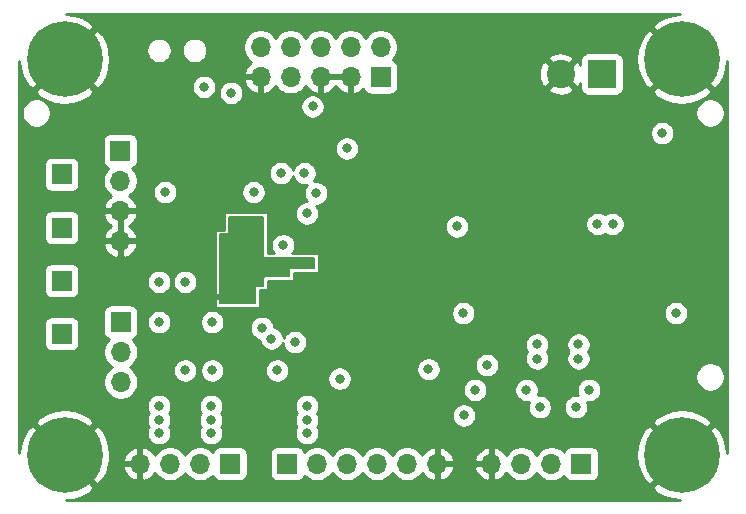
<source format=gbr>
%TF.GenerationSoftware,KiCad,Pcbnew,(5.1.10)-1*%
%TF.CreationDate,2021-07-10T11:27:39-07:00*%
%TF.ProjectId,willios_v2,77696c6c-696f-4735-9f76-322e6b696361,rev?*%
%TF.SameCoordinates,Original*%
%TF.FileFunction,Copper,L2,Inr*%
%TF.FilePolarity,Positive*%
%FSLAX46Y46*%
G04 Gerber Fmt 4.6, Leading zero omitted, Abs format (unit mm)*
G04 Created by KiCad (PCBNEW (5.1.10)-1) date 2021-07-10 11:27:39*
%MOMM*%
%LPD*%
G01*
G04 APERTURE LIST*
%TA.AperFunction,ComponentPad*%
%ADD10O,1.700000X1.700000*%
%TD*%
%TA.AperFunction,ComponentPad*%
%ADD11R,1.700000X1.700000*%
%TD*%
%TA.AperFunction,ComponentPad*%
%ADD12C,6.400000*%
%TD*%
%TA.AperFunction,ComponentPad*%
%ADD13C,0.800000*%
%TD*%
%TA.AperFunction,ComponentPad*%
%ADD14R,2.400000X2.400000*%
%TD*%
%TA.AperFunction,ComponentPad*%
%ADD15C,2.400000*%
%TD*%
%TA.AperFunction,ViaPad*%
%ADD16C,0.800000*%
%TD*%
%TA.AperFunction,Conductor*%
%ADD17C,0.500000*%
%TD*%
%TA.AperFunction,Conductor*%
%ADD18C,0.154000*%
%TD*%
%TA.AperFunction,Conductor*%
%ADD19C,0.100000*%
%TD*%
%TA.AperFunction,Conductor*%
%ADD20C,0.254000*%
%TD*%
G04 APERTURE END LIST*
D10*
%TO.N,GND*%
%TO.C,J9*%
X90700000Y-135620000D03*
X90700000Y-133080000D03*
%TO.N,+3V3*%
X90700000Y-130540000D03*
D11*
X90700000Y-128000000D03*
%TD*%
D12*
%TO.N,GND*%
%TO.C,H1*%
X86000000Y-120250000D03*
D13*
X88400000Y-120250000D03*
X87697056Y-121947056D03*
X86000000Y-122650000D03*
X84302944Y-121947056D03*
X83600000Y-120250000D03*
X84302944Y-118552944D03*
X86000000Y-117850000D03*
X87697056Y-118552944D03*
%TD*%
D11*
%TO.N,TIM4_CH1*%
%TO.C,J12*%
X85750000Y-134500000D03*
%TD*%
%TO.N,TIM3_CH1*%
%TO.C,J11*%
X85750000Y-139000000D03*
%TD*%
%TO.N,PB12_GPIO*%
%TO.C,J10*%
X85750000Y-143500000D03*
%TD*%
D10*
%TO.N,PC6_GPIO*%
%TO.C,J8*%
X90750000Y-147580000D03*
%TO.N,PC7_GPIO*%
X90750000Y-145040000D03*
D11*
%TO.N,PC8_GPIO*%
X90750000Y-142500000D03*
%TD*%
%TO.N,ADC1_IN1*%
%TO.C,J7*%
X85750000Y-130000000D03*
%TD*%
D10*
%TO.N,GND*%
%TO.C,J6*%
X117540000Y-154500000D03*
%TO.N,SPI1_CS*%
X115000000Y-154500000D03*
%TO.N,SPI1_MOSI*%
X112460000Y-154500000D03*
%TO.N,SPI1_MISO*%
X109920000Y-154500000D03*
%TO.N,SPI1_SCK*%
X107380000Y-154500000D03*
D11*
%TO.N,+3V3*%
X104840000Y-154500000D03*
%TD*%
D10*
%TO.N,GND*%
%TO.C,J5*%
X92380000Y-154500000D03*
%TO.N,I2C1_SDA*%
X94920000Y-154500000D03*
%TO.N,I2C1_SCL*%
X97460000Y-154500000D03*
D11*
%TO.N,+3V3*%
X100000000Y-154500000D03*
%TD*%
D10*
%TO.N,GND*%
%TO.C,J4*%
X122130000Y-154500000D03*
%TO.N,USART3_TX*%
X124670000Y-154500000D03*
%TO.N,USART3_RX*%
X127210000Y-154500000D03*
D11*
%TO.N,+3V3*%
X129750000Y-154500000D03*
%TD*%
D13*
%TO.N,GND*%
%TO.C,H2*%
X139947056Y-118552944D03*
X138250000Y-117850000D03*
X136552944Y-118552944D03*
X135850000Y-120250000D03*
X136552944Y-121947056D03*
X138250000Y-122650000D03*
X139947056Y-121947056D03*
X140650000Y-120250000D03*
D12*
X138250000Y-120250000D03*
%TD*%
%TO.N,GND*%
%TO.C,H3*%
X86000000Y-153750000D03*
D13*
X88400000Y-153750000D03*
X87697056Y-155447056D03*
X86000000Y-156150000D03*
X84302944Y-155447056D03*
X83600000Y-153750000D03*
X84302944Y-152052944D03*
X86000000Y-151350000D03*
X87697056Y-152052944D03*
%TD*%
%TO.N,GND*%
%TO.C,H4*%
X139947056Y-152052944D03*
X138250000Y-151350000D03*
X136552944Y-152052944D03*
X135850000Y-153750000D03*
X136552944Y-155447056D03*
X138250000Y-156150000D03*
X139947056Y-155447056D03*
X140650000Y-153750000D03*
D12*
X138250000Y-153750000D03*
%TD*%
D14*
%TO.N,+9V*%
%TO.C,J1*%
X131500000Y-121500000D03*
D15*
%TO.N,GND*%
X128000000Y-121500000D03*
%TD*%
D11*
%TO.N,+3V3*%
%TO.C,J3*%
X112750000Y-121750000D03*
D10*
%TO.N,SWDIO*%
X112750000Y-119210000D03*
%TO.N,GND*%
X110210000Y-121750000D03*
%TO.N,SWCLK*%
X110210000Y-119210000D03*
%TO.N,GND*%
X107670000Y-121750000D03*
%TO.N,SWO*%
X107670000Y-119210000D03*
%TO.N,Net-(J3-Pad7)*%
X105130000Y-121750000D03*
%TO.N,Net-(J3-Pad8)*%
X105130000Y-119210000D03*
%TO.N,GND*%
X102590000Y-121750000D03*
%TO.N,NRST*%
X102590000Y-119210000D03*
%TD*%
D16*
%TO.N,+3V3*%
X132400000Y-134200000D03*
X131100000Y-134200000D03*
X136600000Y-126500000D03*
X97800000Y-122600000D03*
X104300000Y-129900000D03*
X106300000Y-129900000D03*
X103500000Y-143900000D03*
X102700000Y-143000000D03*
X102000000Y-131500000D03*
X94500000Y-131500000D03*
X107300000Y-131600000D03*
X104500000Y-136000000D03*
X119200000Y-134400000D03*
X116800000Y-146500000D03*
X126000000Y-144400000D03*
X126000000Y-145600000D03*
X129500000Y-144400000D03*
X129500000Y-145600000D03*
X129275000Y-149700000D03*
X125100000Y-148250000D03*
X130400000Y-148250000D03*
X126225000Y-149700000D03*
X109280000Y-147300000D03*
%TO.N,LED_STATUS*%
X119750000Y-141750000D03*
X137750000Y-141750000D03*
%TO.N,NRST*%
X106500000Y-133300000D03*
X100100000Y-123100000D03*
%TO.N,ADC1_IN1*%
X105500000Y-144200000D03*
X104000000Y-146600000D03*
X98500000Y-146600000D03*
X96200000Y-146600000D03*
X96200000Y-139100000D03*
X94000000Y-139100000D03*
%TO.N,PC8_GPIO*%
X94000000Y-142500000D03*
X98500000Y-142500000D03*
%TO.N,PC7_GPIO*%
X94000000Y-149600000D03*
X98400000Y-149600000D03*
X106500000Y-149600000D03*
X121750000Y-146150000D03*
%TO.N,PC6_GPIO*%
X94000000Y-150800000D03*
X98400000Y-150800000D03*
X106500000Y-150800000D03*
X120750000Y-148250000D03*
%TO.N,PB12_GPIO*%
X94000000Y-151900000D03*
X98400000Y-151900000D03*
X106500000Y-151900000D03*
X119800000Y-150400000D03*
%TO.N,BOOT0*%
X107000000Y-124250000D03*
X109900000Y-127800000D03*
%TO.N,GND*%
X105300000Y-133950000D03*
X130900000Y-137750000D03*
X105100000Y-132400000D03*
X104300000Y-131500000D03*
X109000000Y-130700000D03*
X93200000Y-122500000D03*
X136500000Y-128200000D03*
X136500000Y-130000000D03*
X107500000Y-146400000D03*
X120600000Y-135500000D03*
X118600000Y-121800000D03*
X117600000Y-121800000D03*
X117600000Y-122700000D03*
X118600000Y-122700000D03*
X123200000Y-145600000D03*
X123200000Y-143700000D03*
X122500000Y-139200000D03*
X121400000Y-138000000D03*
X126000000Y-126500000D03*
X127000000Y-125600000D03*
X135700000Y-137500000D03*
X136800000Y-136600000D03*
X129600000Y-132200000D03*
X128700000Y-132500000D03*
X132200000Y-146800000D03*
X132200000Y-149700000D03*
X123300000Y-146800000D03*
X123300000Y-149700000D03*
X128800000Y-137750000D03*
X132000000Y-137750000D03*
X115100000Y-147300000D03*
X120300000Y-123600000D03*
X103500000Y-140000000D03*
X104500000Y-140000000D03*
X102300000Y-134100000D03*
X99700000Y-140400000D03*
%TD*%
D17*
%TO.N,GND*%
X99700000Y-140400000D02*
X98300000Y-140400000D01*
%TD*%
D18*
%TO.N,GND*%
X102823000Y-137000000D02*
X102824480Y-137015022D01*
X102828861Y-137029467D01*
X102835977Y-137042779D01*
X102845553Y-137054447D01*
X102857221Y-137064023D01*
X102870533Y-137071139D01*
X102884978Y-137075520D01*
X102900000Y-137077000D01*
X107123000Y-137077000D01*
X107123000Y-137923000D01*
X105100000Y-137923000D01*
X105084978Y-137924480D01*
X105070533Y-137928861D01*
X105057221Y-137935977D01*
X105045553Y-137945553D01*
X105035977Y-137957221D01*
X105028861Y-137970533D01*
X105024480Y-137984978D01*
X105023000Y-138000000D01*
X105023000Y-138623000D01*
X102900000Y-138623000D01*
X102884978Y-138624480D01*
X102870533Y-138628861D01*
X102857221Y-138635977D01*
X102845553Y-138645553D01*
X102835977Y-138657221D01*
X102828861Y-138670533D01*
X102824480Y-138684978D01*
X102823000Y-138700000D01*
X102823000Y-139423000D01*
X102200000Y-139423000D01*
X102184978Y-139424480D01*
X102170533Y-139428861D01*
X102157221Y-139435977D01*
X102145553Y-139445553D01*
X102135977Y-139457221D01*
X102128861Y-139470533D01*
X102124480Y-139484978D01*
X102123000Y-139500000D01*
X102123000Y-140923000D01*
X99177000Y-140923000D01*
X99177000Y-135077000D01*
X99800000Y-135077000D01*
X99815022Y-135075520D01*
X99829467Y-135071139D01*
X99842779Y-135064023D01*
X99854447Y-135054447D01*
X99864023Y-135042779D01*
X99871139Y-135029467D01*
X99875520Y-135015022D01*
X99877000Y-135000000D01*
X99877000Y-133577000D01*
X102823000Y-133577000D01*
X102823000Y-137000000D01*
%TA.AperFunction,Conductor*%
D19*
G36*
X102823000Y-137000000D02*
G01*
X102824480Y-137015022D01*
X102828861Y-137029467D01*
X102835977Y-137042779D01*
X102845553Y-137054447D01*
X102857221Y-137064023D01*
X102870533Y-137071139D01*
X102884978Y-137075520D01*
X102900000Y-137077000D01*
X107123000Y-137077000D01*
X107123000Y-137923000D01*
X105100000Y-137923000D01*
X105084978Y-137924480D01*
X105070533Y-137928861D01*
X105057221Y-137935977D01*
X105045553Y-137945553D01*
X105035977Y-137957221D01*
X105028861Y-137970533D01*
X105024480Y-137984978D01*
X105023000Y-138000000D01*
X105023000Y-138623000D01*
X102900000Y-138623000D01*
X102884978Y-138624480D01*
X102870533Y-138628861D01*
X102857221Y-138635977D01*
X102845553Y-138645553D01*
X102835977Y-138657221D01*
X102828861Y-138670533D01*
X102824480Y-138684978D01*
X102823000Y-138700000D01*
X102823000Y-139423000D01*
X102200000Y-139423000D01*
X102184978Y-139424480D01*
X102170533Y-139428861D01*
X102157221Y-139435977D01*
X102145553Y-139445553D01*
X102135977Y-139457221D01*
X102128861Y-139470533D01*
X102124480Y-139484978D01*
X102123000Y-139500000D01*
X102123000Y-140923000D01*
X99177000Y-140923000D01*
X99177000Y-135077000D01*
X99800000Y-135077000D01*
X99815022Y-135075520D01*
X99829467Y-135071139D01*
X99842779Y-135064023D01*
X99854447Y-135054447D01*
X99864023Y-135042779D01*
X99871139Y-135029467D01*
X99875520Y-135015022D01*
X99877000Y-135000000D01*
X99877000Y-133577000D01*
X102823000Y-133577000D01*
X102823000Y-137000000D01*
G37*
%TD.AperFunction*%
%TD*%
D20*
%TO.N,GND*%
X137522062Y-116465822D02*
X136797792Y-116680548D01*
X136129330Y-117032445D01*
X136088912Y-117059452D01*
X135728724Y-117549119D01*
X138250000Y-120070395D01*
X138264143Y-120056253D01*
X138443748Y-120235858D01*
X138429605Y-120250000D01*
X140950881Y-122771276D01*
X141440548Y-122411088D01*
X141800849Y-121747118D01*
X142024694Y-121025615D01*
X142090000Y-120402851D01*
X142090001Y-153627996D01*
X142034178Y-153022062D01*
X141819452Y-152297792D01*
X141467555Y-151629330D01*
X141440548Y-151588912D01*
X140950881Y-151228724D01*
X138429605Y-153750000D01*
X138443748Y-153764143D01*
X138264143Y-153943748D01*
X138250000Y-153929605D01*
X135728724Y-156450881D01*
X136088912Y-156940548D01*
X136752882Y-157300849D01*
X137474385Y-157524694D01*
X138097149Y-157590000D01*
X86122015Y-157590000D01*
X86727938Y-157534178D01*
X87452208Y-157319452D01*
X88120670Y-156967555D01*
X88161088Y-156940548D01*
X88521276Y-156450881D01*
X86000000Y-153929605D01*
X85985858Y-153943748D01*
X85806253Y-153764143D01*
X85820395Y-153750000D01*
X86179605Y-153750000D01*
X88700881Y-156271276D01*
X89190548Y-155911088D01*
X89550849Y-155247118D01*
X89671916Y-154856891D01*
X90938519Y-154856891D01*
X91035843Y-155131252D01*
X91184822Y-155381355D01*
X91379731Y-155597588D01*
X91613080Y-155771641D01*
X91875901Y-155896825D01*
X92023110Y-155941476D01*
X92253000Y-155820155D01*
X92253000Y-154627000D01*
X91059186Y-154627000D01*
X90938519Y-154856891D01*
X89671916Y-154856891D01*
X89774694Y-154525615D01*
X89814805Y-154143109D01*
X90938519Y-154143109D01*
X91059186Y-154373000D01*
X92253000Y-154373000D01*
X92253000Y-153179845D01*
X92507000Y-153179845D01*
X92507000Y-154373000D01*
X92527000Y-154373000D01*
X92527000Y-154627000D01*
X92507000Y-154627000D01*
X92507000Y-155820155D01*
X92736890Y-155941476D01*
X92884099Y-155896825D01*
X93146920Y-155771641D01*
X93380269Y-155597588D01*
X93575178Y-155381355D01*
X93644805Y-155264466D01*
X93766525Y-155446632D01*
X93973368Y-155653475D01*
X94216589Y-155815990D01*
X94486842Y-155927932D01*
X94773740Y-155985000D01*
X95066260Y-155985000D01*
X95353158Y-155927932D01*
X95623411Y-155815990D01*
X95866632Y-155653475D01*
X96073475Y-155446632D01*
X96190000Y-155272240D01*
X96306525Y-155446632D01*
X96513368Y-155653475D01*
X96756589Y-155815990D01*
X97026842Y-155927932D01*
X97313740Y-155985000D01*
X97606260Y-155985000D01*
X97893158Y-155927932D01*
X98163411Y-155815990D01*
X98406632Y-155653475D01*
X98538487Y-155521620D01*
X98560498Y-155594180D01*
X98619463Y-155704494D01*
X98698815Y-155801185D01*
X98795506Y-155880537D01*
X98905820Y-155939502D01*
X99025518Y-155975812D01*
X99150000Y-155988072D01*
X100850000Y-155988072D01*
X100974482Y-155975812D01*
X101094180Y-155939502D01*
X101204494Y-155880537D01*
X101301185Y-155801185D01*
X101380537Y-155704494D01*
X101439502Y-155594180D01*
X101475812Y-155474482D01*
X101488072Y-155350000D01*
X101488072Y-153650000D01*
X103351928Y-153650000D01*
X103351928Y-155350000D01*
X103364188Y-155474482D01*
X103400498Y-155594180D01*
X103459463Y-155704494D01*
X103538815Y-155801185D01*
X103635506Y-155880537D01*
X103745820Y-155939502D01*
X103865518Y-155975812D01*
X103990000Y-155988072D01*
X105690000Y-155988072D01*
X105814482Y-155975812D01*
X105934180Y-155939502D01*
X106044494Y-155880537D01*
X106141185Y-155801185D01*
X106220537Y-155704494D01*
X106279502Y-155594180D01*
X106301513Y-155521620D01*
X106433368Y-155653475D01*
X106676589Y-155815990D01*
X106946842Y-155927932D01*
X107233740Y-155985000D01*
X107526260Y-155985000D01*
X107813158Y-155927932D01*
X108083411Y-155815990D01*
X108326632Y-155653475D01*
X108533475Y-155446632D01*
X108650000Y-155272240D01*
X108766525Y-155446632D01*
X108973368Y-155653475D01*
X109216589Y-155815990D01*
X109486842Y-155927932D01*
X109773740Y-155985000D01*
X110066260Y-155985000D01*
X110353158Y-155927932D01*
X110623411Y-155815990D01*
X110866632Y-155653475D01*
X111073475Y-155446632D01*
X111190000Y-155272240D01*
X111306525Y-155446632D01*
X111513368Y-155653475D01*
X111756589Y-155815990D01*
X112026842Y-155927932D01*
X112313740Y-155985000D01*
X112606260Y-155985000D01*
X112893158Y-155927932D01*
X113163411Y-155815990D01*
X113406632Y-155653475D01*
X113613475Y-155446632D01*
X113730000Y-155272240D01*
X113846525Y-155446632D01*
X114053368Y-155653475D01*
X114296589Y-155815990D01*
X114566842Y-155927932D01*
X114853740Y-155985000D01*
X115146260Y-155985000D01*
X115433158Y-155927932D01*
X115703411Y-155815990D01*
X115946632Y-155653475D01*
X116153475Y-155446632D01*
X116275195Y-155264466D01*
X116344822Y-155381355D01*
X116539731Y-155597588D01*
X116773080Y-155771641D01*
X117035901Y-155896825D01*
X117183110Y-155941476D01*
X117413000Y-155820155D01*
X117413000Y-154627000D01*
X117667000Y-154627000D01*
X117667000Y-155820155D01*
X117896890Y-155941476D01*
X118044099Y-155896825D01*
X118306920Y-155771641D01*
X118540269Y-155597588D01*
X118735178Y-155381355D01*
X118884157Y-155131252D01*
X118981481Y-154856891D01*
X120688519Y-154856891D01*
X120785843Y-155131252D01*
X120934822Y-155381355D01*
X121129731Y-155597588D01*
X121363080Y-155771641D01*
X121625901Y-155896825D01*
X121773110Y-155941476D01*
X122003000Y-155820155D01*
X122003000Y-154627000D01*
X120809186Y-154627000D01*
X120688519Y-154856891D01*
X118981481Y-154856891D01*
X118860814Y-154627000D01*
X117667000Y-154627000D01*
X117413000Y-154627000D01*
X117393000Y-154627000D01*
X117393000Y-154373000D01*
X117413000Y-154373000D01*
X117413000Y-153179845D01*
X117667000Y-153179845D01*
X117667000Y-154373000D01*
X118860814Y-154373000D01*
X118981481Y-154143109D01*
X120688519Y-154143109D01*
X120809186Y-154373000D01*
X122003000Y-154373000D01*
X122003000Y-153179845D01*
X122257000Y-153179845D01*
X122257000Y-154373000D01*
X122277000Y-154373000D01*
X122277000Y-154627000D01*
X122257000Y-154627000D01*
X122257000Y-155820155D01*
X122486890Y-155941476D01*
X122634099Y-155896825D01*
X122896920Y-155771641D01*
X123130269Y-155597588D01*
X123325178Y-155381355D01*
X123394805Y-155264466D01*
X123516525Y-155446632D01*
X123723368Y-155653475D01*
X123966589Y-155815990D01*
X124236842Y-155927932D01*
X124523740Y-155985000D01*
X124816260Y-155985000D01*
X125103158Y-155927932D01*
X125373411Y-155815990D01*
X125616632Y-155653475D01*
X125823475Y-155446632D01*
X125940000Y-155272240D01*
X126056525Y-155446632D01*
X126263368Y-155653475D01*
X126506589Y-155815990D01*
X126776842Y-155927932D01*
X127063740Y-155985000D01*
X127356260Y-155985000D01*
X127643158Y-155927932D01*
X127913411Y-155815990D01*
X128156632Y-155653475D01*
X128288487Y-155521620D01*
X128310498Y-155594180D01*
X128369463Y-155704494D01*
X128448815Y-155801185D01*
X128545506Y-155880537D01*
X128655820Y-155939502D01*
X128775518Y-155975812D01*
X128900000Y-155988072D01*
X130600000Y-155988072D01*
X130724482Y-155975812D01*
X130844180Y-155939502D01*
X130954494Y-155880537D01*
X131051185Y-155801185D01*
X131130537Y-155704494D01*
X131189502Y-155594180D01*
X131225812Y-155474482D01*
X131238072Y-155350000D01*
X131238072Y-153725695D01*
X134396520Y-153725695D01*
X134465822Y-154477938D01*
X134680548Y-155202208D01*
X135032445Y-155870670D01*
X135059452Y-155911088D01*
X135549119Y-156271276D01*
X138070395Y-153750000D01*
X135549119Y-151228724D01*
X135059452Y-151588912D01*
X134699151Y-152252882D01*
X134475306Y-152974385D01*
X134396520Y-153725695D01*
X131238072Y-153725695D01*
X131238072Y-153650000D01*
X131225812Y-153525518D01*
X131189502Y-153405820D01*
X131130537Y-153295506D01*
X131051185Y-153198815D01*
X130954494Y-153119463D01*
X130844180Y-153060498D01*
X130724482Y-153024188D01*
X130600000Y-153011928D01*
X128900000Y-153011928D01*
X128775518Y-153024188D01*
X128655820Y-153060498D01*
X128545506Y-153119463D01*
X128448815Y-153198815D01*
X128369463Y-153295506D01*
X128310498Y-153405820D01*
X128288487Y-153478380D01*
X128156632Y-153346525D01*
X127913411Y-153184010D01*
X127643158Y-153072068D01*
X127356260Y-153015000D01*
X127063740Y-153015000D01*
X126776842Y-153072068D01*
X126506589Y-153184010D01*
X126263368Y-153346525D01*
X126056525Y-153553368D01*
X125940000Y-153727760D01*
X125823475Y-153553368D01*
X125616632Y-153346525D01*
X125373411Y-153184010D01*
X125103158Y-153072068D01*
X124816260Y-153015000D01*
X124523740Y-153015000D01*
X124236842Y-153072068D01*
X123966589Y-153184010D01*
X123723368Y-153346525D01*
X123516525Y-153553368D01*
X123394805Y-153735534D01*
X123325178Y-153618645D01*
X123130269Y-153402412D01*
X122896920Y-153228359D01*
X122634099Y-153103175D01*
X122486890Y-153058524D01*
X122257000Y-153179845D01*
X122003000Y-153179845D01*
X121773110Y-153058524D01*
X121625901Y-153103175D01*
X121363080Y-153228359D01*
X121129731Y-153402412D01*
X120934822Y-153618645D01*
X120785843Y-153868748D01*
X120688519Y-154143109D01*
X118981481Y-154143109D01*
X118884157Y-153868748D01*
X118735178Y-153618645D01*
X118540269Y-153402412D01*
X118306920Y-153228359D01*
X118044099Y-153103175D01*
X117896890Y-153058524D01*
X117667000Y-153179845D01*
X117413000Y-153179845D01*
X117183110Y-153058524D01*
X117035901Y-153103175D01*
X116773080Y-153228359D01*
X116539731Y-153402412D01*
X116344822Y-153618645D01*
X116275195Y-153735534D01*
X116153475Y-153553368D01*
X115946632Y-153346525D01*
X115703411Y-153184010D01*
X115433158Y-153072068D01*
X115146260Y-153015000D01*
X114853740Y-153015000D01*
X114566842Y-153072068D01*
X114296589Y-153184010D01*
X114053368Y-153346525D01*
X113846525Y-153553368D01*
X113730000Y-153727760D01*
X113613475Y-153553368D01*
X113406632Y-153346525D01*
X113163411Y-153184010D01*
X112893158Y-153072068D01*
X112606260Y-153015000D01*
X112313740Y-153015000D01*
X112026842Y-153072068D01*
X111756589Y-153184010D01*
X111513368Y-153346525D01*
X111306525Y-153553368D01*
X111190000Y-153727760D01*
X111073475Y-153553368D01*
X110866632Y-153346525D01*
X110623411Y-153184010D01*
X110353158Y-153072068D01*
X110066260Y-153015000D01*
X109773740Y-153015000D01*
X109486842Y-153072068D01*
X109216589Y-153184010D01*
X108973368Y-153346525D01*
X108766525Y-153553368D01*
X108650000Y-153727760D01*
X108533475Y-153553368D01*
X108326632Y-153346525D01*
X108083411Y-153184010D01*
X107813158Y-153072068D01*
X107526260Y-153015000D01*
X107233740Y-153015000D01*
X106946842Y-153072068D01*
X106676589Y-153184010D01*
X106433368Y-153346525D01*
X106301513Y-153478380D01*
X106279502Y-153405820D01*
X106220537Y-153295506D01*
X106141185Y-153198815D01*
X106044494Y-153119463D01*
X105934180Y-153060498D01*
X105814482Y-153024188D01*
X105690000Y-153011928D01*
X103990000Y-153011928D01*
X103865518Y-153024188D01*
X103745820Y-153060498D01*
X103635506Y-153119463D01*
X103538815Y-153198815D01*
X103459463Y-153295506D01*
X103400498Y-153405820D01*
X103364188Y-153525518D01*
X103351928Y-153650000D01*
X101488072Y-153650000D01*
X101475812Y-153525518D01*
X101439502Y-153405820D01*
X101380537Y-153295506D01*
X101301185Y-153198815D01*
X101204494Y-153119463D01*
X101094180Y-153060498D01*
X100974482Y-153024188D01*
X100850000Y-153011928D01*
X99150000Y-153011928D01*
X99025518Y-153024188D01*
X98905820Y-153060498D01*
X98795506Y-153119463D01*
X98698815Y-153198815D01*
X98619463Y-153295506D01*
X98560498Y-153405820D01*
X98538487Y-153478380D01*
X98406632Y-153346525D01*
X98163411Y-153184010D01*
X97893158Y-153072068D01*
X97606260Y-153015000D01*
X97313740Y-153015000D01*
X97026842Y-153072068D01*
X96756589Y-153184010D01*
X96513368Y-153346525D01*
X96306525Y-153553368D01*
X96190000Y-153727760D01*
X96073475Y-153553368D01*
X95866632Y-153346525D01*
X95623411Y-153184010D01*
X95353158Y-153072068D01*
X95066260Y-153015000D01*
X94773740Y-153015000D01*
X94486842Y-153072068D01*
X94216589Y-153184010D01*
X93973368Y-153346525D01*
X93766525Y-153553368D01*
X93644805Y-153735534D01*
X93575178Y-153618645D01*
X93380269Y-153402412D01*
X93146920Y-153228359D01*
X92884099Y-153103175D01*
X92736890Y-153058524D01*
X92507000Y-153179845D01*
X92253000Y-153179845D01*
X92023110Y-153058524D01*
X91875901Y-153103175D01*
X91613080Y-153228359D01*
X91379731Y-153402412D01*
X91184822Y-153618645D01*
X91035843Y-153868748D01*
X90938519Y-154143109D01*
X89814805Y-154143109D01*
X89853480Y-153774305D01*
X89784178Y-153022062D01*
X89569452Y-152297792D01*
X89217555Y-151629330D01*
X89190548Y-151588912D01*
X88700881Y-151228724D01*
X86179605Y-153750000D01*
X85820395Y-153750000D01*
X83299119Y-151228724D01*
X82809452Y-151588912D01*
X82449151Y-152252882D01*
X82225306Y-152974385D01*
X82160000Y-153597149D01*
X82160000Y-151049119D01*
X83478724Y-151049119D01*
X86000000Y-153570395D01*
X88521276Y-151049119D01*
X88161088Y-150559452D01*
X87497118Y-150199151D01*
X86775615Y-149975306D01*
X86024305Y-149896520D01*
X85272062Y-149965822D01*
X84547792Y-150180548D01*
X83879330Y-150532445D01*
X83838912Y-150559452D01*
X83478724Y-151049119D01*
X82160000Y-151049119D01*
X82160000Y-149498061D01*
X92965000Y-149498061D01*
X92965000Y-149701939D01*
X93004774Y-149901898D01*
X93082795Y-150090256D01*
X93156123Y-150200000D01*
X93082795Y-150309744D01*
X93004774Y-150498102D01*
X92965000Y-150698061D01*
X92965000Y-150901939D01*
X93004774Y-151101898D01*
X93082795Y-151290256D01*
X93122715Y-151350000D01*
X93082795Y-151409744D01*
X93004774Y-151598102D01*
X92965000Y-151798061D01*
X92965000Y-152001939D01*
X93004774Y-152201898D01*
X93082795Y-152390256D01*
X93196063Y-152559774D01*
X93340226Y-152703937D01*
X93509744Y-152817205D01*
X93698102Y-152895226D01*
X93898061Y-152935000D01*
X94101939Y-152935000D01*
X94301898Y-152895226D01*
X94490256Y-152817205D01*
X94659774Y-152703937D01*
X94803937Y-152559774D01*
X94917205Y-152390256D01*
X94995226Y-152201898D01*
X95035000Y-152001939D01*
X95035000Y-151798061D01*
X94995226Y-151598102D01*
X94917205Y-151409744D01*
X94877285Y-151350000D01*
X94917205Y-151290256D01*
X94995226Y-151101898D01*
X95035000Y-150901939D01*
X95035000Y-150698061D01*
X94995226Y-150498102D01*
X94917205Y-150309744D01*
X94843877Y-150200000D01*
X94917205Y-150090256D01*
X94995226Y-149901898D01*
X95035000Y-149701939D01*
X95035000Y-149498061D01*
X97365000Y-149498061D01*
X97365000Y-149701939D01*
X97404774Y-149901898D01*
X97482795Y-150090256D01*
X97556123Y-150200000D01*
X97482795Y-150309744D01*
X97404774Y-150498102D01*
X97365000Y-150698061D01*
X97365000Y-150901939D01*
X97404774Y-151101898D01*
X97482795Y-151290256D01*
X97522715Y-151350000D01*
X97482795Y-151409744D01*
X97404774Y-151598102D01*
X97365000Y-151798061D01*
X97365000Y-152001939D01*
X97404774Y-152201898D01*
X97482795Y-152390256D01*
X97596063Y-152559774D01*
X97740226Y-152703937D01*
X97909744Y-152817205D01*
X98098102Y-152895226D01*
X98298061Y-152935000D01*
X98501939Y-152935000D01*
X98701898Y-152895226D01*
X98890256Y-152817205D01*
X99059774Y-152703937D01*
X99203937Y-152559774D01*
X99317205Y-152390256D01*
X99395226Y-152201898D01*
X99435000Y-152001939D01*
X99435000Y-151798061D01*
X99395226Y-151598102D01*
X99317205Y-151409744D01*
X99277285Y-151350000D01*
X99317205Y-151290256D01*
X99395226Y-151101898D01*
X99435000Y-150901939D01*
X99435000Y-150698061D01*
X99395226Y-150498102D01*
X99317205Y-150309744D01*
X99243877Y-150200000D01*
X99317205Y-150090256D01*
X99395226Y-149901898D01*
X99435000Y-149701939D01*
X99435000Y-149498061D01*
X105465000Y-149498061D01*
X105465000Y-149701939D01*
X105504774Y-149901898D01*
X105582795Y-150090256D01*
X105656123Y-150200000D01*
X105582795Y-150309744D01*
X105504774Y-150498102D01*
X105465000Y-150698061D01*
X105465000Y-150901939D01*
X105504774Y-151101898D01*
X105582795Y-151290256D01*
X105622715Y-151350000D01*
X105582795Y-151409744D01*
X105504774Y-151598102D01*
X105465000Y-151798061D01*
X105465000Y-152001939D01*
X105504774Y-152201898D01*
X105582795Y-152390256D01*
X105696063Y-152559774D01*
X105840226Y-152703937D01*
X106009744Y-152817205D01*
X106198102Y-152895226D01*
X106398061Y-152935000D01*
X106601939Y-152935000D01*
X106801898Y-152895226D01*
X106990256Y-152817205D01*
X107159774Y-152703937D01*
X107303937Y-152559774D01*
X107417205Y-152390256D01*
X107495226Y-152201898D01*
X107535000Y-152001939D01*
X107535000Y-151798061D01*
X107495226Y-151598102D01*
X107417205Y-151409744D01*
X107377285Y-151350000D01*
X107417205Y-151290256D01*
X107495226Y-151101898D01*
X107535000Y-150901939D01*
X107535000Y-150698061D01*
X107495226Y-150498102D01*
X107417205Y-150309744D01*
X107409399Y-150298061D01*
X118765000Y-150298061D01*
X118765000Y-150501939D01*
X118804774Y-150701898D01*
X118882795Y-150890256D01*
X118996063Y-151059774D01*
X119140226Y-151203937D01*
X119309744Y-151317205D01*
X119498102Y-151395226D01*
X119698061Y-151435000D01*
X119901939Y-151435000D01*
X120101898Y-151395226D01*
X120290256Y-151317205D01*
X120459774Y-151203937D01*
X120603937Y-151059774D01*
X120611056Y-151049119D01*
X135728724Y-151049119D01*
X138250000Y-153570395D01*
X140771276Y-151049119D01*
X140411088Y-150559452D01*
X139747118Y-150199151D01*
X139025615Y-149975306D01*
X138274305Y-149896520D01*
X137522062Y-149965822D01*
X136797792Y-150180548D01*
X136129330Y-150532445D01*
X136088912Y-150559452D01*
X135728724Y-151049119D01*
X120611056Y-151049119D01*
X120717205Y-150890256D01*
X120795226Y-150701898D01*
X120835000Y-150501939D01*
X120835000Y-150298061D01*
X120795226Y-150098102D01*
X120717205Y-149909744D01*
X120603937Y-149740226D01*
X120459774Y-149596063D01*
X120290256Y-149482795D01*
X120101898Y-149404774D01*
X119901939Y-149365000D01*
X119698061Y-149365000D01*
X119498102Y-149404774D01*
X119309744Y-149482795D01*
X119140226Y-149596063D01*
X118996063Y-149740226D01*
X118882795Y-149909744D01*
X118804774Y-150098102D01*
X118765000Y-150298061D01*
X107409399Y-150298061D01*
X107343877Y-150200000D01*
X107417205Y-150090256D01*
X107495226Y-149901898D01*
X107535000Y-149701939D01*
X107535000Y-149498061D01*
X107495226Y-149298102D01*
X107417205Y-149109744D01*
X107303937Y-148940226D01*
X107159774Y-148796063D01*
X106990256Y-148682795D01*
X106801898Y-148604774D01*
X106601939Y-148565000D01*
X106398061Y-148565000D01*
X106198102Y-148604774D01*
X106009744Y-148682795D01*
X105840226Y-148796063D01*
X105696063Y-148940226D01*
X105582795Y-149109744D01*
X105504774Y-149298102D01*
X105465000Y-149498061D01*
X99435000Y-149498061D01*
X99395226Y-149298102D01*
X99317205Y-149109744D01*
X99203937Y-148940226D01*
X99059774Y-148796063D01*
X98890256Y-148682795D01*
X98701898Y-148604774D01*
X98501939Y-148565000D01*
X98298061Y-148565000D01*
X98098102Y-148604774D01*
X97909744Y-148682795D01*
X97740226Y-148796063D01*
X97596063Y-148940226D01*
X97482795Y-149109744D01*
X97404774Y-149298102D01*
X97365000Y-149498061D01*
X95035000Y-149498061D01*
X94995226Y-149298102D01*
X94917205Y-149109744D01*
X94803937Y-148940226D01*
X94659774Y-148796063D01*
X94490256Y-148682795D01*
X94301898Y-148604774D01*
X94101939Y-148565000D01*
X93898061Y-148565000D01*
X93698102Y-148604774D01*
X93509744Y-148682795D01*
X93340226Y-148796063D01*
X93196063Y-148940226D01*
X93082795Y-149109744D01*
X93004774Y-149298102D01*
X92965000Y-149498061D01*
X82160000Y-149498061D01*
X82160000Y-142650000D01*
X84261928Y-142650000D01*
X84261928Y-144350000D01*
X84274188Y-144474482D01*
X84310498Y-144594180D01*
X84369463Y-144704494D01*
X84448815Y-144801185D01*
X84545506Y-144880537D01*
X84655820Y-144939502D01*
X84775518Y-144975812D01*
X84900000Y-144988072D01*
X86600000Y-144988072D01*
X86724482Y-144975812D01*
X86844180Y-144939502D01*
X86954494Y-144880537D01*
X87051185Y-144801185D01*
X87130537Y-144704494D01*
X87189502Y-144594180D01*
X87225812Y-144474482D01*
X87238072Y-144350000D01*
X87238072Y-142650000D01*
X87225812Y-142525518D01*
X87189502Y-142405820D01*
X87130537Y-142295506D01*
X87051185Y-142198815D01*
X86954494Y-142119463D01*
X86844180Y-142060498D01*
X86724482Y-142024188D01*
X86600000Y-142011928D01*
X84900000Y-142011928D01*
X84775518Y-142024188D01*
X84655820Y-142060498D01*
X84545506Y-142119463D01*
X84448815Y-142198815D01*
X84369463Y-142295506D01*
X84310498Y-142405820D01*
X84274188Y-142525518D01*
X84261928Y-142650000D01*
X82160000Y-142650000D01*
X82160000Y-141650000D01*
X89261928Y-141650000D01*
X89261928Y-143350000D01*
X89274188Y-143474482D01*
X89310498Y-143594180D01*
X89369463Y-143704494D01*
X89448815Y-143801185D01*
X89545506Y-143880537D01*
X89655820Y-143939502D01*
X89728380Y-143961513D01*
X89596525Y-144093368D01*
X89434010Y-144336589D01*
X89322068Y-144606842D01*
X89265000Y-144893740D01*
X89265000Y-145186260D01*
X89322068Y-145473158D01*
X89434010Y-145743411D01*
X89596525Y-145986632D01*
X89803368Y-146193475D01*
X89977760Y-146310000D01*
X89803368Y-146426525D01*
X89596525Y-146633368D01*
X89434010Y-146876589D01*
X89322068Y-147146842D01*
X89265000Y-147433740D01*
X89265000Y-147726260D01*
X89322068Y-148013158D01*
X89434010Y-148283411D01*
X89596525Y-148526632D01*
X89803368Y-148733475D01*
X90046589Y-148895990D01*
X90316842Y-149007932D01*
X90603740Y-149065000D01*
X90896260Y-149065000D01*
X91183158Y-149007932D01*
X91453411Y-148895990D01*
X91696632Y-148733475D01*
X91903475Y-148526632D01*
X92065990Y-148283411D01*
X92177932Y-148013158D01*
X92235000Y-147726260D01*
X92235000Y-147433740D01*
X92177932Y-147146842D01*
X92065990Y-146876589D01*
X91903475Y-146633368D01*
X91768168Y-146498061D01*
X95165000Y-146498061D01*
X95165000Y-146701939D01*
X95204774Y-146901898D01*
X95282795Y-147090256D01*
X95396063Y-147259774D01*
X95540226Y-147403937D01*
X95709744Y-147517205D01*
X95898102Y-147595226D01*
X96098061Y-147635000D01*
X96301939Y-147635000D01*
X96501898Y-147595226D01*
X96690256Y-147517205D01*
X96859774Y-147403937D01*
X97003937Y-147259774D01*
X97117205Y-147090256D01*
X97195226Y-146901898D01*
X97235000Y-146701939D01*
X97235000Y-146498061D01*
X97465000Y-146498061D01*
X97465000Y-146701939D01*
X97504774Y-146901898D01*
X97582795Y-147090256D01*
X97696063Y-147259774D01*
X97840226Y-147403937D01*
X98009744Y-147517205D01*
X98198102Y-147595226D01*
X98398061Y-147635000D01*
X98601939Y-147635000D01*
X98801898Y-147595226D01*
X98990256Y-147517205D01*
X99159774Y-147403937D01*
X99303937Y-147259774D01*
X99417205Y-147090256D01*
X99495226Y-146901898D01*
X99535000Y-146701939D01*
X99535000Y-146498061D01*
X102965000Y-146498061D01*
X102965000Y-146701939D01*
X103004774Y-146901898D01*
X103082795Y-147090256D01*
X103196063Y-147259774D01*
X103340226Y-147403937D01*
X103509744Y-147517205D01*
X103698102Y-147595226D01*
X103898061Y-147635000D01*
X104101939Y-147635000D01*
X104301898Y-147595226D01*
X104490256Y-147517205D01*
X104659774Y-147403937D01*
X104803937Y-147259774D01*
X104845172Y-147198061D01*
X108245000Y-147198061D01*
X108245000Y-147401939D01*
X108284774Y-147601898D01*
X108362795Y-147790256D01*
X108476063Y-147959774D01*
X108620226Y-148103937D01*
X108789744Y-148217205D01*
X108978102Y-148295226D01*
X109178061Y-148335000D01*
X109381939Y-148335000D01*
X109581898Y-148295226D01*
X109770256Y-148217205D01*
X109873737Y-148148061D01*
X119715000Y-148148061D01*
X119715000Y-148351939D01*
X119754774Y-148551898D01*
X119832795Y-148740256D01*
X119946063Y-148909774D01*
X120090226Y-149053937D01*
X120259744Y-149167205D01*
X120448102Y-149245226D01*
X120648061Y-149285000D01*
X120851939Y-149285000D01*
X121051898Y-149245226D01*
X121240256Y-149167205D01*
X121409774Y-149053937D01*
X121553937Y-148909774D01*
X121667205Y-148740256D01*
X121745226Y-148551898D01*
X121785000Y-148351939D01*
X121785000Y-148148061D01*
X124065000Y-148148061D01*
X124065000Y-148351939D01*
X124104774Y-148551898D01*
X124182795Y-148740256D01*
X124296063Y-148909774D01*
X124440226Y-149053937D01*
X124609744Y-149167205D01*
X124798102Y-149245226D01*
X124998061Y-149285000D01*
X125201939Y-149285000D01*
X125283329Y-149268811D01*
X125229774Y-149398102D01*
X125190000Y-149598061D01*
X125190000Y-149801939D01*
X125229774Y-150001898D01*
X125307795Y-150190256D01*
X125421063Y-150359774D01*
X125565226Y-150503937D01*
X125734744Y-150617205D01*
X125923102Y-150695226D01*
X126123061Y-150735000D01*
X126326939Y-150735000D01*
X126526898Y-150695226D01*
X126715256Y-150617205D01*
X126884774Y-150503937D01*
X127028937Y-150359774D01*
X127142205Y-150190256D01*
X127220226Y-150001898D01*
X127260000Y-149801939D01*
X127260000Y-149598061D01*
X128240000Y-149598061D01*
X128240000Y-149801939D01*
X128279774Y-150001898D01*
X128357795Y-150190256D01*
X128471063Y-150359774D01*
X128615226Y-150503937D01*
X128784744Y-150617205D01*
X128973102Y-150695226D01*
X129173061Y-150735000D01*
X129376939Y-150735000D01*
X129576898Y-150695226D01*
X129765256Y-150617205D01*
X129934774Y-150503937D01*
X130078937Y-150359774D01*
X130192205Y-150190256D01*
X130270226Y-150001898D01*
X130310000Y-149801939D01*
X130310000Y-149598061D01*
X130270226Y-149398102D01*
X130216671Y-149268811D01*
X130298061Y-149285000D01*
X130501939Y-149285000D01*
X130701898Y-149245226D01*
X130890256Y-149167205D01*
X131059774Y-149053937D01*
X131203937Y-148909774D01*
X131317205Y-148740256D01*
X131395226Y-148551898D01*
X131435000Y-148351939D01*
X131435000Y-148148061D01*
X131395226Y-147948102D01*
X131317205Y-147759744D01*
X131203937Y-147590226D01*
X131059774Y-147446063D01*
X130890256Y-147332795D01*
X130701898Y-147254774D01*
X130501939Y-147215000D01*
X130298061Y-147215000D01*
X130098102Y-147254774D01*
X129909744Y-147332795D01*
X129740226Y-147446063D01*
X129596063Y-147590226D01*
X129482795Y-147759744D01*
X129404774Y-147948102D01*
X129365000Y-148148061D01*
X129365000Y-148351939D01*
X129404774Y-148551898D01*
X129458329Y-148681189D01*
X129376939Y-148665000D01*
X129173061Y-148665000D01*
X128973102Y-148704774D01*
X128784744Y-148782795D01*
X128615226Y-148896063D01*
X128471063Y-149040226D01*
X128357795Y-149209744D01*
X128279774Y-149398102D01*
X128240000Y-149598061D01*
X127260000Y-149598061D01*
X127220226Y-149398102D01*
X127142205Y-149209744D01*
X127028937Y-149040226D01*
X126884774Y-148896063D01*
X126715256Y-148782795D01*
X126526898Y-148704774D01*
X126326939Y-148665000D01*
X126123061Y-148665000D01*
X126041671Y-148681189D01*
X126095226Y-148551898D01*
X126135000Y-148351939D01*
X126135000Y-148148061D01*
X126095226Y-147948102D01*
X126017205Y-147759744D01*
X125903937Y-147590226D01*
X125759774Y-147446063D01*
X125590256Y-147332795D01*
X125401898Y-147254774D01*
X125201939Y-147215000D01*
X124998061Y-147215000D01*
X124798102Y-147254774D01*
X124609744Y-147332795D01*
X124440226Y-147446063D01*
X124296063Y-147590226D01*
X124182795Y-147759744D01*
X124104774Y-147948102D01*
X124065000Y-148148061D01*
X121785000Y-148148061D01*
X121745226Y-147948102D01*
X121667205Y-147759744D01*
X121553937Y-147590226D01*
X121409774Y-147446063D01*
X121240256Y-147332795D01*
X121051898Y-147254774D01*
X120851939Y-147215000D01*
X120648061Y-147215000D01*
X120448102Y-147254774D01*
X120259744Y-147332795D01*
X120090226Y-147446063D01*
X119946063Y-147590226D01*
X119832795Y-147759744D01*
X119754774Y-147948102D01*
X119715000Y-148148061D01*
X109873737Y-148148061D01*
X109939774Y-148103937D01*
X110083937Y-147959774D01*
X110197205Y-147790256D01*
X110275226Y-147601898D01*
X110315000Y-147401939D01*
X110315000Y-147198061D01*
X110275226Y-146998102D01*
X110197205Y-146809744D01*
X110083937Y-146640226D01*
X109939774Y-146496063D01*
X109793104Y-146398061D01*
X115765000Y-146398061D01*
X115765000Y-146601939D01*
X115804774Y-146801898D01*
X115882795Y-146990256D01*
X115996063Y-147159774D01*
X116140226Y-147303937D01*
X116309744Y-147417205D01*
X116498102Y-147495226D01*
X116698061Y-147535000D01*
X116901939Y-147535000D01*
X117101898Y-147495226D01*
X117290256Y-147417205D01*
X117459774Y-147303937D01*
X117603937Y-147159774D01*
X117717205Y-146990256D01*
X117795226Y-146801898D01*
X117835000Y-146601939D01*
X117835000Y-146398061D01*
X117795226Y-146198102D01*
X117733077Y-146048061D01*
X120715000Y-146048061D01*
X120715000Y-146251939D01*
X120754774Y-146451898D01*
X120832795Y-146640256D01*
X120946063Y-146809774D01*
X121090226Y-146953937D01*
X121259744Y-147067205D01*
X121448102Y-147145226D01*
X121648061Y-147185000D01*
X121851939Y-147185000D01*
X122051898Y-147145226D01*
X122240256Y-147067205D01*
X122300591Y-147026890D01*
X139400048Y-147026890D01*
X139400048Y-147273110D01*
X139448083Y-147514598D01*
X139542307Y-147742074D01*
X139679099Y-147946798D01*
X139853202Y-148120901D01*
X140057926Y-148257693D01*
X140285402Y-148351917D01*
X140526890Y-148399952D01*
X140773110Y-148399952D01*
X141014598Y-148351917D01*
X141242074Y-148257693D01*
X141446798Y-148120901D01*
X141620901Y-147946798D01*
X141757693Y-147742074D01*
X141851917Y-147514598D01*
X141899952Y-147273110D01*
X141899952Y-147026890D01*
X141851917Y-146785402D01*
X141757693Y-146557926D01*
X141620901Y-146353202D01*
X141446798Y-146179099D01*
X141242074Y-146042307D01*
X141014598Y-145948083D01*
X140773110Y-145900048D01*
X140526890Y-145900048D01*
X140285402Y-145948083D01*
X140057926Y-146042307D01*
X139853202Y-146179099D01*
X139679099Y-146353202D01*
X139542307Y-146557926D01*
X139448083Y-146785402D01*
X139400048Y-147026890D01*
X122300591Y-147026890D01*
X122409774Y-146953937D01*
X122553937Y-146809774D01*
X122667205Y-146640256D01*
X122745226Y-146451898D01*
X122785000Y-146251939D01*
X122785000Y-146048061D01*
X122745226Y-145848102D01*
X122667205Y-145659744D01*
X122553937Y-145490226D01*
X122409774Y-145346063D01*
X122240256Y-145232795D01*
X122051898Y-145154774D01*
X121851939Y-145115000D01*
X121648061Y-145115000D01*
X121448102Y-145154774D01*
X121259744Y-145232795D01*
X121090226Y-145346063D01*
X120946063Y-145490226D01*
X120832795Y-145659744D01*
X120754774Y-145848102D01*
X120715000Y-146048061D01*
X117733077Y-146048061D01*
X117717205Y-146009744D01*
X117603937Y-145840226D01*
X117459774Y-145696063D01*
X117290256Y-145582795D01*
X117101898Y-145504774D01*
X116901939Y-145465000D01*
X116698061Y-145465000D01*
X116498102Y-145504774D01*
X116309744Y-145582795D01*
X116140226Y-145696063D01*
X115996063Y-145840226D01*
X115882795Y-146009744D01*
X115804774Y-146198102D01*
X115765000Y-146398061D01*
X109793104Y-146398061D01*
X109770256Y-146382795D01*
X109581898Y-146304774D01*
X109381939Y-146265000D01*
X109178061Y-146265000D01*
X108978102Y-146304774D01*
X108789744Y-146382795D01*
X108620226Y-146496063D01*
X108476063Y-146640226D01*
X108362795Y-146809744D01*
X108284774Y-146998102D01*
X108245000Y-147198061D01*
X104845172Y-147198061D01*
X104917205Y-147090256D01*
X104995226Y-146901898D01*
X105035000Y-146701939D01*
X105035000Y-146498061D01*
X104995226Y-146298102D01*
X104917205Y-146109744D01*
X104803937Y-145940226D01*
X104659774Y-145796063D01*
X104490256Y-145682795D01*
X104301898Y-145604774D01*
X104101939Y-145565000D01*
X103898061Y-145565000D01*
X103698102Y-145604774D01*
X103509744Y-145682795D01*
X103340226Y-145796063D01*
X103196063Y-145940226D01*
X103082795Y-146109744D01*
X103004774Y-146298102D01*
X102965000Y-146498061D01*
X99535000Y-146498061D01*
X99495226Y-146298102D01*
X99417205Y-146109744D01*
X99303937Y-145940226D01*
X99159774Y-145796063D01*
X98990256Y-145682795D01*
X98801898Y-145604774D01*
X98601939Y-145565000D01*
X98398061Y-145565000D01*
X98198102Y-145604774D01*
X98009744Y-145682795D01*
X97840226Y-145796063D01*
X97696063Y-145940226D01*
X97582795Y-146109744D01*
X97504774Y-146298102D01*
X97465000Y-146498061D01*
X97235000Y-146498061D01*
X97195226Y-146298102D01*
X97117205Y-146109744D01*
X97003937Y-145940226D01*
X96859774Y-145796063D01*
X96690256Y-145682795D01*
X96501898Y-145604774D01*
X96301939Y-145565000D01*
X96098061Y-145565000D01*
X95898102Y-145604774D01*
X95709744Y-145682795D01*
X95540226Y-145796063D01*
X95396063Y-145940226D01*
X95282795Y-146109744D01*
X95204774Y-146298102D01*
X95165000Y-146498061D01*
X91768168Y-146498061D01*
X91696632Y-146426525D01*
X91522240Y-146310000D01*
X91696632Y-146193475D01*
X91903475Y-145986632D01*
X92065990Y-145743411D01*
X92177932Y-145473158D01*
X92235000Y-145186260D01*
X92235000Y-144893740D01*
X92177932Y-144606842D01*
X92065990Y-144336589D01*
X91903475Y-144093368D01*
X91771620Y-143961513D01*
X91844180Y-143939502D01*
X91954494Y-143880537D01*
X92051185Y-143801185D01*
X92130537Y-143704494D01*
X92189502Y-143594180D01*
X92225812Y-143474482D01*
X92238072Y-143350000D01*
X92238072Y-142398061D01*
X92965000Y-142398061D01*
X92965000Y-142601939D01*
X93004774Y-142801898D01*
X93082795Y-142990256D01*
X93196063Y-143159774D01*
X93340226Y-143303937D01*
X93509744Y-143417205D01*
X93698102Y-143495226D01*
X93898061Y-143535000D01*
X94101939Y-143535000D01*
X94301898Y-143495226D01*
X94490256Y-143417205D01*
X94659774Y-143303937D01*
X94803937Y-143159774D01*
X94917205Y-142990256D01*
X94995226Y-142801898D01*
X95035000Y-142601939D01*
X95035000Y-142398061D01*
X97465000Y-142398061D01*
X97465000Y-142601939D01*
X97504774Y-142801898D01*
X97582795Y-142990256D01*
X97696063Y-143159774D01*
X97840226Y-143303937D01*
X98009744Y-143417205D01*
X98198102Y-143495226D01*
X98398061Y-143535000D01*
X98601939Y-143535000D01*
X98801898Y-143495226D01*
X98990256Y-143417205D01*
X99159774Y-143303937D01*
X99303937Y-143159774D01*
X99417205Y-142990256D01*
X99455393Y-142898061D01*
X101665000Y-142898061D01*
X101665000Y-143101939D01*
X101704774Y-143301898D01*
X101782795Y-143490256D01*
X101896063Y-143659774D01*
X102040226Y-143803937D01*
X102209744Y-143917205D01*
X102398102Y-143995226D01*
X102466366Y-144008804D01*
X102504774Y-144201898D01*
X102582795Y-144390256D01*
X102696063Y-144559774D01*
X102840226Y-144703937D01*
X103009744Y-144817205D01*
X103198102Y-144895226D01*
X103398061Y-144935000D01*
X103601939Y-144935000D01*
X103801898Y-144895226D01*
X103990256Y-144817205D01*
X104159774Y-144703937D01*
X104303937Y-144559774D01*
X104417205Y-144390256D01*
X104465000Y-144274869D01*
X104465000Y-144301939D01*
X104504774Y-144501898D01*
X104582795Y-144690256D01*
X104696063Y-144859774D01*
X104840226Y-145003937D01*
X105009744Y-145117205D01*
X105198102Y-145195226D01*
X105398061Y-145235000D01*
X105601939Y-145235000D01*
X105801898Y-145195226D01*
X105990256Y-145117205D01*
X106159774Y-145003937D01*
X106303937Y-144859774D01*
X106417205Y-144690256D01*
X106495226Y-144501898D01*
X106535000Y-144301939D01*
X106535000Y-144298061D01*
X124965000Y-144298061D01*
X124965000Y-144501939D01*
X125004774Y-144701898D01*
X125082795Y-144890256D01*
X125156123Y-145000000D01*
X125082795Y-145109744D01*
X125004774Y-145298102D01*
X124965000Y-145498061D01*
X124965000Y-145701939D01*
X125004774Y-145901898D01*
X125082795Y-146090256D01*
X125196063Y-146259774D01*
X125340226Y-146403937D01*
X125509744Y-146517205D01*
X125698102Y-146595226D01*
X125898061Y-146635000D01*
X126101939Y-146635000D01*
X126301898Y-146595226D01*
X126490256Y-146517205D01*
X126659774Y-146403937D01*
X126803937Y-146259774D01*
X126917205Y-146090256D01*
X126995226Y-145901898D01*
X127035000Y-145701939D01*
X127035000Y-145498061D01*
X126995226Y-145298102D01*
X126917205Y-145109744D01*
X126843877Y-145000000D01*
X126917205Y-144890256D01*
X126995226Y-144701898D01*
X127035000Y-144501939D01*
X127035000Y-144298061D01*
X128465000Y-144298061D01*
X128465000Y-144501939D01*
X128504774Y-144701898D01*
X128582795Y-144890256D01*
X128656123Y-145000000D01*
X128582795Y-145109744D01*
X128504774Y-145298102D01*
X128465000Y-145498061D01*
X128465000Y-145701939D01*
X128504774Y-145901898D01*
X128582795Y-146090256D01*
X128696063Y-146259774D01*
X128840226Y-146403937D01*
X129009744Y-146517205D01*
X129198102Y-146595226D01*
X129398061Y-146635000D01*
X129601939Y-146635000D01*
X129801898Y-146595226D01*
X129990256Y-146517205D01*
X130159774Y-146403937D01*
X130303937Y-146259774D01*
X130417205Y-146090256D01*
X130495226Y-145901898D01*
X130535000Y-145701939D01*
X130535000Y-145498061D01*
X130495226Y-145298102D01*
X130417205Y-145109744D01*
X130343877Y-145000000D01*
X130417205Y-144890256D01*
X130495226Y-144701898D01*
X130535000Y-144501939D01*
X130535000Y-144298061D01*
X130495226Y-144098102D01*
X130417205Y-143909744D01*
X130303937Y-143740226D01*
X130159774Y-143596063D01*
X129990256Y-143482795D01*
X129801898Y-143404774D01*
X129601939Y-143365000D01*
X129398061Y-143365000D01*
X129198102Y-143404774D01*
X129009744Y-143482795D01*
X128840226Y-143596063D01*
X128696063Y-143740226D01*
X128582795Y-143909744D01*
X128504774Y-144098102D01*
X128465000Y-144298061D01*
X127035000Y-144298061D01*
X126995226Y-144098102D01*
X126917205Y-143909744D01*
X126803937Y-143740226D01*
X126659774Y-143596063D01*
X126490256Y-143482795D01*
X126301898Y-143404774D01*
X126101939Y-143365000D01*
X125898061Y-143365000D01*
X125698102Y-143404774D01*
X125509744Y-143482795D01*
X125340226Y-143596063D01*
X125196063Y-143740226D01*
X125082795Y-143909744D01*
X125004774Y-144098102D01*
X124965000Y-144298061D01*
X106535000Y-144298061D01*
X106535000Y-144098061D01*
X106495226Y-143898102D01*
X106417205Y-143709744D01*
X106303937Y-143540226D01*
X106159774Y-143396063D01*
X105990256Y-143282795D01*
X105801898Y-143204774D01*
X105601939Y-143165000D01*
X105398061Y-143165000D01*
X105198102Y-143204774D01*
X105009744Y-143282795D01*
X104840226Y-143396063D01*
X104696063Y-143540226D01*
X104582795Y-143709744D01*
X104535000Y-143825131D01*
X104535000Y-143798061D01*
X104495226Y-143598102D01*
X104417205Y-143409744D01*
X104303937Y-143240226D01*
X104159774Y-143096063D01*
X103990256Y-142982795D01*
X103801898Y-142904774D01*
X103733634Y-142891196D01*
X103695226Y-142698102D01*
X103617205Y-142509744D01*
X103503937Y-142340226D01*
X103359774Y-142196063D01*
X103190256Y-142082795D01*
X103001898Y-142004774D01*
X102801939Y-141965000D01*
X102598061Y-141965000D01*
X102398102Y-142004774D01*
X102209744Y-142082795D01*
X102040226Y-142196063D01*
X101896063Y-142340226D01*
X101782795Y-142509744D01*
X101704774Y-142698102D01*
X101665000Y-142898061D01*
X99455393Y-142898061D01*
X99495226Y-142801898D01*
X99535000Y-142601939D01*
X99535000Y-142398061D01*
X99495226Y-142198102D01*
X99417205Y-142009744D01*
X99303937Y-141840226D01*
X99159774Y-141696063D01*
X99087934Y-141648061D01*
X118715000Y-141648061D01*
X118715000Y-141851939D01*
X118754774Y-142051898D01*
X118832795Y-142240256D01*
X118946063Y-142409774D01*
X119090226Y-142553937D01*
X119259744Y-142667205D01*
X119448102Y-142745226D01*
X119648061Y-142785000D01*
X119851939Y-142785000D01*
X120051898Y-142745226D01*
X120240256Y-142667205D01*
X120409774Y-142553937D01*
X120553937Y-142409774D01*
X120667205Y-142240256D01*
X120745226Y-142051898D01*
X120785000Y-141851939D01*
X120785000Y-141648061D01*
X136715000Y-141648061D01*
X136715000Y-141851939D01*
X136754774Y-142051898D01*
X136832795Y-142240256D01*
X136946063Y-142409774D01*
X137090226Y-142553937D01*
X137259744Y-142667205D01*
X137448102Y-142745226D01*
X137648061Y-142785000D01*
X137851939Y-142785000D01*
X138051898Y-142745226D01*
X138240256Y-142667205D01*
X138409774Y-142553937D01*
X138553937Y-142409774D01*
X138667205Y-142240256D01*
X138745226Y-142051898D01*
X138785000Y-141851939D01*
X138785000Y-141648061D01*
X138745226Y-141448102D01*
X138667205Y-141259744D01*
X138553937Y-141090226D01*
X138409774Y-140946063D01*
X138240256Y-140832795D01*
X138051898Y-140754774D01*
X137851939Y-140715000D01*
X137648061Y-140715000D01*
X137448102Y-140754774D01*
X137259744Y-140832795D01*
X137090226Y-140946063D01*
X136946063Y-141090226D01*
X136832795Y-141259744D01*
X136754774Y-141448102D01*
X136715000Y-141648061D01*
X120785000Y-141648061D01*
X120745226Y-141448102D01*
X120667205Y-141259744D01*
X120553937Y-141090226D01*
X120409774Y-140946063D01*
X120240256Y-140832795D01*
X120051898Y-140754774D01*
X119851939Y-140715000D01*
X119648061Y-140715000D01*
X119448102Y-140754774D01*
X119259744Y-140832795D01*
X119090226Y-140946063D01*
X118946063Y-141090226D01*
X118832795Y-141259744D01*
X118754774Y-141448102D01*
X118715000Y-141648061D01*
X99087934Y-141648061D01*
X98990256Y-141582795D01*
X98801898Y-141504774D01*
X98601939Y-141465000D01*
X98398061Y-141465000D01*
X98198102Y-141504774D01*
X98009744Y-141582795D01*
X97840226Y-141696063D01*
X97696063Y-141840226D01*
X97582795Y-142009744D01*
X97504774Y-142198102D01*
X97465000Y-142398061D01*
X95035000Y-142398061D01*
X94995226Y-142198102D01*
X94917205Y-142009744D01*
X94803937Y-141840226D01*
X94659774Y-141696063D01*
X94490256Y-141582795D01*
X94301898Y-141504774D01*
X94101939Y-141465000D01*
X93898061Y-141465000D01*
X93698102Y-141504774D01*
X93509744Y-141582795D01*
X93340226Y-141696063D01*
X93196063Y-141840226D01*
X93082795Y-142009744D01*
X93004774Y-142198102D01*
X92965000Y-142398061D01*
X92238072Y-142398061D01*
X92238072Y-141650000D01*
X92225812Y-141525518D01*
X92189502Y-141405820D01*
X92130537Y-141295506D01*
X92051185Y-141198815D01*
X91954494Y-141119463D01*
X91844180Y-141060498D01*
X91724482Y-141024188D01*
X91600000Y-141011928D01*
X89900000Y-141011928D01*
X89775518Y-141024188D01*
X89655820Y-141060498D01*
X89545506Y-141119463D01*
X89448815Y-141198815D01*
X89369463Y-141295506D01*
X89310498Y-141405820D01*
X89274188Y-141525518D01*
X89261928Y-141650000D01*
X82160000Y-141650000D01*
X82160000Y-138150000D01*
X84261928Y-138150000D01*
X84261928Y-139850000D01*
X84274188Y-139974482D01*
X84310498Y-140094180D01*
X84369463Y-140204494D01*
X84448815Y-140301185D01*
X84545506Y-140380537D01*
X84655820Y-140439502D01*
X84775518Y-140475812D01*
X84900000Y-140488072D01*
X86600000Y-140488072D01*
X86724482Y-140475812D01*
X86844180Y-140439502D01*
X86954494Y-140380537D01*
X87051185Y-140301185D01*
X87130537Y-140204494D01*
X87189502Y-140094180D01*
X87225812Y-139974482D01*
X87238072Y-139850000D01*
X87238072Y-138998061D01*
X92965000Y-138998061D01*
X92965000Y-139201939D01*
X93004774Y-139401898D01*
X93082795Y-139590256D01*
X93196063Y-139759774D01*
X93340226Y-139903937D01*
X93509744Y-140017205D01*
X93698102Y-140095226D01*
X93898061Y-140135000D01*
X94101939Y-140135000D01*
X94301898Y-140095226D01*
X94490256Y-140017205D01*
X94659774Y-139903937D01*
X94803937Y-139759774D01*
X94917205Y-139590256D01*
X94995226Y-139401898D01*
X95035000Y-139201939D01*
X95035000Y-138998061D01*
X95165000Y-138998061D01*
X95165000Y-139201939D01*
X95204774Y-139401898D01*
X95282795Y-139590256D01*
X95396063Y-139759774D01*
X95540226Y-139903937D01*
X95709744Y-140017205D01*
X95898102Y-140095226D01*
X96098061Y-140135000D01*
X96301939Y-140135000D01*
X96501898Y-140095226D01*
X96690256Y-140017205D01*
X96859774Y-139903937D01*
X97003937Y-139759774D01*
X97117205Y-139590256D01*
X97195226Y-139401898D01*
X97235000Y-139201939D01*
X97235000Y-138998061D01*
X97195226Y-138798102D01*
X97117205Y-138609744D01*
X97003937Y-138440226D01*
X96859774Y-138296063D01*
X96690256Y-138182795D01*
X96501898Y-138104774D01*
X96301939Y-138065000D01*
X96098061Y-138065000D01*
X95898102Y-138104774D01*
X95709744Y-138182795D01*
X95540226Y-138296063D01*
X95396063Y-138440226D01*
X95282795Y-138609744D01*
X95204774Y-138798102D01*
X95165000Y-138998061D01*
X95035000Y-138998061D01*
X94995226Y-138798102D01*
X94917205Y-138609744D01*
X94803937Y-138440226D01*
X94659774Y-138296063D01*
X94490256Y-138182795D01*
X94301898Y-138104774D01*
X94101939Y-138065000D01*
X93898061Y-138065000D01*
X93698102Y-138104774D01*
X93509744Y-138182795D01*
X93340226Y-138296063D01*
X93196063Y-138440226D01*
X93082795Y-138609744D01*
X93004774Y-138798102D01*
X92965000Y-138998061D01*
X87238072Y-138998061D01*
X87238072Y-138150000D01*
X87225812Y-138025518D01*
X87189502Y-137905820D01*
X87130537Y-137795506D01*
X87051185Y-137698815D01*
X86954494Y-137619463D01*
X86844180Y-137560498D01*
X86724482Y-137524188D01*
X86600000Y-137511928D01*
X84900000Y-137511928D01*
X84775518Y-137524188D01*
X84655820Y-137560498D01*
X84545506Y-137619463D01*
X84448815Y-137698815D01*
X84369463Y-137795506D01*
X84310498Y-137905820D01*
X84274188Y-138025518D01*
X84261928Y-138150000D01*
X82160000Y-138150000D01*
X82160000Y-133650000D01*
X84261928Y-133650000D01*
X84261928Y-135350000D01*
X84274188Y-135474482D01*
X84310498Y-135594180D01*
X84369463Y-135704494D01*
X84448815Y-135801185D01*
X84545506Y-135880537D01*
X84655820Y-135939502D01*
X84775518Y-135975812D01*
X84900000Y-135988072D01*
X86600000Y-135988072D01*
X86713536Y-135976890D01*
X89258524Y-135976890D01*
X89303175Y-136124099D01*
X89428359Y-136386920D01*
X89602412Y-136620269D01*
X89818645Y-136815178D01*
X90068748Y-136964157D01*
X90343109Y-137061481D01*
X90573000Y-136940814D01*
X90573000Y-135747000D01*
X90827000Y-135747000D01*
X90827000Y-136940814D01*
X91056891Y-137061481D01*
X91331252Y-136964157D01*
X91581355Y-136815178D01*
X91797588Y-136620269D01*
X91971641Y-136386920D01*
X92096825Y-136124099D01*
X92141476Y-135976890D01*
X92020155Y-135747000D01*
X90827000Y-135747000D01*
X90573000Y-135747000D01*
X89379845Y-135747000D01*
X89258524Y-135976890D01*
X86713536Y-135976890D01*
X86724482Y-135975812D01*
X86844180Y-135939502D01*
X86954494Y-135880537D01*
X87051185Y-135801185D01*
X87130537Y-135704494D01*
X87189502Y-135594180D01*
X87225812Y-135474482D01*
X87238072Y-135350000D01*
X87238072Y-133650000D01*
X87225812Y-133525518D01*
X87198927Y-133436890D01*
X89258524Y-133436890D01*
X89303175Y-133584099D01*
X89428359Y-133846920D01*
X89602412Y-134080269D01*
X89818645Y-134275178D01*
X89944255Y-134350000D01*
X89818645Y-134424822D01*
X89602412Y-134619731D01*
X89428359Y-134853080D01*
X89303175Y-135115901D01*
X89258524Y-135263110D01*
X89379845Y-135493000D01*
X90573000Y-135493000D01*
X90573000Y-133207000D01*
X90827000Y-133207000D01*
X90827000Y-135493000D01*
X92020155Y-135493000D01*
X92141476Y-135263110D01*
X92096825Y-135115901D01*
X91971641Y-134853080D01*
X91932050Y-134800000D01*
X98773000Y-134800000D01*
X98773000Y-141200000D01*
X98775440Y-141224776D01*
X98782667Y-141248601D01*
X98794403Y-141270557D01*
X98810197Y-141289803D01*
X98829443Y-141305597D01*
X98851399Y-141317333D01*
X98875224Y-141324560D01*
X98900000Y-141327000D01*
X102400000Y-141327000D01*
X102424776Y-141324560D01*
X102448601Y-141317333D01*
X102470557Y-141305597D01*
X102489803Y-141289803D01*
X102505597Y-141270557D01*
X102517333Y-141248601D01*
X102524560Y-141224776D01*
X102527000Y-141200000D01*
X102527000Y-139827000D01*
X103100000Y-139827000D01*
X103124776Y-139824560D01*
X103148601Y-139817333D01*
X103170557Y-139805597D01*
X103189803Y-139789803D01*
X103205597Y-139770557D01*
X103217333Y-139748601D01*
X103224560Y-139724776D01*
X103227000Y-139700000D01*
X103227000Y-139027000D01*
X105300000Y-139027000D01*
X105324776Y-139024560D01*
X105348601Y-139017333D01*
X105370557Y-139005597D01*
X105389803Y-138989803D01*
X105405597Y-138970557D01*
X105417333Y-138948601D01*
X105424560Y-138924776D01*
X105427000Y-138900000D01*
X105427000Y-138327000D01*
X107400000Y-138327000D01*
X107424776Y-138324560D01*
X107448601Y-138317333D01*
X107470557Y-138305597D01*
X107489803Y-138289803D01*
X107505597Y-138270557D01*
X107517333Y-138248601D01*
X107524560Y-138224776D01*
X107527000Y-138200000D01*
X107527000Y-136800000D01*
X107524560Y-136775224D01*
X107517333Y-136751399D01*
X107505597Y-136729443D01*
X107489803Y-136710197D01*
X107470557Y-136694403D01*
X107448601Y-136682667D01*
X107424776Y-136675440D01*
X107400000Y-136673000D01*
X105290711Y-136673000D01*
X105303937Y-136659774D01*
X105417205Y-136490256D01*
X105495226Y-136301898D01*
X105535000Y-136101939D01*
X105535000Y-135898061D01*
X105495226Y-135698102D01*
X105417205Y-135509744D01*
X105303937Y-135340226D01*
X105159774Y-135196063D01*
X104990256Y-135082795D01*
X104801898Y-135004774D01*
X104601939Y-134965000D01*
X104398061Y-134965000D01*
X104198102Y-135004774D01*
X104009744Y-135082795D01*
X103840226Y-135196063D01*
X103696063Y-135340226D01*
X103582795Y-135509744D01*
X103504774Y-135698102D01*
X103465000Y-135898061D01*
X103465000Y-136101939D01*
X103504774Y-136301898D01*
X103582795Y-136490256D01*
X103696063Y-136659774D01*
X103709289Y-136673000D01*
X103227000Y-136673000D01*
X103227000Y-133300000D01*
X103224560Y-133275224D01*
X103217333Y-133251399D01*
X103205597Y-133229443D01*
X103189803Y-133210197D01*
X103170557Y-133194403D01*
X103148601Y-133182667D01*
X103124776Y-133175440D01*
X103100000Y-133173000D01*
X99600000Y-133173000D01*
X99575224Y-133175440D01*
X99551399Y-133182667D01*
X99529443Y-133194403D01*
X99510197Y-133210197D01*
X99494403Y-133229443D01*
X99482667Y-133251399D01*
X99475440Y-133275224D01*
X99473000Y-133300000D01*
X99473000Y-134673000D01*
X98900000Y-134673000D01*
X98875224Y-134675440D01*
X98851399Y-134682667D01*
X98829443Y-134694403D01*
X98810197Y-134710197D01*
X98794403Y-134729443D01*
X98782667Y-134751399D01*
X98775440Y-134775224D01*
X98773000Y-134800000D01*
X91932050Y-134800000D01*
X91797588Y-134619731D01*
X91581355Y-134424822D01*
X91455745Y-134350000D01*
X91581355Y-134275178D01*
X91797588Y-134080269D01*
X91971641Y-133846920D01*
X92096825Y-133584099D01*
X92141476Y-133436890D01*
X92020155Y-133207000D01*
X90827000Y-133207000D01*
X90573000Y-133207000D01*
X89379845Y-133207000D01*
X89258524Y-133436890D01*
X87198927Y-133436890D01*
X87189502Y-133405820D01*
X87130537Y-133295506D01*
X87051185Y-133198815D01*
X86954494Y-133119463D01*
X86844180Y-133060498D01*
X86724482Y-133024188D01*
X86600000Y-133011928D01*
X84900000Y-133011928D01*
X84775518Y-133024188D01*
X84655820Y-133060498D01*
X84545506Y-133119463D01*
X84448815Y-133198815D01*
X84369463Y-133295506D01*
X84310498Y-133405820D01*
X84274188Y-133525518D01*
X84261928Y-133650000D01*
X82160000Y-133650000D01*
X82160000Y-129150000D01*
X84261928Y-129150000D01*
X84261928Y-130850000D01*
X84274188Y-130974482D01*
X84310498Y-131094180D01*
X84369463Y-131204494D01*
X84448815Y-131301185D01*
X84545506Y-131380537D01*
X84655820Y-131439502D01*
X84775518Y-131475812D01*
X84900000Y-131488072D01*
X86600000Y-131488072D01*
X86724482Y-131475812D01*
X86844180Y-131439502D01*
X86954494Y-131380537D01*
X87051185Y-131301185D01*
X87130537Y-131204494D01*
X87189502Y-131094180D01*
X87225812Y-130974482D01*
X87238072Y-130850000D01*
X87238072Y-129150000D01*
X87225812Y-129025518D01*
X87189502Y-128905820D01*
X87130537Y-128795506D01*
X87051185Y-128698815D01*
X86954494Y-128619463D01*
X86844180Y-128560498D01*
X86724482Y-128524188D01*
X86600000Y-128511928D01*
X84900000Y-128511928D01*
X84775518Y-128524188D01*
X84655820Y-128560498D01*
X84545506Y-128619463D01*
X84448815Y-128698815D01*
X84369463Y-128795506D01*
X84310498Y-128905820D01*
X84274188Y-129025518D01*
X84261928Y-129150000D01*
X82160000Y-129150000D01*
X82160000Y-127150000D01*
X89211928Y-127150000D01*
X89211928Y-128850000D01*
X89224188Y-128974482D01*
X89260498Y-129094180D01*
X89319463Y-129204494D01*
X89398815Y-129301185D01*
X89495506Y-129380537D01*
X89605820Y-129439502D01*
X89678380Y-129461513D01*
X89546525Y-129593368D01*
X89384010Y-129836589D01*
X89272068Y-130106842D01*
X89215000Y-130393740D01*
X89215000Y-130686260D01*
X89272068Y-130973158D01*
X89384010Y-131243411D01*
X89546525Y-131486632D01*
X89753368Y-131693475D01*
X89935534Y-131815195D01*
X89818645Y-131884822D01*
X89602412Y-132079731D01*
X89428359Y-132313080D01*
X89303175Y-132575901D01*
X89258524Y-132723110D01*
X89379845Y-132953000D01*
X90573000Y-132953000D01*
X90573000Y-132933000D01*
X90827000Y-132933000D01*
X90827000Y-132953000D01*
X92020155Y-132953000D01*
X92141476Y-132723110D01*
X92096825Y-132575901D01*
X91971641Y-132313080D01*
X91797588Y-132079731D01*
X91581355Y-131884822D01*
X91464466Y-131815195D01*
X91646632Y-131693475D01*
X91853475Y-131486632D01*
X91912656Y-131398061D01*
X93465000Y-131398061D01*
X93465000Y-131601939D01*
X93504774Y-131801898D01*
X93582795Y-131990256D01*
X93696063Y-132159774D01*
X93840226Y-132303937D01*
X94009744Y-132417205D01*
X94198102Y-132495226D01*
X94398061Y-132535000D01*
X94601939Y-132535000D01*
X94801898Y-132495226D01*
X94990256Y-132417205D01*
X95159774Y-132303937D01*
X95303937Y-132159774D01*
X95417205Y-131990256D01*
X95495226Y-131801898D01*
X95535000Y-131601939D01*
X95535000Y-131398061D01*
X100965000Y-131398061D01*
X100965000Y-131601939D01*
X101004774Y-131801898D01*
X101082795Y-131990256D01*
X101196063Y-132159774D01*
X101340226Y-132303937D01*
X101509744Y-132417205D01*
X101698102Y-132495226D01*
X101898061Y-132535000D01*
X102101939Y-132535000D01*
X102301898Y-132495226D01*
X102490256Y-132417205D01*
X102659774Y-132303937D01*
X102803937Y-132159774D01*
X102917205Y-131990256D01*
X102995226Y-131801898D01*
X103035000Y-131601939D01*
X103035000Y-131398061D01*
X102995226Y-131198102D01*
X102917205Y-131009744D01*
X102803937Y-130840226D01*
X102659774Y-130696063D01*
X102490256Y-130582795D01*
X102301898Y-130504774D01*
X102101939Y-130465000D01*
X101898061Y-130465000D01*
X101698102Y-130504774D01*
X101509744Y-130582795D01*
X101340226Y-130696063D01*
X101196063Y-130840226D01*
X101082795Y-131009744D01*
X101004774Y-131198102D01*
X100965000Y-131398061D01*
X95535000Y-131398061D01*
X95495226Y-131198102D01*
X95417205Y-131009744D01*
X95303937Y-130840226D01*
X95159774Y-130696063D01*
X94990256Y-130582795D01*
X94801898Y-130504774D01*
X94601939Y-130465000D01*
X94398061Y-130465000D01*
X94198102Y-130504774D01*
X94009744Y-130582795D01*
X93840226Y-130696063D01*
X93696063Y-130840226D01*
X93582795Y-131009744D01*
X93504774Y-131198102D01*
X93465000Y-131398061D01*
X91912656Y-131398061D01*
X92015990Y-131243411D01*
X92127932Y-130973158D01*
X92185000Y-130686260D01*
X92185000Y-130393740D01*
X92127932Y-130106842D01*
X92015990Y-129836589D01*
X91990247Y-129798061D01*
X103265000Y-129798061D01*
X103265000Y-130001939D01*
X103304774Y-130201898D01*
X103382795Y-130390256D01*
X103496063Y-130559774D01*
X103640226Y-130703937D01*
X103809744Y-130817205D01*
X103998102Y-130895226D01*
X104198061Y-130935000D01*
X104401939Y-130935000D01*
X104601898Y-130895226D01*
X104790256Y-130817205D01*
X104959774Y-130703937D01*
X105103937Y-130559774D01*
X105217205Y-130390256D01*
X105295226Y-130201898D01*
X105300000Y-130177897D01*
X105304774Y-130201898D01*
X105382795Y-130390256D01*
X105496063Y-130559774D01*
X105640226Y-130703937D01*
X105809744Y-130817205D01*
X105998102Y-130895226D01*
X106198061Y-130935000D01*
X106401939Y-130935000D01*
X106525958Y-130910331D01*
X106496063Y-130940226D01*
X106382795Y-131109744D01*
X106304774Y-131298102D01*
X106265000Y-131498061D01*
X106265000Y-131701939D01*
X106304774Y-131901898D01*
X106382795Y-132090256D01*
X106496063Y-132259774D01*
X106501289Y-132265000D01*
X106398061Y-132265000D01*
X106198102Y-132304774D01*
X106009744Y-132382795D01*
X105840226Y-132496063D01*
X105696063Y-132640226D01*
X105582795Y-132809744D01*
X105504774Y-132998102D01*
X105465000Y-133198061D01*
X105465000Y-133401939D01*
X105504774Y-133601898D01*
X105582795Y-133790256D01*
X105696063Y-133959774D01*
X105840226Y-134103937D01*
X106009744Y-134217205D01*
X106198102Y-134295226D01*
X106398061Y-134335000D01*
X106601939Y-134335000D01*
X106787645Y-134298061D01*
X118165000Y-134298061D01*
X118165000Y-134501939D01*
X118204774Y-134701898D01*
X118282795Y-134890256D01*
X118396063Y-135059774D01*
X118540226Y-135203937D01*
X118709744Y-135317205D01*
X118898102Y-135395226D01*
X119098061Y-135435000D01*
X119301939Y-135435000D01*
X119501898Y-135395226D01*
X119690256Y-135317205D01*
X119859774Y-135203937D01*
X120003937Y-135059774D01*
X120117205Y-134890256D01*
X120195226Y-134701898D01*
X120235000Y-134501939D01*
X120235000Y-134298061D01*
X120195226Y-134098102D01*
X120195210Y-134098061D01*
X130065000Y-134098061D01*
X130065000Y-134301939D01*
X130104774Y-134501898D01*
X130182795Y-134690256D01*
X130296063Y-134859774D01*
X130440226Y-135003937D01*
X130609744Y-135117205D01*
X130798102Y-135195226D01*
X130998061Y-135235000D01*
X131201939Y-135235000D01*
X131401898Y-135195226D01*
X131590256Y-135117205D01*
X131750000Y-135010468D01*
X131909744Y-135117205D01*
X132098102Y-135195226D01*
X132298061Y-135235000D01*
X132501939Y-135235000D01*
X132701898Y-135195226D01*
X132890256Y-135117205D01*
X133059774Y-135003937D01*
X133203937Y-134859774D01*
X133317205Y-134690256D01*
X133395226Y-134501898D01*
X133435000Y-134301939D01*
X133435000Y-134098061D01*
X133395226Y-133898102D01*
X133317205Y-133709744D01*
X133203937Y-133540226D01*
X133059774Y-133396063D01*
X132890256Y-133282795D01*
X132701898Y-133204774D01*
X132501939Y-133165000D01*
X132298061Y-133165000D01*
X132098102Y-133204774D01*
X131909744Y-133282795D01*
X131750000Y-133389532D01*
X131590256Y-133282795D01*
X131401898Y-133204774D01*
X131201939Y-133165000D01*
X130998061Y-133165000D01*
X130798102Y-133204774D01*
X130609744Y-133282795D01*
X130440226Y-133396063D01*
X130296063Y-133540226D01*
X130182795Y-133709744D01*
X130104774Y-133898102D01*
X130065000Y-134098061D01*
X120195210Y-134098061D01*
X120117205Y-133909744D01*
X120003937Y-133740226D01*
X119859774Y-133596063D01*
X119690256Y-133482795D01*
X119501898Y-133404774D01*
X119301939Y-133365000D01*
X119098061Y-133365000D01*
X118898102Y-133404774D01*
X118709744Y-133482795D01*
X118540226Y-133596063D01*
X118396063Y-133740226D01*
X118282795Y-133909744D01*
X118204774Y-134098102D01*
X118165000Y-134298061D01*
X106787645Y-134298061D01*
X106801898Y-134295226D01*
X106990256Y-134217205D01*
X107159774Y-134103937D01*
X107303937Y-133959774D01*
X107417205Y-133790256D01*
X107495226Y-133601898D01*
X107535000Y-133401939D01*
X107535000Y-133198061D01*
X107495226Y-132998102D01*
X107417205Y-132809744D01*
X107303937Y-132640226D01*
X107298711Y-132635000D01*
X107401939Y-132635000D01*
X107601898Y-132595226D01*
X107790256Y-132517205D01*
X107959774Y-132403937D01*
X108103937Y-132259774D01*
X108217205Y-132090256D01*
X108295226Y-131901898D01*
X108335000Y-131701939D01*
X108335000Y-131498061D01*
X108295226Y-131298102D01*
X108217205Y-131109744D01*
X108103937Y-130940226D01*
X107959774Y-130796063D01*
X107790256Y-130682795D01*
X107601898Y-130604774D01*
X107401939Y-130565000D01*
X107198061Y-130565000D01*
X107074042Y-130589669D01*
X107103937Y-130559774D01*
X107217205Y-130390256D01*
X107295226Y-130201898D01*
X107335000Y-130001939D01*
X107335000Y-129798061D01*
X107295226Y-129598102D01*
X107217205Y-129409744D01*
X107103937Y-129240226D01*
X106959774Y-129096063D01*
X106790256Y-128982795D01*
X106601898Y-128904774D01*
X106401939Y-128865000D01*
X106198061Y-128865000D01*
X105998102Y-128904774D01*
X105809744Y-128982795D01*
X105640226Y-129096063D01*
X105496063Y-129240226D01*
X105382795Y-129409744D01*
X105304774Y-129598102D01*
X105300000Y-129622103D01*
X105295226Y-129598102D01*
X105217205Y-129409744D01*
X105103937Y-129240226D01*
X104959774Y-129096063D01*
X104790256Y-128982795D01*
X104601898Y-128904774D01*
X104401939Y-128865000D01*
X104198061Y-128865000D01*
X103998102Y-128904774D01*
X103809744Y-128982795D01*
X103640226Y-129096063D01*
X103496063Y-129240226D01*
X103382795Y-129409744D01*
X103304774Y-129598102D01*
X103265000Y-129798061D01*
X91990247Y-129798061D01*
X91853475Y-129593368D01*
X91721620Y-129461513D01*
X91794180Y-129439502D01*
X91904494Y-129380537D01*
X92001185Y-129301185D01*
X92080537Y-129204494D01*
X92139502Y-129094180D01*
X92175812Y-128974482D01*
X92188072Y-128850000D01*
X92188072Y-127698061D01*
X108865000Y-127698061D01*
X108865000Y-127901939D01*
X108904774Y-128101898D01*
X108982795Y-128290256D01*
X109096063Y-128459774D01*
X109240226Y-128603937D01*
X109409744Y-128717205D01*
X109598102Y-128795226D01*
X109798061Y-128835000D01*
X110001939Y-128835000D01*
X110201898Y-128795226D01*
X110390256Y-128717205D01*
X110559774Y-128603937D01*
X110703937Y-128459774D01*
X110817205Y-128290256D01*
X110895226Y-128101898D01*
X110935000Y-127901939D01*
X110935000Y-127698061D01*
X110895226Y-127498102D01*
X110817205Y-127309744D01*
X110703937Y-127140226D01*
X110559774Y-126996063D01*
X110390256Y-126882795D01*
X110201898Y-126804774D01*
X110001939Y-126765000D01*
X109798061Y-126765000D01*
X109598102Y-126804774D01*
X109409744Y-126882795D01*
X109240226Y-126996063D01*
X109096063Y-127140226D01*
X108982795Y-127309744D01*
X108904774Y-127498102D01*
X108865000Y-127698061D01*
X92188072Y-127698061D01*
X92188072Y-127150000D01*
X92175812Y-127025518D01*
X92139502Y-126905820D01*
X92080537Y-126795506D01*
X92001185Y-126698815D01*
X91904494Y-126619463D01*
X91794180Y-126560498D01*
X91674482Y-126524188D01*
X91550000Y-126511928D01*
X89850000Y-126511928D01*
X89725518Y-126524188D01*
X89605820Y-126560498D01*
X89495506Y-126619463D01*
X89398815Y-126698815D01*
X89319463Y-126795506D01*
X89260498Y-126905820D01*
X89224188Y-127025518D01*
X89211928Y-127150000D01*
X82160000Y-127150000D01*
X82160000Y-126398061D01*
X135565000Y-126398061D01*
X135565000Y-126601939D01*
X135604774Y-126801898D01*
X135682795Y-126990256D01*
X135796063Y-127159774D01*
X135940226Y-127303937D01*
X136109744Y-127417205D01*
X136298102Y-127495226D01*
X136498061Y-127535000D01*
X136701939Y-127535000D01*
X136901898Y-127495226D01*
X137090256Y-127417205D01*
X137259774Y-127303937D01*
X137403937Y-127159774D01*
X137517205Y-126990256D01*
X137595226Y-126801898D01*
X137635000Y-126601939D01*
X137635000Y-126398061D01*
X137595226Y-126198102D01*
X137517205Y-126009744D01*
X137403937Y-125840226D01*
X137259774Y-125696063D01*
X137090256Y-125582795D01*
X136901898Y-125504774D01*
X136701939Y-125465000D01*
X136498061Y-125465000D01*
X136298102Y-125504774D01*
X136109744Y-125582795D01*
X135940226Y-125696063D01*
X135796063Y-125840226D01*
X135682795Y-126009744D01*
X135604774Y-126198102D01*
X135565000Y-126398061D01*
X82160000Y-126398061D01*
X82160000Y-124676890D01*
X82350048Y-124676890D01*
X82350048Y-124923110D01*
X82398083Y-125164598D01*
X82492307Y-125392074D01*
X82629099Y-125596798D01*
X82803202Y-125770901D01*
X83007926Y-125907693D01*
X83235402Y-126001917D01*
X83476890Y-126049952D01*
X83723110Y-126049952D01*
X83964598Y-126001917D01*
X84192074Y-125907693D01*
X84396798Y-125770901D01*
X84570901Y-125596798D01*
X84707693Y-125392074D01*
X84801917Y-125164598D01*
X84849952Y-124923110D01*
X84849952Y-124676890D01*
X84801917Y-124435402D01*
X84707693Y-124207926D01*
X84667693Y-124148061D01*
X105965000Y-124148061D01*
X105965000Y-124351939D01*
X106004774Y-124551898D01*
X106082795Y-124740256D01*
X106196063Y-124909774D01*
X106340226Y-125053937D01*
X106509744Y-125167205D01*
X106698102Y-125245226D01*
X106898061Y-125285000D01*
X107101939Y-125285000D01*
X107301898Y-125245226D01*
X107490256Y-125167205D01*
X107659774Y-125053937D01*
X107803937Y-124909774D01*
X107917205Y-124740256D01*
X107943452Y-124676890D01*
X139400048Y-124676890D01*
X139400048Y-124923110D01*
X139448083Y-125164598D01*
X139542307Y-125392074D01*
X139679099Y-125596798D01*
X139853202Y-125770901D01*
X140057926Y-125907693D01*
X140285402Y-126001917D01*
X140526890Y-126049952D01*
X140773110Y-126049952D01*
X141014598Y-126001917D01*
X141242074Y-125907693D01*
X141446798Y-125770901D01*
X141620901Y-125596798D01*
X141757693Y-125392074D01*
X141851917Y-125164598D01*
X141899952Y-124923110D01*
X141899952Y-124676890D01*
X141851917Y-124435402D01*
X141757693Y-124207926D01*
X141620901Y-124003202D01*
X141446798Y-123829099D01*
X141242074Y-123692307D01*
X141014598Y-123598083D01*
X140773110Y-123550048D01*
X140526890Y-123550048D01*
X140285402Y-123598083D01*
X140057926Y-123692307D01*
X139853202Y-123829099D01*
X139679099Y-124003202D01*
X139542307Y-124207926D01*
X139448083Y-124435402D01*
X139400048Y-124676890D01*
X107943452Y-124676890D01*
X107995226Y-124551898D01*
X108035000Y-124351939D01*
X108035000Y-124148061D01*
X107995226Y-123948102D01*
X107917205Y-123759744D01*
X107803937Y-123590226D01*
X107659774Y-123446063D01*
X107490256Y-123332795D01*
X107301898Y-123254774D01*
X107101939Y-123215000D01*
X106898061Y-123215000D01*
X106698102Y-123254774D01*
X106509744Y-123332795D01*
X106340226Y-123446063D01*
X106196063Y-123590226D01*
X106082795Y-123759744D01*
X106004774Y-123948102D01*
X105965000Y-124148061D01*
X84667693Y-124148061D01*
X84570901Y-124003202D01*
X84396798Y-123829099D01*
X84192074Y-123692307D01*
X83964598Y-123598083D01*
X83723110Y-123550048D01*
X83476890Y-123550048D01*
X83235402Y-123598083D01*
X83007926Y-123692307D01*
X82803202Y-123829099D01*
X82629099Y-124003202D01*
X82492307Y-124207926D01*
X82398083Y-124435402D01*
X82350048Y-124676890D01*
X82160000Y-124676890D01*
X82160000Y-122950881D01*
X83478724Y-122950881D01*
X83838912Y-123440548D01*
X84502882Y-123800849D01*
X85224385Y-124024694D01*
X85975695Y-124103480D01*
X86727938Y-124034178D01*
X87452208Y-123819452D01*
X88120670Y-123467555D01*
X88161088Y-123440548D01*
X88521276Y-122950881D01*
X86000000Y-120429605D01*
X83478724Y-122950881D01*
X82160000Y-122950881D01*
X82160000Y-120372015D01*
X82215822Y-120977938D01*
X82430548Y-121702208D01*
X82782445Y-122370670D01*
X82809452Y-122411088D01*
X83299119Y-122771276D01*
X85820395Y-120250000D01*
X86179605Y-120250000D01*
X88700881Y-122771276D01*
X89072310Y-122498061D01*
X96765000Y-122498061D01*
X96765000Y-122701939D01*
X96804774Y-122901898D01*
X96882795Y-123090256D01*
X96996063Y-123259774D01*
X97140226Y-123403937D01*
X97309744Y-123517205D01*
X97498102Y-123595226D01*
X97698061Y-123635000D01*
X97901939Y-123635000D01*
X98101898Y-123595226D01*
X98290256Y-123517205D01*
X98459774Y-123403937D01*
X98603937Y-123259774D01*
X98717205Y-123090256D01*
X98755393Y-122998061D01*
X99065000Y-122998061D01*
X99065000Y-123201939D01*
X99104774Y-123401898D01*
X99182795Y-123590256D01*
X99296063Y-123759774D01*
X99440226Y-123903937D01*
X99609744Y-124017205D01*
X99798102Y-124095226D01*
X99998061Y-124135000D01*
X100201939Y-124135000D01*
X100401898Y-124095226D01*
X100590256Y-124017205D01*
X100759774Y-123903937D01*
X100903937Y-123759774D01*
X101017205Y-123590256D01*
X101095226Y-123401898D01*
X101135000Y-123201939D01*
X101135000Y-122998061D01*
X101095226Y-122798102D01*
X101017205Y-122609744D01*
X100903937Y-122440226D01*
X100759774Y-122296063D01*
X100590256Y-122182795D01*
X100407009Y-122106891D01*
X101148519Y-122106891D01*
X101245843Y-122381252D01*
X101394822Y-122631355D01*
X101589731Y-122847588D01*
X101823080Y-123021641D01*
X102085901Y-123146825D01*
X102233110Y-123191476D01*
X102463000Y-123070155D01*
X102463000Y-121877000D01*
X101269186Y-121877000D01*
X101148519Y-122106891D01*
X100407009Y-122106891D01*
X100401898Y-122104774D01*
X100201939Y-122065000D01*
X99998061Y-122065000D01*
X99798102Y-122104774D01*
X99609744Y-122182795D01*
X99440226Y-122296063D01*
X99296063Y-122440226D01*
X99182795Y-122609744D01*
X99104774Y-122798102D01*
X99065000Y-122998061D01*
X98755393Y-122998061D01*
X98795226Y-122901898D01*
X98835000Y-122701939D01*
X98835000Y-122498061D01*
X98795226Y-122298102D01*
X98717205Y-122109744D01*
X98603937Y-121940226D01*
X98459774Y-121796063D01*
X98290256Y-121682795D01*
X98101898Y-121604774D01*
X97901939Y-121565000D01*
X97698061Y-121565000D01*
X97498102Y-121604774D01*
X97309744Y-121682795D01*
X97140226Y-121796063D01*
X96996063Y-121940226D01*
X96882795Y-122109744D01*
X96804774Y-122298102D01*
X96765000Y-122498061D01*
X89072310Y-122498061D01*
X89190548Y-122411088D01*
X89550849Y-121747118D01*
X89774694Y-121025615D01*
X89853480Y-120274305D01*
X89784178Y-119522062D01*
X89745956Y-119393137D01*
X92915000Y-119393137D01*
X92915000Y-119606863D01*
X92956696Y-119816483D01*
X93038485Y-120013940D01*
X93157225Y-120191647D01*
X93308353Y-120342775D01*
X93486060Y-120461515D01*
X93683517Y-120543304D01*
X93893137Y-120585000D01*
X94106863Y-120585000D01*
X94316483Y-120543304D01*
X94513940Y-120461515D01*
X94691647Y-120342775D01*
X94842775Y-120191647D01*
X94961515Y-120013940D01*
X95043304Y-119816483D01*
X95085000Y-119606863D01*
X95085000Y-119393137D01*
X95915000Y-119393137D01*
X95915000Y-119606863D01*
X95956696Y-119816483D01*
X96038485Y-120013940D01*
X96157225Y-120191647D01*
X96308353Y-120342775D01*
X96486060Y-120461515D01*
X96683517Y-120543304D01*
X96893137Y-120585000D01*
X97106863Y-120585000D01*
X97316483Y-120543304D01*
X97513940Y-120461515D01*
X97691647Y-120342775D01*
X97842775Y-120191647D01*
X97961515Y-120013940D01*
X98043304Y-119816483D01*
X98085000Y-119606863D01*
X98085000Y-119393137D01*
X98043304Y-119183517D01*
X97993691Y-119063740D01*
X101105000Y-119063740D01*
X101105000Y-119356260D01*
X101162068Y-119643158D01*
X101274010Y-119913411D01*
X101436525Y-120156632D01*
X101643368Y-120363475D01*
X101819406Y-120481100D01*
X101589731Y-120652412D01*
X101394822Y-120868645D01*
X101245843Y-121118748D01*
X101148519Y-121393109D01*
X101269186Y-121623000D01*
X102463000Y-121623000D01*
X102463000Y-121603000D01*
X102717000Y-121603000D01*
X102717000Y-121623000D01*
X102737000Y-121623000D01*
X102737000Y-121877000D01*
X102717000Y-121877000D01*
X102717000Y-123070155D01*
X102946890Y-123191476D01*
X103094099Y-123146825D01*
X103356920Y-123021641D01*
X103590269Y-122847588D01*
X103785178Y-122631355D01*
X103854805Y-122514466D01*
X103976525Y-122696632D01*
X104183368Y-122903475D01*
X104426589Y-123065990D01*
X104696842Y-123177932D01*
X104983740Y-123235000D01*
X105276260Y-123235000D01*
X105563158Y-123177932D01*
X105833411Y-123065990D01*
X106076632Y-122903475D01*
X106283475Y-122696632D01*
X106405195Y-122514466D01*
X106474822Y-122631355D01*
X106669731Y-122847588D01*
X106903080Y-123021641D01*
X107165901Y-123146825D01*
X107313110Y-123191476D01*
X107543000Y-123070155D01*
X107543000Y-121877000D01*
X107797000Y-121877000D01*
X107797000Y-123070155D01*
X108026890Y-123191476D01*
X108174099Y-123146825D01*
X108436920Y-123021641D01*
X108670269Y-122847588D01*
X108865178Y-122631355D01*
X108940000Y-122505745D01*
X109014822Y-122631355D01*
X109209731Y-122847588D01*
X109443080Y-123021641D01*
X109705901Y-123146825D01*
X109853110Y-123191476D01*
X110083000Y-123070155D01*
X110083000Y-121877000D01*
X107797000Y-121877000D01*
X107543000Y-121877000D01*
X107523000Y-121877000D01*
X107523000Y-121623000D01*
X107543000Y-121623000D01*
X107543000Y-121603000D01*
X107797000Y-121603000D01*
X107797000Y-121623000D01*
X110083000Y-121623000D01*
X110083000Y-121603000D01*
X110337000Y-121603000D01*
X110337000Y-121623000D01*
X110357000Y-121623000D01*
X110357000Y-121877000D01*
X110337000Y-121877000D01*
X110337000Y-123070155D01*
X110566890Y-123191476D01*
X110714099Y-123146825D01*
X110976920Y-123021641D01*
X111210269Y-122847588D01*
X111286034Y-122763534D01*
X111310498Y-122844180D01*
X111369463Y-122954494D01*
X111448815Y-123051185D01*
X111545506Y-123130537D01*
X111655820Y-123189502D01*
X111775518Y-123225812D01*
X111900000Y-123238072D01*
X113600000Y-123238072D01*
X113724482Y-123225812D01*
X113844180Y-123189502D01*
X113954494Y-123130537D01*
X114051185Y-123051185D01*
X114130537Y-122954494D01*
X114189502Y-122844180D01*
X114209583Y-122777980D01*
X126901626Y-122777980D01*
X127021514Y-123062836D01*
X127345210Y-123223699D01*
X127694069Y-123318322D01*
X128054684Y-123343067D01*
X128413198Y-123296985D01*
X128755833Y-123181846D01*
X128978486Y-123062836D01*
X129098374Y-122777980D01*
X128000000Y-121679605D01*
X126901626Y-122777980D01*
X114209583Y-122777980D01*
X114225812Y-122724482D01*
X114238072Y-122600000D01*
X114238072Y-121554684D01*
X126156933Y-121554684D01*
X126203015Y-121913198D01*
X126318154Y-122255833D01*
X126437164Y-122478486D01*
X126722020Y-122598374D01*
X127820395Y-121500000D01*
X128179605Y-121500000D01*
X129277980Y-122598374D01*
X129562836Y-122478486D01*
X129661928Y-122279088D01*
X129661928Y-122700000D01*
X129674188Y-122824482D01*
X129710498Y-122944180D01*
X129769463Y-123054494D01*
X129848815Y-123151185D01*
X129945506Y-123230537D01*
X130055820Y-123289502D01*
X130175518Y-123325812D01*
X130300000Y-123338072D01*
X132700000Y-123338072D01*
X132824482Y-123325812D01*
X132944180Y-123289502D01*
X133054494Y-123230537D01*
X133151185Y-123151185D01*
X133230537Y-123054494D01*
X133285920Y-122950881D01*
X135728724Y-122950881D01*
X136088912Y-123440548D01*
X136752882Y-123800849D01*
X137474385Y-124024694D01*
X138225695Y-124103480D01*
X138977938Y-124034178D01*
X139702208Y-123819452D01*
X140370670Y-123467555D01*
X140411088Y-123440548D01*
X140771276Y-122950881D01*
X138250000Y-120429605D01*
X135728724Y-122950881D01*
X133285920Y-122950881D01*
X133289502Y-122944180D01*
X133325812Y-122824482D01*
X133338072Y-122700000D01*
X133338072Y-120300000D01*
X133330754Y-120225695D01*
X134396520Y-120225695D01*
X134465822Y-120977938D01*
X134680548Y-121702208D01*
X135032445Y-122370670D01*
X135059452Y-122411088D01*
X135549119Y-122771276D01*
X138070395Y-120250000D01*
X135549119Y-117728724D01*
X135059452Y-118088912D01*
X134699151Y-118752882D01*
X134475306Y-119474385D01*
X134396520Y-120225695D01*
X133330754Y-120225695D01*
X133325812Y-120175518D01*
X133289502Y-120055820D01*
X133230537Y-119945506D01*
X133151185Y-119848815D01*
X133054494Y-119769463D01*
X132944180Y-119710498D01*
X132824482Y-119674188D01*
X132700000Y-119661928D01*
X130300000Y-119661928D01*
X130175518Y-119674188D01*
X130055820Y-119710498D01*
X129945506Y-119769463D01*
X129848815Y-119848815D01*
X129769463Y-119945506D01*
X129710498Y-120055820D01*
X129674188Y-120175518D01*
X129661928Y-120300000D01*
X129661928Y-120706903D01*
X129562836Y-120521514D01*
X129277980Y-120401626D01*
X128179605Y-121500000D01*
X127820395Y-121500000D01*
X126722020Y-120401626D01*
X126437164Y-120521514D01*
X126276301Y-120845210D01*
X126181678Y-121194069D01*
X126156933Y-121554684D01*
X114238072Y-121554684D01*
X114238072Y-120900000D01*
X114225812Y-120775518D01*
X114189502Y-120655820D01*
X114130537Y-120545506D01*
X114051185Y-120448815D01*
X113954494Y-120369463D01*
X113844180Y-120310498D01*
X113771620Y-120288487D01*
X113838087Y-120222020D01*
X126901626Y-120222020D01*
X128000000Y-121320395D01*
X129098374Y-120222020D01*
X128978486Y-119937164D01*
X128654790Y-119776301D01*
X128305931Y-119681678D01*
X127945316Y-119656933D01*
X127586802Y-119703015D01*
X127244167Y-119818154D01*
X127021514Y-119937164D01*
X126901626Y-120222020D01*
X113838087Y-120222020D01*
X113903475Y-120156632D01*
X114065990Y-119913411D01*
X114177932Y-119643158D01*
X114235000Y-119356260D01*
X114235000Y-119063740D01*
X114177932Y-118776842D01*
X114065990Y-118506589D01*
X113903475Y-118263368D01*
X113696632Y-118056525D01*
X113453411Y-117894010D01*
X113183158Y-117782068D01*
X112896260Y-117725000D01*
X112603740Y-117725000D01*
X112316842Y-117782068D01*
X112046589Y-117894010D01*
X111803368Y-118056525D01*
X111596525Y-118263368D01*
X111480000Y-118437760D01*
X111363475Y-118263368D01*
X111156632Y-118056525D01*
X110913411Y-117894010D01*
X110643158Y-117782068D01*
X110356260Y-117725000D01*
X110063740Y-117725000D01*
X109776842Y-117782068D01*
X109506589Y-117894010D01*
X109263368Y-118056525D01*
X109056525Y-118263368D01*
X108940000Y-118437760D01*
X108823475Y-118263368D01*
X108616632Y-118056525D01*
X108373411Y-117894010D01*
X108103158Y-117782068D01*
X107816260Y-117725000D01*
X107523740Y-117725000D01*
X107236842Y-117782068D01*
X106966589Y-117894010D01*
X106723368Y-118056525D01*
X106516525Y-118263368D01*
X106400000Y-118437760D01*
X106283475Y-118263368D01*
X106076632Y-118056525D01*
X105833411Y-117894010D01*
X105563158Y-117782068D01*
X105276260Y-117725000D01*
X104983740Y-117725000D01*
X104696842Y-117782068D01*
X104426589Y-117894010D01*
X104183368Y-118056525D01*
X103976525Y-118263368D01*
X103860000Y-118437760D01*
X103743475Y-118263368D01*
X103536632Y-118056525D01*
X103293411Y-117894010D01*
X103023158Y-117782068D01*
X102736260Y-117725000D01*
X102443740Y-117725000D01*
X102156842Y-117782068D01*
X101886589Y-117894010D01*
X101643368Y-118056525D01*
X101436525Y-118263368D01*
X101274010Y-118506589D01*
X101162068Y-118776842D01*
X101105000Y-119063740D01*
X97993691Y-119063740D01*
X97961515Y-118986060D01*
X97842775Y-118808353D01*
X97691647Y-118657225D01*
X97513940Y-118538485D01*
X97316483Y-118456696D01*
X97106863Y-118415000D01*
X96893137Y-118415000D01*
X96683517Y-118456696D01*
X96486060Y-118538485D01*
X96308353Y-118657225D01*
X96157225Y-118808353D01*
X96038485Y-118986060D01*
X95956696Y-119183517D01*
X95915000Y-119393137D01*
X95085000Y-119393137D01*
X95043304Y-119183517D01*
X94961515Y-118986060D01*
X94842775Y-118808353D01*
X94691647Y-118657225D01*
X94513940Y-118538485D01*
X94316483Y-118456696D01*
X94106863Y-118415000D01*
X93893137Y-118415000D01*
X93683517Y-118456696D01*
X93486060Y-118538485D01*
X93308353Y-118657225D01*
X93157225Y-118808353D01*
X93038485Y-118986060D01*
X92956696Y-119183517D01*
X92915000Y-119393137D01*
X89745956Y-119393137D01*
X89569452Y-118797792D01*
X89217555Y-118129330D01*
X89190548Y-118088912D01*
X88700881Y-117728724D01*
X86179605Y-120250000D01*
X85820395Y-120250000D01*
X85806253Y-120235858D01*
X85985858Y-120056253D01*
X86000000Y-120070395D01*
X88521276Y-117549119D01*
X88161088Y-117059452D01*
X87497118Y-116699151D01*
X86775615Y-116475306D01*
X86152851Y-116410000D01*
X138127985Y-116410000D01*
X137522062Y-116465822D01*
%TA.AperFunction,Conductor*%
D19*
G36*
X137522062Y-116465822D02*
G01*
X136797792Y-116680548D01*
X136129330Y-117032445D01*
X136088912Y-117059452D01*
X135728724Y-117549119D01*
X138250000Y-120070395D01*
X138264143Y-120056253D01*
X138443748Y-120235858D01*
X138429605Y-120250000D01*
X140950881Y-122771276D01*
X141440548Y-122411088D01*
X141800849Y-121747118D01*
X142024694Y-121025615D01*
X142090000Y-120402851D01*
X142090001Y-153627996D01*
X142034178Y-153022062D01*
X141819452Y-152297792D01*
X141467555Y-151629330D01*
X141440548Y-151588912D01*
X140950881Y-151228724D01*
X138429605Y-153750000D01*
X138443748Y-153764143D01*
X138264143Y-153943748D01*
X138250000Y-153929605D01*
X135728724Y-156450881D01*
X136088912Y-156940548D01*
X136752882Y-157300849D01*
X137474385Y-157524694D01*
X138097149Y-157590000D01*
X86122015Y-157590000D01*
X86727938Y-157534178D01*
X87452208Y-157319452D01*
X88120670Y-156967555D01*
X88161088Y-156940548D01*
X88521276Y-156450881D01*
X86000000Y-153929605D01*
X85985858Y-153943748D01*
X85806253Y-153764143D01*
X85820395Y-153750000D01*
X86179605Y-153750000D01*
X88700881Y-156271276D01*
X89190548Y-155911088D01*
X89550849Y-155247118D01*
X89671916Y-154856891D01*
X90938519Y-154856891D01*
X91035843Y-155131252D01*
X91184822Y-155381355D01*
X91379731Y-155597588D01*
X91613080Y-155771641D01*
X91875901Y-155896825D01*
X92023110Y-155941476D01*
X92253000Y-155820155D01*
X92253000Y-154627000D01*
X91059186Y-154627000D01*
X90938519Y-154856891D01*
X89671916Y-154856891D01*
X89774694Y-154525615D01*
X89814805Y-154143109D01*
X90938519Y-154143109D01*
X91059186Y-154373000D01*
X92253000Y-154373000D01*
X92253000Y-153179845D01*
X92507000Y-153179845D01*
X92507000Y-154373000D01*
X92527000Y-154373000D01*
X92527000Y-154627000D01*
X92507000Y-154627000D01*
X92507000Y-155820155D01*
X92736890Y-155941476D01*
X92884099Y-155896825D01*
X93146920Y-155771641D01*
X93380269Y-155597588D01*
X93575178Y-155381355D01*
X93644805Y-155264466D01*
X93766525Y-155446632D01*
X93973368Y-155653475D01*
X94216589Y-155815990D01*
X94486842Y-155927932D01*
X94773740Y-155985000D01*
X95066260Y-155985000D01*
X95353158Y-155927932D01*
X95623411Y-155815990D01*
X95866632Y-155653475D01*
X96073475Y-155446632D01*
X96190000Y-155272240D01*
X96306525Y-155446632D01*
X96513368Y-155653475D01*
X96756589Y-155815990D01*
X97026842Y-155927932D01*
X97313740Y-155985000D01*
X97606260Y-155985000D01*
X97893158Y-155927932D01*
X98163411Y-155815990D01*
X98406632Y-155653475D01*
X98538487Y-155521620D01*
X98560498Y-155594180D01*
X98619463Y-155704494D01*
X98698815Y-155801185D01*
X98795506Y-155880537D01*
X98905820Y-155939502D01*
X99025518Y-155975812D01*
X99150000Y-155988072D01*
X100850000Y-155988072D01*
X100974482Y-155975812D01*
X101094180Y-155939502D01*
X101204494Y-155880537D01*
X101301185Y-155801185D01*
X101380537Y-155704494D01*
X101439502Y-155594180D01*
X101475812Y-155474482D01*
X101488072Y-155350000D01*
X101488072Y-153650000D01*
X103351928Y-153650000D01*
X103351928Y-155350000D01*
X103364188Y-155474482D01*
X103400498Y-155594180D01*
X103459463Y-155704494D01*
X103538815Y-155801185D01*
X103635506Y-155880537D01*
X103745820Y-155939502D01*
X103865518Y-155975812D01*
X103990000Y-155988072D01*
X105690000Y-155988072D01*
X105814482Y-155975812D01*
X105934180Y-155939502D01*
X106044494Y-155880537D01*
X106141185Y-155801185D01*
X106220537Y-155704494D01*
X106279502Y-155594180D01*
X106301513Y-155521620D01*
X106433368Y-155653475D01*
X106676589Y-155815990D01*
X106946842Y-155927932D01*
X107233740Y-155985000D01*
X107526260Y-155985000D01*
X107813158Y-155927932D01*
X108083411Y-155815990D01*
X108326632Y-155653475D01*
X108533475Y-155446632D01*
X108650000Y-155272240D01*
X108766525Y-155446632D01*
X108973368Y-155653475D01*
X109216589Y-155815990D01*
X109486842Y-155927932D01*
X109773740Y-155985000D01*
X110066260Y-155985000D01*
X110353158Y-155927932D01*
X110623411Y-155815990D01*
X110866632Y-155653475D01*
X111073475Y-155446632D01*
X111190000Y-155272240D01*
X111306525Y-155446632D01*
X111513368Y-155653475D01*
X111756589Y-155815990D01*
X112026842Y-155927932D01*
X112313740Y-155985000D01*
X112606260Y-155985000D01*
X112893158Y-155927932D01*
X113163411Y-155815990D01*
X113406632Y-155653475D01*
X113613475Y-155446632D01*
X113730000Y-155272240D01*
X113846525Y-155446632D01*
X114053368Y-155653475D01*
X114296589Y-155815990D01*
X114566842Y-155927932D01*
X114853740Y-155985000D01*
X115146260Y-155985000D01*
X115433158Y-155927932D01*
X115703411Y-155815990D01*
X115946632Y-155653475D01*
X116153475Y-155446632D01*
X116275195Y-155264466D01*
X116344822Y-155381355D01*
X116539731Y-155597588D01*
X116773080Y-155771641D01*
X117035901Y-155896825D01*
X117183110Y-155941476D01*
X117413000Y-155820155D01*
X117413000Y-154627000D01*
X117667000Y-154627000D01*
X117667000Y-155820155D01*
X117896890Y-155941476D01*
X118044099Y-155896825D01*
X118306920Y-155771641D01*
X118540269Y-155597588D01*
X118735178Y-155381355D01*
X118884157Y-155131252D01*
X118981481Y-154856891D01*
X120688519Y-154856891D01*
X120785843Y-155131252D01*
X120934822Y-155381355D01*
X121129731Y-155597588D01*
X121363080Y-155771641D01*
X121625901Y-155896825D01*
X121773110Y-155941476D01*
X122003000Y-155820155D01*
X122003000Y-154627000D01*
X120809186Y-154627000D01*
X120688519Y-154856891D01*
X118981481Y-154856891D01*
X118860814Y-154627000D01*
X117667000Y-154627000D01*
X117413000Y-154627000D01*
X117393000Y-154627000D01*
X117393000Y-154373000D01*
X117413000Y-154373000D01*
X117413000Y-153179845D01*
X117667000Y-153179845D01*
X117667000Y-154373000D01*
X118860814Y-154373000D01*
X118981481Y-154143109D01*
X120688519Y-154143109D01*
X120809186Y-154373000D01*
X122003000Y-154373000D01*
X122003000Y-153179845D01*
X122257000Y-153179845D01*
X122257000Y-154373000D01*
X122277000Y-154373000D01*
X122277000Y-154627000D01*
X122257000Y-154627000D01*
X122257000Y-155820155D01*
X122486890Y-155941476D01*
X122634099Y-155896825D01*
X122896920Y-155771641D01*
X123130269Y-155597588D01*
X123325178Y-155381355D01*
X123394805Y-155264466D01*
X123516525Y-155446632D01*
X123723368Y-155653475D01*
X123966589Y-155815990D01*
X124236842Y-155927932D01*
X124523740Y-155985000D01*
X124816260Y-155985000D01*
X125103158Y-155927932D01*
X125373411Y-155815990D01*
X125616632Y-155653475D01*
X125823475Y-155446632D01*
X125940000Y-155272240D01*
X126056525Y-155446632D01*
X126263368Y-155653475D01*
X126506589Y-155815990D01*
X126776842Y-155927932D01*
X127063740Y-155985000D01*
X127356260Y-155985000D01*
X127643158Y-155927932D01*
X127913411Y-155815990D01*
X128156632Y-155653475D01*
X128288487Y-155521620D01*
X128310498Y-155594180D01*
X128369463Y-155704494D01*
X128448815Y-155801185D01*
X128545506Y-155880537D01*
X128655820Y-155939502D01*
X128775518Y-155975812D01*
X128900000Y-155988072D01*
X130600000Y-155988072D01*
X130724482Y-155975812D01*
X130844180Y-155939502D01*
X130954494Y-155880537D01*
X131051185Y-155801185D01*
X131130537Y-155704494D01*
X131189502Y-155594180D01*
X131225812Y-155474482D01*
X131238072Y-155350000D01*
X131238072Y-153725695D01*
X134396520Y-153725695D01*
X134465822Y-154477938D01*
X134680548Y-155202208D01*
X135032445Y-155870670D01*
X135059452Y-155911088D01*
X135549119Y-156271276D01*
X138070395Y-153750000D01*
X135549119Y-151228724D01*
X135059452Y-151588912D01*
X134699151Y-152252882D01*
X134475306Y-152974385D01*
X134396520Y-153725695D01*
X131238072Y-153725695D01*
X131238072Y-153650000D01*
X131225812Y-153525518D01*
X131189502Y-153405820D01*
X131130537Y-153295506D01*
X131051185Y-153198815D01*
X130954494Y-153119463D01*
X130844180Y-153060498D01*
X130724482Y-153024188D01*
X130600000Y-153011928D01*
X128900000Y-153011928D01*
X128775518Y-153024188D01*
X128655820Y-153060498D01*
X128545506Y-153119463D01*
X128448815Y-153198815D01*
X128369463Y-153295506D01*
X128310498Y-153405820D01*
X128288487Y-153478380D01*
X128156632Y-153346525D01*
X127913411Y-153184010D01*
X127643158Y-153072068D01*
X127356260Y-153015000D01*
X127063740Y-153015000D01*
X126776842Y-153072068D01*
X126506589Y-153184010D01*
X126263368Y-153346525D01*
X126056525Y-153553368D01*
X125940000Y-153727760D01*
X125823475Y-153553368D01*
X125616632Y-153346525D01*
X125373411Y-153184010D01*
X125103158Y-153072068D01*
X124816260Y-153015000D01*
X124523740Y-153015000D01*
X124236842Y-153072068D01*
X123966589Y-153184010D01*
X123723368Y-153346525D01*
X123516525Y-153553368D01*
X123394805Y-153735534D01*
X123325178Y-153618645D01*
X123130269Y-153402412D01*
X122896920Y-153228359D01*
X122634099Y-153103175D01*
X122486890Y-153058524D01*
X122257000Y-153179845D01*
X122003000Y-153179845D01*
X121773110Y-153058524D01*
X121625901Y-153103175D01*
X121363080Y-153228359D01*
X121129731Y-153402412D01*
X120934822Y-153618645D01*
X120785843Y-153868748D01*
X120688519Y-154143109D01*
X118981481Y-154143109D01*
X118884157Y-153868748D01*
X118735178Y-153618645D01*
X118540269Y-153402412D01*
X118306920Y-153228359D01*
X118044099Y-153103175D01*
X117896890Y-153058524D01*
X117667000Y-153179845D01*
X117413000Y-153179845D01*
X117183110Y-153058524D01*
X117035901Y-153103175D01*
X116773080Y-153228359D01*
X116539731Y-153402412D01*
X116344822Y-153618645D01*
X116275195Y-153735534D01*
X116153475Y-153553368D01*
X115946632Y-153346525D01*
X115703411Y-153184010D01*
X115433158Y-153072068D01*
X115146260Y-153015000D01*
X114853740Y-153015000D01*
X114566842Y-153072068D01*
X114296589Y-153184010D01*
X114053368Y-153346525D01*
X113846525Y-153553368D01*
X113730000Y-153727760D01*
X113613475Y-153553368D01*
X113406632Y-153346525D01*
X113163411Y-153184010D01*
X112893158Y-153072068D01*
X112606260Y-153015000D01*
X112313740Y-153015000D01*
X112026842Y-153072068D01*
X111756589Y-153184010D01*
X111513368Y-153346525D01*
X111306525Y-153553368D01*
X111190000Y-153727760D01*
X111073475Y-153553368D01*
X110866632Y-153346525D01*
X110623411Y-153184010D01*
X110353158Y-153072068D01*
X110066260Y-153015000D01*
X109773740Y-153015000D01*
X109486842Y-153072068D01*
X109216589Y-153184010D01*
X108973368Y-153346525D01*
X108766525Y-153553368D01*
X108650000Y-153727760D01*
X108533475Y-153553368D01*
X108326632Y-153346525D01*
X108083411Y-153184010D01*
X107813158Y-153072068D01*
X107526260Y-153015000D01*
X107233740Y-153015000D01*
X106946842Y-153072068D01*
X106676589Y-153184010D01*
X106433368Y-153346525D01*
X106301513Y-153478380D01*
X106279502Y-153405820D01*
X106220537Y-153295506D01*
X106141185Y-153198815D01*
X106044494Y-153119463D01*
X105934180Y-153060498D01*
X105814482Y-153024188D01*
X105690000Y-153011928D01*
X103990000Y-153011928D01*
X103865518Y-153024188D01*
X103745820Y-153060498D01*
X103635506Y-153119463D01*
X103538815Y-153198815D01*
X103459463Y-153295506D01*
X103400498Y-153405820D01*
X103364188Y-153525518D01*
X103351928Y-153650000D01*
X101488072Y-153650000D01*
X101475812Y-153525518D01*
X101439502Y-153405820D01*
X101380537Y-153295506D01*
X101301185Y-153198815D01*
X101204494Y-153119463D01*
X101094180Y-153060498D01*
X100974482Y-153024188D01*
X100850000Y-153011928D01*
X99150000Y-153011928D01*
X99025518Y-153024188D01*
X98905820Y-153060498D01*
X98795506Y-153119463D01*
X98698815Y-153198815D01*
X98619463Y-153295506D01*
X98560498Y-153405820D01*
X98538487Y-153478380D01*
X98406632Y-153346525D01*
X98163411Y-153184010D01*
X97893158Y-153072068D01*
X97606260Y-153015000D01*
X97313740Y-153015000D01*
X97026842Y-153072068D01*
X96756589Y-153184010D01*
X96513368Y-153346525D01*
X96306525Y-153553368D01*
X96190000Y-153727760D01*
X96073475Y-153553368D01*
X95866632Y-153346525D01*
X95623411Y-153184010D01*
X95353158Y-153072068D01*
X95066260Y-153015000D01*
X94773740Y-153015000D01*
X94486842Y-153072068D01*
X94216589Y-153184010D01*
X93973368Y-153346525D01*
X93766525Y-153553368D01*
X93644805Y-153735534D01*
X93575178Y-153618645D01*
X93380269Y-153402412D01*
X93146920Y-153228359D01*
X92884099Y-153103175D01*
X92736890Y-153058524D01*
X92507000Y-153179845D01*
X92253000Y-153179845D01*
X92023110Y-153058524D01*
X91875901Y-153103175D01*
X91613080Y-153228359D01*
X91379731Y-153402412D01*
X91184822Y-153618645D01*
X91035843Y-153868748D01*
X90938519Y-154143109D01*
X89814805Y-154143109D01*
X89853480Y-153774305D01*
X89784178Y-153022062D01*
X89569452Y-152297792D01*
X89217555Y-151629330D01*
X89190548Y-151588912D01*
X88700881Y-151228724D01*
X86179605Y-153750000D01*
X85820395Y-153750000D01*
X83299119Y-151228724D01*
X82809452Y-151588912D01*
X82449151Y-152252882D01*
X82225306Y-152974385D01*
X82160000Y-153597149D01*
X82160000Y-151049119D01*
X83478724Y-151049119D01*
X86000000Y-153570395D01*
X88521276Y-151049119D01*
X88161088Y-150559452D01*
X87497118Y-150199151D01*
X86775615Y-149975306D01*
X86024305Y-149896520D01*
X85272062Y-149965822D01*
X84547792Y-150180548D01*
X83879330Y-150532445D01*
X83838912Y-150559452D01*
X83478724Y-151049119D01*
X82160000Y-151049119D01*
X82160000Y-149498061D01*
X92965000Y-149498061D01*
X92965000Y-149701939D01*
X93004774Y-149901898D01*
X93082795Y-150090256D01*
X93156123Y-150200000D01*
X93082795Y-150309744D01*
X93004774Y-150498102D01*
X92965000Y-150698061D01*
X92965000Y-150901939D01*
X93004774Y-151101898D01*
X93082795Y-151290256D01*
X93122715Y-151350000D01*
X93082795Y-151409744D01*
X93004774Y-151598102D01*
X92965000Y-151798061D01*
X92965000Y-152001939D01*
X93004774Y-152201898D01*
X93082795Y-152390256D01*
X93196063Y-152559774D01*
X93340226Y-152703937D01*
X93509744Y-152817205D01*
X93698102Y-152895226D01*
X93898061Y-152935000D01*
X94101939Y-152935000D01*
X94301898Y-152895226D01*
X94490256Y-152817205D01*
X94659774Y-152703937D01*
X94803937Y-152559774D01*
X94917205Y-152390256D01*
X94995226Y-152201898D01*
X95035000Y-152001939D01*
X95035000Y-151798061D01*
X94995226Y-151598102D01*
X94917205Y-151409744D01*
X94877285Y-151350000D01*
X94917205Y-151290256D01*
X94995226Y-151101898D01*
X95035000Y-150901939D01*
X95035000Y-150698061D01*
X94995226Y-150498102D01*
X94917205Y-150309744D01*
X94843877Y-150200000D01*
X94917205Y-150090256D01*
X94995226Y-149901898D01*
X95035000Y-149701939D01*
X95035000Y-149498061D01*
X97365000Y-149498061D01*
X97365000Y-149701939D01*
X97404774Y-149901898D01*
X97482795Y-150090256D01*
X97556123Y-150200000D01*
X97482795Y-150309744D01*
X97404774Y-150498102D01*
X97365000Y-150698061D01*
X97365000Y-150901939D01*
X97404774Y-151101898D01*
X97482795Y-151290256D01*
X97522715Y-151350000D01*
X97482795Y-151409744D01*
X97404774Y-151598102D01*
X97365000Y-151798061D01*
X97365000Y-152001939D01*
X97404774Y-152201898D01*
X97482795Y-152390256D01*
X97596063Y-152559774D01*
X97740226Y-152703937D01*
X97909744Y-152817205D01*
X98098102Y-152895226D01*
X98298061Y-152935000D01*
X98501939Y-152935000D01*
X98701898Y-152895226D01*
X98890256Y-152817205D01*
X99059774Y-152703937D01*
X99203937Y-152559774D01*
X99317205Y-152390256D01*
X99395226Y-152201898D01*
X99435000Y-152001939D01*
X99435000Y-151798061D01*
X99395226Y-151598102D01*
X99317205Y-151409744D01*
X99277285Y-151350000D01*
X99317205Y-151290256D01*
X99395226Y-151101898D01*
X99435000Y-150901939D01*
X99435000Y-150698061D01*
X99395226Y-150498102D01*
X99317205Y-150309744D01*
X99243877Y-150200000D01*
X99317205Y-150090256D01*
X99395226Y-149901898D01*
X99435000Y-149701939D01*
X99435000Y-149498061D01*
X105465000Y-149498061D01*
X105465000Y-149701939D01*
X105504774Y-149901898D01*
X105582795Y-150090256D01*
X105656123Y-150200000D01*
X105582795Y-150309744D01*
X105504774Y-150498102D01*
X105465000Y-150698061D01*
X105465000Y-150901939D01*
X105504774Y-151101898D01*
X105582795Y-151290256D01*
X105622715Y-151350000D01*
X105582795Y-151409744D01*
X105504774Y-151598102D01*
X105465000Y-151798061D01*
X105465000Y-152001939D01*
X105504774Y-152201898D01*
X105582795Y-152390256D01*
X105696063Y-152559774D01*
X105840226Y-152703937D01*
X106009744Y-152817205D01*
X106198102Y-152895226D01*
X106398061Y-152935000D01*
X106601939Y-152935000D01*
X106801898Y-152895226D01*
X106990256Y-152817205D01*
X107159774Y-152703937D01*
X107303937Y-152559774D01*
X107417205Y-152390256D01*
X107495226Y-152201898D01*
X107535000Y-152001939D01*
X107535000Y-151798061D01*
X107495226Y-151598102D01*
X107417205Y-151409744D01*
X107377285Y-151350000D01*
X107417205Y-151290256D01*
X107495226Y-151101898D01*
X107535000Y-150901939D01*
X107535000Y-150698061D01*
X107495226Y-150498102D01*
X107417205Y-150309744D01*
X107409399Y-150298061D01*
X118765000Y-150298061D01*
X118765000Y-150501939D01*
X118804774Y-150701898D01*
X118882795Y-150890256D01*
X118996063Y-151059774D01*
X119140226Y-151203937D01*
X119309744Y-151317205D01*
X119498102Y-151395226D01*
X119698061Y-151435000D01*
X119901939Y-151435000D01*
X120101898Y-151395226D01*
X120290256Y-151317205D01*
X120459774Y-151203937D01*
X120603937Y-151059774D01*
X120611056Y-151049119D01*
X135728724Y-151049119D01*
X138250000Y-153570395D01*
X140771276Y-151049119D01*
X140411088Y-150559452D01*
X139747118Y-150199151D01*
X139025615Y-149975306D01*
X138274305Y-149896520D01*
X137522062Y-149965822D01*
X136797792Y-150180548D01*
X136129330Y-150532445D01*
X136088912Y-150559452D01*
X135728724Y-151049119D01*
X120611056Y-151049119D01*
X120717205Y-150890256D01*
X120795226Y-150701898D01*
X120835000Y-150501939D01*
X120835000Y-150298061D01*
X120795226Y-150098102D01*
X120717205Y-149909744D01*
X120603937Y-149740226D01*
X120459774Y-149596063D01*
X120290256Y-149482795D01*
X120101898Y-149404774D01*
X119901939Y-149365000D01*
X119698061Y-149365000D01*
X119498102Y-149404774D01*
X119309744Y-149482795D01*
X119140226Y-149596063D01*
X118996063Y-149740226D01*
X118882795Y-149909744D01*
X118804774Y-150098102D01*
X118765000Y-150298061D01*
X107409399Y-150298061D01*
X107343877Y-150200000D01*
X107417205Y-150090256D01*
X107495226Y-149901898D01*
X107535000Y-149701939D01*
X107535000Y-149498061D01*
X107495226Y-149298102D01*
X107417205Y-149109744D01*
X107303937Y-148940226D01*
X107159774Y-148796063D01*
X106990256Y-148682795D01*
X106801898Y-148604774D01*
X106601939Y-148565000D01*
X106398061Y-148565000D01*
X106198102Y-148604774D01*
X106009744Y-148682795D01*
X105840226Y-148796063D01*
X105696063Y-148940226D01*
X105582795Y-149109744D01*
X105504774Y-149298102D01*
X105465000Y-149498061D01*
X99435000Y-149498061D01*
X99395226Y-149298102D01*
X99317205Y-149109744D01*
X99203937Y-148940226D01*
X99059774Y-148796063D01*
X98890256Y-148682795D01*
X98701898Y-148604774D01*
X98501939Y-148565000D01*
X98298061Y-148565000D01*
X98098102Y-148604774D01*
X97909744Y-148682795D01*
X97740226Y-148796063D01*
X97596063Y-148940226D01*
X97482795Y-149109744D01*
X97404774Y-149298102D01*
X97365000Y-149498061D01*
X95035000Y-149498061D01*
X94995226Y-149298102D01*
X94917205Y-149109744D01*
X94803937Y-148940226D01*
X94659774Y-148796063D01*
X94490256Y-148682795D01*
X94301898Y-148604774D01*
X94101939Y-148565000D01*
X93898061Y-148565000D01*
X93698102Y-148604774D01*
X93509744Y-148682795D01*
X93340226Y-148796063D01*
X93196063Y-148940226D01*
X93082795Y-149109744D01*
X93004774Y-149298102D01*
X92965000Y-149498061D01*
X82160000Y-149498061D01*
X82160000Y-142650000D01*
X84261928Y-142650000D01*
X84261928Y-144350000D01*
X84274188Y-144474482D01*
X84310498Y-144594180D01*
X84369463Y-144704494D01*
X84448815Y-144801185D01*
X84545506Y-144880537D01*
X84655820Y-144939502D01*
X84775518Y-144975812D01*
X84900000Y-144988072D01*
X86600000Y-144988072D01*
X86724482Y-144975812D01*
X86844180Y-144939502D01*
X86954494Y-144880537D01*
X87051185Y-144801185D01*
X87130537Y-144704494D01*
X87189502Y-144594180D01*
X87225812Y-144474482D01*
X87238072Y-144350000D01*
X87238072Y-142650000D01*
X87225812Y-142525518D01*
X87189502Y-142405820D01*
X87130537Y-142295506D01*
X87051185Y-142198815D01*
X86954494Y-142119463D01*
X86844180Y-142060498D01*
X86724482Y-142024188D01*
X86600000Y-142011928D01*
X84900000Y-142011928D01*
X84775518Y-142024188D01*
X84655820Y-142060498D01*
X84545506Y-142119463D01*
X84448815Y-142198815D01*
X84369463Y-142295506D01*
X84310498Y-142405820D01*
X84274188Y-142525518D01*
X84261928Y-142650000D01*
X82160000Y-142650000D01*
X82160000Y-141650000D01*
X89261928Y-141650000D01*
X89261928Y-143350000D01*
X89274188Y-143474482D01*
X89310498Y-143594180D01*
X89369463Y-143704494D01*
X89448815Y-143801185D01*
X89545506Y-143880537D01*
X89655820Y-143939502D01*
X89728380Y-143961513D01*
X89596525Y-144093368D01*
X89434010Y-144336589D01*
X89322068Y-144606842D01*
X89265000Y-144893740D01*
X89265000Y-145186260D01*
X89322068Y-145473158D01*
X89434010Y-145743411D01*
X89596525Y-145986632D01*
X89803368Y-146193475D01*
X89977760Y-146310000D01*
X89803368Y-146426525D01*
X89596525Y-146633368D01*
X89434010Y-146876589D01*
X89322068Y-147146842D01*
X89265000Y-147433740D01*
X89265000Y-147726260D01*
X89322068Y-148013158D01*
X89434010Y-148283411D01*
X89596525Y-148526632D01*
X89803368Y-148733475D01*
X90046589Y-148895990D01*
X90316842Y-149007932D01*
X90603740Y-149065000D01*
X90896260Y-149065000D01*
X91183158Y-149007932D01*
X91453411Y-148895990D01*
X91696632Y-148733475D01*
X91903475Y-148526632D01*
X92065990Y-148283411D01*
X92177932Y-148013158D01*
X92235000Y-147726260D01*
X92235000Y-147433740D01*
X92177932Y-147146842D01*
X92065990Y-146876589D01*
X91903475Y-146633368D01*
X91768168Y-146498061D01*
X95165000Y-146498061D01*
X95165000Y-146701939D01*
X95204774Y-146901898D01*
X95282795Y-147090256D01*
X95396063Y-147259774D01*
X95540226Y-147403937D01*
X95709744Y-147517205D01*
X95898102Y-147595226D01*
X96098061Y-147635000D01*
X96301939Y-147635000D01*
X96501898Y-147595226D01*
X96690256Y-147517205D01*
X96859774Y-147403937D01*
X97003937Y-147259774D01*
X97117205Y-147090256D01*
X97195226Y-146901898D01*
X97235000Y-146701939D01*
X97235000Y-146498061D01*
X97465000Y-146498061D01*
X97465000Y-146701939D01*
X97504774Y-146901898D01*
X97582795Y-147090256D01*
X97696063Y-147259774D01*
X97840226Y-147403937D01*
X98009744Y-147517205D01*
X98198102Y-147595226D01*
X98398061Y-147635000D01*
X98601939Y-147635000D01*
X98801898Y-147595226D01*
X98990256Y-147517205D01*
X99159774Y-147403937D01*
X99303937Y-147259774D01*
X99417205Y-147090256D01*
X99495226Y-146901898D01*
X99535000Y-146701939D01*
X99535000Y-146498061D01*
X102965000Y-146498061D01*
X102965000Y-146701939D01*
X103004774Y-146901898D01*
X103082795Y-147090256D01*
X103196063Y-147259774D01*
X103340226Y-147403937D01*
X103509744Y-147517205D01*
X103698102Y-147595226D01*
X103898061Y-147635000D01*
X104101939Y-147635000D01*
X104301898Y-147595226D01*
X104490256Y-147517205D01*
X104659774Y-147403937D01*
X104803937Y-147259774D01*
X104845172Y-147198061D01*
X108245000Y-147198061D01*
X108245000Y-147401939D01*
X108284774Y-147601898D01*
X108362795Y-147790256D01*
X108476063Y-147959774D01*
X108620226Y-148103937D01*
X108789744Y-148217205D01*
X108978102Y-148295226D01*
X109178061Y-148335000D01*
X109381939Y-148335000D01*
X109581898Y-148295226D01*
X109770256Y-148217205D01*
X109873737Y-148148061D01*
X119715000Y-148148061D01*
X119715000Y-148351939D01*
X119754774Y-148551898D01*
X119832795Y-148740256D01*
X119946063Y-148909774D01*
X120090226Y-149053937D01*
X120259744Y-149167205D01*
X120448102Y-149245226D01*
X120648061Y-149285000D01*
X120851939Y-149285000D01*
X121051898Y-149245226D01*
X121240256Y-149167205D01*
X121409774Y-149053937D01*
X121553937Y-148909774D01*
X121667205Y-148740256D01*
X121745226Y-148551898D01*
X121785000Y-148351939D01*
X121785000Y-148148061D01*
X124065000Y-148148061D01*
X124065000Y-148351939D01*
X124104774Y-148551898D01*
X124182795Y-148740256D01*
X124296063Y-148909774D01*
X124440226Y-149053937D01*
X124609744Y-149167205D01*
X124798102Y-149245226D01*
X124998061Y-149285000D01*
X125201939Y-149285000D01*
X125283329Y-149268811D01*
X125229774Y-149398102D01*
X125190000Y-149598061D01*
X125190000Y-149801939D01*
X125229774Y-150001898D01*
X125307795Y-150190256D01*
X125421063Y-150359774D01*
X125565226Y-150503937D01*
X125734744Y-150617205D01*
X125923102Y-150695226D01*
X126123061Y-150735000D01*
X126326939Y-150735000D01*
X126526898Y-150695226D01*
X126715256Y-150617205D01*
X126884774Y-150503937D01*
X127028937Y-150359774D01*
X127142205Y-150190256D01*
X127220226Y-150001898D01*
X127260000Y-149801939D01*
X127260000Y-149598061D01*
X128240000Y-149598061D01*
X128240000Y-149801939D01*
X128279774Y-150001898D01*
X128357795Y-150190256D01*
X128471063Y-150359774D01*
X128615226Y-150503937D01*
X128784744Y-150617205D01*
X128973102Y-150695226D01*
X129173061Y-150735000D01*
X129376939Y-150735000D01*
X129576898Y-150695226D01*
X129765256Y-150617205D01*
X129934774Y-150503937D01*
X130078937Y-150359774D01*
X130192205Y-150190256D01*
X130270226Y-150001898D01*
X130310000Y-149801939D01*
X130310000Y-149598061D01*
X130270226Y-149398102D01*
X130216671Y-149268811D01*
X130298061Y-149285000D01*
X130501939Y-149285000D01*
X130701898Y-149245226D01*
X130890256Y-149167205D01*
X131059774Y-149053937D01*
X131203937Y-148909774D01*
X131317205Y-148740256D01*
X131395226Y-148551898D01*
X131435000Y-148351939D01*
X131435000Y-148148061D01*
X131395226Y-147948102D01*
X131317205Y-147759744D01*
X131203937Y-147590226D01*
X131059774Y-147446063D01*
X130890256Y-147332795D01*
X130701898Y-147254774D01*
X130501939Y-147215000D01*
X130298061Y-147215000D01*
X130098102Y-147254774D01*
X129909744Y-147332795D01*
X129740226Y-147446063D01*
X129596063Y-147590226D01*
X129482795Y-147759744D01*
X129404774Y-147948102D01*
X129365000Y-148148061D01*
X129365000Y-148351939D01*
X129404774Y-148551898D01*
X129458329Y-148681189D01*
X129376939Y-148665000D01*
X129173061Y-148665000D01*
X128973102Y-148704774D01*
X128784744Y-148782795D01*
X128615226Y-148896063D01*
X128471063Y-149040226D01*
X128357795Y-149209744D01*
X128279774Y-149398102D01*
X128240000Y-149598061D01*
X127260000Y-149598061D01*
X127220226Y-149398102D01*
X127142205Y-149209744D01*
X127028937Y-149040226D01*
X126884774Y-148896063D01*
X126715256Y-148782795D01*
X126526898Y-148704774D01*
X126326939Y-148665000D01*
X126123061Y-148665000D01*
X126041671Y-148681189D01*
X126095226Y-148551898D01*
X126135000Y-148351939D01*
X126135000Y-148148061D01*
X126095226Y-147948102D01*
X126017205Y-147759744D01*
X125903937Y-147590226D01*
X125759774Y-147446063D01*
X125590256Y-147332795D01*
X125401898Y-147254774D01*
X125201939Y-147215000D01*
X124998061Y-147215000D01*
X124798102Y-147254774D01*
X124609744Y-147332795D01*
X124440226Y-147446063D01*
X124296063Y-147590226D01*
X124182795Y-147759744D01*
X124104774Y-147948102D01*
X124065000Y-148148061D01*
X121785000Y-148148061D01*
X121745226Y-147948102D01*
X121667205Y-147759744D01*
X121553937Y-147590226D01*
X121409774Y-147446063D01*
X121240256Y-147332795D01*
X121051898Y-147254774D01*
X120851939Y-147215000D01*
X120648061Y-147215000D01*
X120448102Y-147254774D01*
X120259744Y-147332795D01*
X120090226Y-147446063D01*
X119946063Y-147590226D01*
X119832795Y-147759744D01*
X119754774Y-147948102D01*
X119715000Y-148148061D01*
X109873737Y-148148061D01*
X109939774Y-148103937D01*
X110083937Y-147959774D01*
X110197205Y-147790256D01*
X110275226Y-147601898D01*
X110315000Y-147401939D01*
X110315000Y-147198061D01*
X110275226Y-146998102D01*
X110197205Y-146809744D01*
X110083937Y-146640226D01*
X109939774Y-146496063D01*
X109793104Y-146398061D01*
X115765000Y-146398061D01*
X115765000Y-146601939D01*
X115804774Y-146801898D01*
X115882795Y-146990256D01*
X115996063Y-147159774D01*
X116140226Y-147303937D01*
X116309744Y-147417205D01*
X116498102Y-147495226D01*
X116698061Y-147535000D01*
X116901939Y-147535000D01*
X117101898Y-147495226D01*
X117290256Y-147417205D01*
X117459774Y-147303937D01*
X117603937Y-147159774D01*
X117717205Y-146990256D01*
X117795226Y-146801898D01*
X117835000Y-146601939D01*
X117835000Y-146398061D01*
X117795226Y-146198102D01*
X117733077Y-146048061D01*
X120715000Y-146048061D01*
X120715000Y-146251939D01*
X120754774Y-146451898D01*
X120832795Y-146640256D01*
X120946063Y-146809774D01*
X121090226Y-146953937D01*
X121259744Y-147067205D01*
X121448102Y-147145226D01*
X121648061Y-147185000D01*
X121851939Y-147185000D01*
X122051898Y-147145226D01*
X122240256Y-147067205D01*
X122300591Y-147026890D01*
X139400048Y-147026890D01*
X139400048Y-147273110D01*
X139448083Y-147514598D01*
X139542307Y-147742074D01*
X139679099Y-147946798D01*
X139853202Y-148120901D01*
X140057926Y-148257693D01*
X140285402Y-148351917D01*
X140526890Y-148399952D01*
X140773110Y-148399952D01*
X141014598Y-148351917D01*
X141242074Y-148257693D01*
X141446798Y-148120901D01*
X141620901Y-147946798D01*
X141757693Y-147742074D01*
X141851917Y-147514598D01*
X141899952Y-147273110D01*
X141899952Y-147026890D01*
X141851917Y-146785402D01*
X141757693Y-146557926D01*
X141620901Y-146353202D01*
X141446798Y-146179099D01*
X141242074Y-146042307D01*
X141014598Y-145948083D01*
X140773110Y-145900048D01*
X140526890Y-145900048D01*
X140285402Y-145948083D01*
X140057926Y-146042307D01*
X139853202Y-146179099D01*
X139679099Y-146353202D01*
X139542307Y-146557926D01*
X139448083Y-146785402D01*
X139400048Y-147026890D01*
X122300591Y-147026890D01*
X122409774Y-146953937D01*
X122553937Y-146809774D01*
X122667205Y-146640256D01*
X122745226Y-146451898D01*
X122785000Y-146251939D01*
X122785000Y-146048061D01*
X122745226Y-145848102D01*
X122667205Y-145659744D01*
X122553937Y-145490226D01*
X122409774Y-145346063D01*
X122240256Y-145232795D01*
X122051898Y-145154774D01*
X121851939Y-145115000D01*
X121648061Y-145115000D01*
X121448102Y-145154774D01*
X121259744Y-145232795D01*
X121090226Y-145346063D01*
X120946063Y-145490226D01*
X120832795Y-145659744D01*
X120754774Y-145848102D01*
X120715000Y-146048061D01*
X117733077Y-146048061D01*
X117717205Y-146009744D01*
X117603937Y-145840226D01*
X117459774Y-145696063D01*
X117290256Y-145582795D01*
X117101898Y-145504774D01*
X116901939Y-145465000D01*
X116698061Y-145465000D01*
X116498102Y-145504774D01*
X116309744Y-145582795D01*
X116140226Y-145696063D01*
X115996063Y-145840226D01*
X115882795Y-146009744D01*
X115804774Y-146198102D01*
X115765000Y-146398061D01*
X109793104Y-146398061D01*
X109770256Y-146382795D01*
X109581898Y-146304774D01*
X109381939Y-146265000D01*
X109178061Y-146265000D01*
X108978102Y-146304774D01*
X108789744Y-146382795D01*
X108620226Y-146496063D01*
X108476063Y-146640226D01*
X108362795Y-146809744D01*
X108284774Y-146998102D01*
X108245000Y-147198061D01*
X104845172Y-147198061D01*
X104917205Y-147090256D01*
X104995226Y-146901898D01*
X105035000Y-146701939D01*
X105035000Y-146498061D01*
X104995226Y-146298102D01*
X104917205Y-146109744D01*
X104803937Y-145940226D01*
X104659774Y-145796063D01*
X104490256Y-145682795D01*
X104301898Y-145604774D01*
X104101939Y-145565000D01*
X103898061Y-145565000D01*
X103698102Y-145604774D01*
X103509744Y-145682795D01*
X103340226Y-145796063D01*
X103196063Y-145940226D01*
X103082795Y-146109744D01*
X103004774Y-146298102D01*
X102965000Y-146498061D01*
X99535000Y-146498061D01*
X99495226Y-146298102D01*
X99417205Y-146109744D01*
X99303937Y-145940226D01*
X99159774Y-145796063D01*
X98990256Y-145682795D01*
X98801898Y-145604774D01*
X98601939Y-145565000D01*
X98398061Y-145565000D01*
X98198102Y-145604774D01*
X98009744Y-145682795D01*
X97840226Y-145796063D01*
X97696063Y-145940226D01*
X97582795Y-146109744D01*
X97504774Y-146298102D01*
X97465000Y-146498061D01*
X97235000Y-146498061D01*
X97195226Y-146298102D01*
X97117205Y-146109744D01*
X97003937Y-145940226D01*
X96859774Y-145796063D01*
X96690256Y-145682795D01*
X96501898Y-145604774D01*
X96301939Y-145565000D01*
X96098061Y-145565000D01*
X95898102Y-145604774D01*
X95709744Y-145682795D01*
X95540226Y-145796063D01*
X95396063Y-145940226D01*
X95282795Y-146109744D01*
X95204774Y-146298102D01*
X95165000Y-146498061D01*
X91768168Y-146498061D01*
X91696632Y-146426525D01*
X91522240Y-146310000D01*
X91696632Y-146193475D01*
X91903475Y-145986632D01*
X92065990Y-145743411D01*
X92177932Y-145473158D01*
X92235000Y-145186260D01*
X92235000Y-144893740D01*
X92177932Y-144606842D01*
X92065990Y-144336589D01*
X91903475Y-144093368D01*
X91771620Y-143961513D01*
X91844180Y-143939502D01*
X91954494Y-143880537D01*
X92051185Y-143801185D01*
X92130537Y-143704494D01*
X92189502Y-143594180D01*
X92225812Y-143474482D01*
X92238072Y-143350000D01*
X92238072Y-142398061D01*
X92965000Y-142398061D01*
X92965000Y-142601939D01*
X93004774Y-142801898D01*
X93082795Y-142990256D01*
X93196063Y-143159774D01*
X93340226Y-143303937D01*
X93509744Y-143417205D01*
X93698102Y-143495226D01*
X93898061Y-143535000D01*
X94101939Y-143535000D01*
X94301898Y-143495226D01*
X94490256Y-143417205D01*
X94659774Y-143303937D01*
X94803937Y-143159774D01*
X94917205Y-142990256D01*
X94995226Y-142801898D01*
X95035000Y-142601939D01*
X95035000Y-142398061D01*
X97465000Y-142398061D01*
X97465000Y-142601939D01*
X97504774Y-142801898D01*
X97582795Y-142990256D01*
X97696063Y-143159774D01*
X97840226Y-143303937D01*
X98009744Y-143417205D01*
X98198102Y-143495226D01*
X98398061Y-143535000D01*
X98601939Y-143535000D01*
X98801898Y-143495226D01*
X98990256Y-143417205D01*
X99159774Y-143303937D01*
X99303937Y-143159774D01*
X99417205Y-142990256D01*
X99455393Y-142898061D01*
X101665000Y-142898061D01*
X101665000Y-143101939D01*
X101704774Y-143301898D01*
X101782795Y-143490256D01*
X101896063Y-143659774D01*
X102040226Y-143803937D01*
X102209744Y-143917205D01*
X102398102Y-143995226D01*
X102466366Y-144008804D01*
X102504774Y-144201898D01*
X102582795Y-144390256D01*
X102696063Y-144559774D01*
X102840226Y-144703937D01*
X103009744Y-144817205D01*
X103198102Y-144895226D01*
X103398061Y-144935000D01*
X103601939Y-144935000D01*
X103801898Y-144895226D01*
X103990256Y-144817205D01*
X104159774Y-144703937D01*
X104303937Y-144559774D01*
X104417205Y-144390256D01*
X104465000Y-144274869D01*
X104465000Y-144301939D01*
X104504774Y-144501898D01*
X104582795Y-144690256D01*
X104696063Y-144859774D01*
X104840226Y-145003937D01*
X105009744Y-145117205D01*
X105198102Y-145195226D01*
X105398061Y-145235000D01*
X105601939Y-145235000D01*
X105801898Y-145195226D01*
X105990256Y-145117205D01*
X106159774Y-145003937D01*
X106303937Y-144859774D01*
X106417205Y-144690256D01*
X106495226Y-144501898D01*
X106535000Y-144301939D01*
X106535000Y-144298061D01*
X124965000Y-144298061D01*
X124965000Y-144501939D01*
X125004774Y-144701898D01*
X125082795Y-144890256D01*
X125156123Y-145000000D01*
X125082795Y-145109744D01*
X125004774Y-145298102D01*
X124965000Y-145498061D01*
X124965000Y-145701939D01*
X125004774Y-145901898D01*
X125082795Y-146090256D01*
X125196063Y-146259774D01*
X125340226Y-146403937D01*
X125509744Y-146517205D01*
X125698102Y-146595226D01*
X125898061Y-146635000D01*
X126101939Y-146635000D01*
X126301898Y-146595226D01*
X126490256Y-146517205D01*
X126659774Y-146403937D01*
X126803937Y-146259774D01*
X126917205Y-146090256D01*
X126995226Y-145901898D01*
X127035000Y-145701939D01*
X127035000Y-145498061D01*
X126995226Y-145298102D01*
X126917205Y-145109744D01*
X126843877Y-145000000D01*
X126917205Y-144890256D01*
X126995226Y-144701898D01*
X127035000Y-144501939D01*
X127035000Y-144298061D01*
X128465000Y-144298061D01*
X128465000Y-144501939D01*
X128504774Y-144701898D01*
X128582795Y-144890256D01*
X128656123Y-145000000D01*
X128582795Y-145109744D01*
X128504774Y-145298102D01*
X128465000Y-145498061D01*
X128465000Y-145701939D01*
X128504774Y-145901898D01*
X128582795Y-146090256D01*
X128696063Y-146259774D01*
X128840226Y-146403937D01*
X129009744Y-146517205D01*
X129198102Y-146595226D01*
X129398061Y-146635000D01*
X129601939Y-146635000D01*
X129801898Y-146595226D01*
X129990256Y-146517205D01*
X130159774Y-146403937D01*
X130303937Y-146259774D01*
X130417205Y-146090256D01*
X130495226Y-145901898D01*
X130535000Y-145701939D01*
X130535000Y-145498061D01*
X130495226Y-145298102D01*
X130417205Y-145109744D01*
X130343877Y-145000000D01*
X130417205Y-144890256D01*
X130495226Y-144701898D01*
X130535000Y-144501939D01*
X130535000Y-144298061D01*
X130495226Y-144098102D01*
X130417205Y-143909744D01*
X130303937Y-143740226D01*
X130159774Y-143596063D01*
X129990256Y-143482795D01*
X129801898Y-143404774D01*
X129601939Y-143365000D01*
X129398061Y-143365000D01*
X129198102Y-143404774D01*
X129009744Y-143482795D01*
X128840226Y-143596063D01*
X128696063Y-143740226D01*
X128582795Y-143909744D01*
X128504774Y-144098102D01*
X128465000Y-144298061D01*
X127035000Y-144298061D01*
X126995226Y-144098102D01*
X126917205Y-143909744D01*
X126803937Y-143740226D01*
X126659774Y-143596063D01*
X126490256Y-143482795D01*
X126301898Y-143404774D01*
X126101939Y-143365000D01*
X125898061Y-143365000D01*
X125698102Y-143404774D01*
X125509744Y-143482795D01*
X125340226Y-143596063D01*
X125196063Y-143740226D01*
X125082795Y-143909744D01*
X125004774Y-144098102D01*
X124965000Y-144298061D01*
X106535000Y-144298061D01*
X106535000Y-144098061D01*
X106495226Y-143898102D01*
X106417205Y-143709744D01*
X106303937Y-143540226D01*
X106159774Y-143396063D01*
X105990256Y-143282795D01*
X105801898Y-143204774D01*
X105601939Y-143165000D01*
X105398061Y-143165000D01*
X105198102Y-143204774D01*
X105009744Y-143282795D01*
X104840226Y-143396063D01*
X104696063Y-143540226D01*
X104582795Y-143709744D01*
X104535000Y-143825131D01*
X104535000Y-143798061D01*
X104495226Y-143598102D01*
X104417205Y-143409744D01*
X104303937Y-143240226D01*
X104159774Y-143096063D01*
X103990256Y-142982795D01*
X103801898Y-142904774D01*
X103733634Y-142891196D01*
X103695226Y-142698102D01*
X103617205Y-142509744D01*
X103503937Y-142340226D01*
X103359774Y-142196063D01*
X103190256Y-142082795D01*
X103001898Y-142004774D01*
X102801939Y-141965000D01*
X102598061Y-141965000D01*
X102398102Y-142004774D01*
X102209744Y-142082795D01*
X102040226Y-142196063D01*
X101896063Y-142340226D01*
X101782795Y-142509744D01*
X101704774Y-142698102D01*
X101665000Y-142898061D01*
X99455393Y-142898061D01*
X99495226Y-142801898D01*
X99535000Y-142601939D01*
X99535000Y-142398061D01*
X99495226Y-142198102D01*
X99417205Y-142009744D01*
X99303937Y-141840226D01*
X99159774Y-141696063D01*
X99087934Y-141648061D01*
X118715000Y-141648061D01*
X118715000Y-141851939D01*
X118754774Y-142051898D01*
X118832795Y-142240256D01*
X118946063Y-142409774D01*
X119090226Y-142553937D01*
X119259744Y-142667205D01*
X119448102Y-142745226D01*
X119648061Y-142785000D01*
X119851939Y-142785000D01*
X120051898Y-142745226D01*
X120240256Y-142667205D01*
X120409774Y-142553937D01*
X120553937Y-142409774D01*
X120667205Y-142240256D01*
X120745226Y-142051898D01*
X120785000Y-141851939D01*
X120785000Y-141648061D01*
X136715000Y-141648061D01*
X136715000Y-141851939D01*
X136754774Y-142051898D01*
X136832795Y-142240256D01*
X136946063Y-142409774D01*
X137090226Y-142553937D01*
X137259744Y-142667205D01*
X137448102Y-142745226D01*
X137648061Y-142785000D01*
X137851939Y-142785000D01*
X138051898Y-142745226D01*
X138240256Y-142667205D01*
X138409774Y-142553937D01*
X138553937Y-142409774D01*
X138667205Y-142240256D01*
X138745226Y-142051898D01*
X138785000Y-141851939D01*
X138785000Y-141648061D01*
X138745226Y-141448102D01*
X138667205Y-141259744D01*
X138553937Y-141090226D01*
X138409774Y-140946063D01*
X138240256Y-140832795D01*
X138051898Y-140754774D01*
X137851939Y-140715000D01*
X137648061Y-140715000D01*
X137448102Y-140754774D01*
X137259744Y-140832795D01*
X137090226Y-140946063D01*
X136946063Y-141090226D01*
X136832795Y-141259744D01*
X136754774Y-141448102D01*
X136715000Y-141648061D01*
X120785000Y-141648061D01*
X120745226Y-141448102D01*
X120667205Y-141259744D01*
X120553937Y-141090226D01*
X120409774Y-140946063D01*
X120240256Y-140832795D01*
X120051898Y-140754774D01*
X119851939Y-140715000D01*
X119648061Y-140715000D01*
X119448102Y-140754774D01*
X119259744Y-140832795D01*
X119090226Y-140946063D01*
X118946063Y-141090226D01*
X118832795Y-141259744D01*
X118754774Y-141448102D01*
X118715000Y-141648061D01*
X99087934Y-141648061D01*
X98990256Y-141582795D01*
X98801898Y-141504774D01*
X98601939Y-141465000D01*
X98398061Y-141465000D01*
X98198102Y-141504774D01*
X98009744Y-141582795D01*
X97840226Y-141696063D01*
X97696063Y-141840226D01*
X97582795Y-142009744D01*
X97504774Y-142198102D01*
X97465000Y-142398061D01*
X95035000Y-142398061D01*
X94995226Y-142198102D01*
X94917205Y-142009744D01*
X94803937Y-141840226D01*
X94659774Y-141696063D01*
X94490256Y-141582795D01*
X94301898Y-141504774D01*
X94101939Y-141465000D01*
X93898061Y-141465000D01*
X93698102Y-141504774D01*
X93509744Y-141582795D01*
X93340226Y-141696063D01*
X93196063Y-141840226D01*
X93082795Y-142009744D01*
X93004774Y-142198102D01*
X92965000Y-142398061D01*
X92238072Y-142398061D01*
X92238072Y-141650000D01*
X92225812Y-141525518D01*
X92189502Y-141405820D01*
X92130537Y-141295506D01*
X92051185Y-141198815D01*
X91954494Y-141119463D01*
X91844180Y-141060498D01*
X91724482Y-141024188D01*
X91600000Y-141011928D01*
X89900000Y-141011928D01*
X89775518Y-141024188D01*
X89655820Y-141060498D01*
X89545506Y-141119463D01*
X89448815Y-141198815D01*
X89369463Y-141295506D01*
X89310498Y-141405820D01*
X89274188Y-141525518D01*
X89261928Y-141650000D01*
X82160000Y-141650000D01*
X82160000Y-138150000D01*
X84261928Y-138150000D01*
X84261928Y-139850000D01*
X84274188Y-139974482D01*
X84310498Y-140094180D01*
X84369463Y-140204494D01*
X84448815Y-140301185D01*
X84545506Y-140380537D01*
X84655820Y-140439502D01*
X84775518Y-140475812D01*
X84900000Y-140488072D01*
X86600000Y-140488072D01*
X86724482Y-140475812D01*
X86844180Y-140439502D01*
X86954494Y-140380537D01*
X87051185Y-140301185D01*
X87130537Y-140204494D01*
X87189502Y-140094180D01*
X87225812Y-139974482D01*
X87238072Y-139850000D01*
X87238072Y-138998061D01*
X92965000Y-138998061D01*
X92965000Y-139201939D01*
X93004774Y-139401898D01*
X93082795Y-139590256D01*
X93196063Y-139759774D01*
X93340226Y-139903937D01*
X93509744Y-140017205D01*
X93698102Y-140095226D01*
X93898061Y-140135000D01*
X94101939Y-140135000D01*
X94301898Y-140095226D01*
X94490256Y-140017205D01*
X94659774Y-139903937D01*
X94803937Y-139759774D01*
X94917205Y-139590256D01*
X94995226Y-139401898D01*
X95035000Y-139201939D01*
X95035000Y-138998061D01*
X95165000Y-138998061D01*
X95165000Y-139201939D01*
X95204774Y-139401898D01*
X95282795Y-139590256D01*
X95396063Y-139759774D01*
X95540226Y-139903937D01*
X95709744Y-140017205D01*
X95898102Y-140095226D01*
X96098061Y-140135000D01*
X96301939Y-140135000D01*
X96501898Y-140095226D01*
X96690256Y-140017205D01*
X96859774Y-139903937D01*
X97003937Y-139759774D01*
X97117205Y-139590256D01*
X97195226Y-139401898D01*
X97235000Y-139201939D01*
X97235000Y-138998061D01*
X97195226Y-138798102D01*
X97117205Y-138609744D01*
X97003937Y-138440226D01*
X96859774Y-138296063D01*
X96690256Y-138182795D01*
X96501898Y-138104774D01*
X96301939Y-138065000D01*
X96098061Y-138065000D01*
X95898102Y-138104774D01*
X95709744Y-138182795D01*
X95540226Y-138296063D01*
X95396063Y-138440226D01*
X95282795Y-138609744D01*
X95204774Y-138798102D01*
X95165000Y-138998061D01*
X95035000Y-138998061D01*
X94995226Y-138798102D01*
X94917205Y-138609744D01*
X94803937Y-138440226D01*
X94659774Y-138296063D01*
X94490256Y-138182795D01*
X94301898Y-138104774D01*
X94101939Y-138065000D01*
X93898061Y-138065000D01*
X93698102Y-138104774D01*
X93509744Y-138182795D01*
X93340226Y-138296063D01*
X93196063Y-138440226D01*
X93082795Y-138609744D01*
X93004774Y-138798102D01*
X92965000Y-138998061D01*
X87238072Y-138998061D01*
X87238072Y-138150000D01*
X87225812Y-138025518D01*
X87189502Y-137905820D01*
X87130537Y-137795506D01*
X87051185Y-137698815D01*
X86954494Y-137619463D01*
X86844180Y-137560498D01*
X86724482Y-137524188D01*
X86600000Y-137511928D01*
X84900000Y-137511928D01*
X84775518Y-137524188D01*
X84655820Y-137560498D01*
X84545506Y-137619463D01*
X84448815Y-137698815D01*
X84369463Y-137795506D01*
X84310498Y-137905820D01*
X84274188Y-138025518D01*
X84261928Y-138150000D01*
X82160000Y-138150000D01*
X82160000Y-133650000D01*
X84261928Y-133650000D01*
X84261928Y-135350000D01*
X84274188Y-135474482D01*
X84310498Y-135594180D01*
X84369463Y-135704494D01*
X84448815Y-135801185D01*
X84545506Y-135880537D01*
X84655820Y-135939502D01*
X84775518Y-135975812D01*
X84900000Y-135988072D01*
X86600000Y-135988072D01*
X86713536Y-135976890D01*
X89258524Y-135976890D01*
X89303175Y-136124099D01*
X89428359Y-136386920D01*
X89602412Y-136620269D01*
X89818645Y-136815178D01*
X90068748Y-136964157D01*
X90343109Y-137061481D01*
X90573000Y-136940814D01*
X90573000Y-135747000D01*
X90827000Y-135747000D01*
X90827000Y-136940814D01*
X91056891Y-137061481D01*
X91331252Y-136964157D01*
X91581355Y-136815178D01*
X91797588Y-136620269D01*
X91971641Y-136386920D01*
X92096825Y-136124099D01*
X92141476Y-135976890D01*
X92020155Y-135747000D01*
X90827000Y-135747000D01*
X90573000Y-135747000D01*
X89379845Y-135747000D01*
X89258524Y-135976890D01*
X86713536Y-135976890D01*
X86724482Y-135975812D01*
X86844180Y-135939502D01*
X86954494Y-135880537D01*
X87051185Y-135801185D01*
X87130537Y-135704494D01*
X87189502Y-135594180D01*
X87225812Y-135474482D01*
X87238072Y-135350000D01*
X87238072Y-133650000D01*
X87225812Y-133525518D01*
X87198927Y-133436890D01*
X89258524Y-133436890D01*
X89303175Y-133584099D01*
X89428359Y-133846920D01*
X89602412Y-134080269D01*
X89818645Y-134275178D01*
X89944255Y-134350000D01*
X89818645Y-134424822D01*
X89602412Y-134619731D01*
X89428359Y-134853080D01*
X89303175Y-135115901D01*
X89258524Y-135263110D01*
X89379845Y-135493000D01*
X90573000Y-135493000D01*
X90573000Y-133207000D01*
X90827000Y-133207000D01*
X90827000Y-135493000D01*
X92020155Y-135493000D01*
X92141476Y-135263110D01*
X92096825Y-135115901D01*
X91971641Y-134853080D01*
X91932050Y-134800000D01*
X98773000Y-134800000D01*
X98773000Y-141200000D01*
X98775440Y-141224776D01*
X98782667Y-141248601D01*
X98794403Y-141270557D01*
X98810197Y-141289803D01*
X98829443Y-141305597D01*
X98851399Y-141317333D01*
X98875224Y-141324560D01*
X98900000Y-141327000D01*
X102400000Y-141327000D01*
X102424776Y-141324560D01*
X102448601Y-141317333D01*
X102470557Y-141305597D01*
X102489803Y-141289803D01*
X102505597Y-141270557D01*
X102517333Y-141248601D01*
X102524560Y-141224776D01*
X102527000Y-141200000D01*
X102527000Y-139827000D01*
X103100000Y-139827000D01*
X103124776Y-139824560D01*
X103148601Y-139817333D01*
X103170557Y-139805597D01*
X103189803Y-139789803D01*
X103205597Y-139770557D01*
X103217333Y-139748601D01*
X103224560Y-139724776D01*
X103227000Y-139700000D01*
X103227000Y-139027000D01*
X105300000Y-139027000D01*
X105324776Y-139024560D01*
X105348601Y-139017333D01*
X105370557Y-139005597D01*
X105389803Y-138989803D01*
X105405597Y-138970557D01*
X105417333Y-138948601D01*
X105424560Y-138924776D01*
X105427000Y-138900000D01*
X105427000Y-138327000D01*
X107400000Y-138327000D01*
X107424776Y-138324560D01*
X107448601Y-138317333D01*
X107470557Y-138305597D01*
X107489803Y-138289803D01*
X107505597Y-138270557D01*
X107517333Y-138248601D01*
X107524560Y-138224776D01*
X107527000Y-138200000D01*
X107527000Y-136800000D01*
X107524560Y-136775224D01*
X107517333Y-136751399D01*
X107505597Y-136729443D01*
X107489803Y-136710197D01*
X107470557Y-136694403D01*
X107448601Y-136682667D01*
X107424776Y-136675440D01*
X107400000Y-136673000D01*
X105290711Y-136673000D01*
X105303937Y-136659774D01*
X105417205Y-136490256D01*
X105495226Y-136301898D01*
X105535000Y-136101939D01*
X105535000Y-135898061D01*
X105495226Y-135698102D01*
X105417205Y-135509744D01*
X105303937Y-135340226D01*
X105159774Y-135196063D01*
X104990256Y-135082795D01*
X104801898Y-135004774D01*
X104601939Y-134965000D01*
X104398061Y-134965000D01*
X104198102Y-135004774D01*
X104009744Y-135082795D01*
X103840226Y-135196063D01*
X103696063Y-135340226D01*
X103582795Y-135509744D01*
X103504774Y-135698102D01*
X103465000Y-135898061D01*
X103465000Y-136101939D01*
X103504774Y-136301898D01*
X103582795Y-136490256D01*
X103696063Y-136659774D01*
X103709289Y-136673000D01*
X103227000Y-136673000D01*
X103227000Y-133300000D01*
X103224560Y-133275224D01*
X103217333Y-133251399D01*
X103205597Y-133229443D01*
X103189803Y-133210197D01*
X103170557Y-133194403D01*
X103148601Y-133182667D01*
X103124776Y-133175440D01*
X103100000Y-133173000D01*
X99600000Y-133173000D01*
X99575224Y-133175440D01*
X99551399Y-133182667D01*
X99529443Y-133194403D01*
X99510197Y-133210197D01*
X99494403Y-133229443D01*
X99482667Y-133251399D01*
X99475440Y-133275224D01*
X99473000Y-133300000D01*
X99473000Y-134673000D01*
X98900000Y-134673000D01*
X98875224Y-134675440D01*
X98851399Y-134682667D01*
X98829443Y-134694403D01*
X98810197Y-134710197D01*
X98794403Y-134729443D01*
X98782667Y-134751399D01*
X98775440Y-134775224D01*
X98773000Y-134800000D01*
X91932050Y-134800000D01*
X91797588Y-134619731D01*
X91581355Y-134424822D01*
X91455745Y-134350000D01*
X91581355Y-134275178D01*
X91797588Y-134080269D01*
X91971641Y-133846920D01*
X92096825Y-133584099D01*
X92141476Y-133436890D01*
X92020155Y-133207000D01*
X90827000Y-133207000D01*
X90573000Y-133207000D01*
X89379845Y-133207000D01*
X89258524Y-133436890D01*
X87198927Y-133436890D01*
X87189502Y-133405820D01*
X87130537Y-133295506D01*
X87051185Y-133198815D01*
X86954494Y-133119463D01*
X86844180Y-133060498D01*
X86724482Y-133024188D01*
X86600000Y-133011928D01*
X84900000Y-133011928D01*
X84775518Y-133024188D01*
X84655820Y-133060498D01*
X84545506Y-133119463D01*
X84448815Y-133198815D01*
X84369463Y-133295506D01*
X84310498Y-133405820D01*
X84274188Y-133525518D01*
X84261928Y-133650000D01*
X82160000Y-133650000D01*
X82160000Y-129150000D01*
X84261928Y-129150000D01*
X84261928Y-130850000D01*
X84274188Y-130974482D01*
X84310498Y-131094180D01*
X84369463Y-131204494D01*
X84448815Y-131301185D01*
X84545506Y-131380537D01*
X84655820Y-131439502D01*
X84775518Y-131475812D01*
X84900000Y-131488072D01*
X86600000Y-131488072D01*
X86724482Y-131475812D01*
X86844180Y-131439502D01*
X86954494Y-131380537D01*
X87051185Y-131301185D01*
X87130537Y-131204494D01*
X87189502Y-131094180D01*
X87225812Y-130974482D01*
X87238072Y-130850000D01*
X87238072Y-129150000D01*
X87225812Y-129025518D01*
X87189502Y-128905820D01*
X87130537Y-128795506D01*
X87051185Y-128698815D01*
X86954494Y-128619463D01*
X86844180Y-128560498D01*
X86724482Y-128524188D01*
X86600000Y-128511928D01*
X84900000Y-128511928D01*
X84775518Y-128524188D01*
X84655820Y-128560498D01*
X84545506Y-128619463D01*
X84448815Y-128698815D01*
X84369463Y-128795506D01*
X84310498Y-128905820D01*
X84274188Y-129025518D01*
X84261928Y-129150000D01*
X82160000Y-129150000D01*
X82160000Y-127150000D01*
X89211928Y-127150000D01*
X89211928Y-128850000D01*
X89224188Y-128974482D01*
X89260498Y-129094180D01*
X89319463Y-129204494D01*
X89398815Y-129301185D01*
X89495506Y-129380537D01*
X89605820Y-129439502D01*
X89678380Y-129461513D01*
X89546525Y-129593368D01*
X89384010Y-129836589D01*
X89272068Y-130106842D01*
X89215000Y-130393740D01*
X89215000Y-130686260D01*
X89272068Y-130973158D01*
X89384010Y-131243411D01*
X89546525Y-131486632D01*
X89753368Y-131693475D01*
X89935534Y-131815195D01*
X89818645Y-131884822D01*
X89602412Y-132079731D01*
X89428359Y-132313080D01*
X89303175Y-132575901D01*
X89258524Y-132723110D01*
X89379845Y-132953000D01*
X90573000Y-132953000D01*
X90573000Y-132933000D01*
X90827000Y-132933000D01*
X90827000Y-132953000D01*
X92020155Y-132953000D01*
X92141476Y-132723110D01*
X92096825Y-132575901D01*
X91971641Y-132313080D01*
X91797588Y-132079731D01*
X91581355Y-131884822D01*
X91464466Y-131815195D01*
X91646632Y-131693475D01*
X91853475Y-131486632D01*
X91912656Y-131398061D01*
X93465000Y-131398061D01*
X93465000Y-131601939D01*
X93504774Y-131801898D01*
X93582795Y-131990256D01*
X93696063Y-132159774D01*
X93840226Y-132303937D01*
X94009744Y-132417205D01*
X94198102Y-132495226D01*
X94398061Y-132535000D01*
X94601939Y-132535000D01*
X94801898Y-132495226D01*
X94990256Y-132417205D01*
X95159774Y-132303937D01*
X95303937Y-132159774D01*
X95417205Y-131990256D01*
X95495226Y-131801898D01*
X95535000Y-131601939D01*
X95535000Y-131398061D01*
X100965000Y-131398061D01*
X100965000Y-131601939D01*
X101004774Y-131801898D01*
X101082795Y-131990256D01*
X101196063Y-132159774D01*
X101340226Y-132303937D01*
X101509744Y-132417205D01*
X101698102Y-132495226D01*
X101898061Y-132535000D01*
X102101939Y-132535000D01*
X102301898Y-132495226D01*
X102490256Y-132417205D01*
X102659774Y-132303937D01*
X102803937Y-132159774D01*
X102917205Y-131990256D01*
X102995226Y-131801898D01*
X103035000Y-131601939D01*
X103035000Y-131398061D01*
X102995226Y-131198102D01*
X102917205Y-131009744D01*
X102803937Y-130840226D01*
X102659774Y-130696063D01*
X102490256Y-130582795D01*
X102301898Y-130504774D01*
X102101939Y-130465000D01*
X101898061Y-130465000D01*
X101698102Y-130504774D01*
X101509744Y-130582795D01*
X101340226Y-130696063D01*
X101196063Y-130840226D01*
X101082795Y-131009744D01*
X101004774Y-131198102D01*
X100965000Y-131398061D01*
X95535000Y-131398061D01*
X95495226Y-131198102D01*
X95417205Y-131009744D01*
X95303937Y-130840226D01*
X95159774Y-130696063D01*
X94990256Y-130582795D01*
X94801898Y-130504774D01*
X94601939Y-130465000D01*
X94398061Y-130465000D01*
X94198102Y-130504774D01*
X94009744Y-130582795D01*
X93840226Y-130696063D01*
X93696063Y-130840226D01*
X93582795Y-131009744D01*
X93504774Y-131198102D01*
X93465000Y-131398061D01*
X91912656Y-131398061D01*
X92015990Y-131243411D01*
X92127932Y-130973158D01*
X92185000Y-130686260D01*
X92185000Y-130393740D01*
X92127932Y-130106842D01*
X92015990Y-129836589D01*
X91990247Y-129798061D01*
X103265000Y-129798061D01*
X103265000Y-130001939D01*
X103304774Y-130201898D01*
X103382795Y-130390256D01*
X103496063Y-130559774D01*
X103640226Y-130703937D01*
X103809744Y-130817205D01*
X103998102Y-130895226D01*
X104198061Y-130935000D01*
X104401939Y-130935000D01*
X104601898Y-130895226D01*
X104790256Y-130817205D01*
X104959774Y-130703937D01*
X105103937Y-130559774D01*
X105217205Y-130390256D01*
X105295226Y-130201898D01*
X105300000Y-130177897D01*
X105304774Y-130201898D01*
X105382795Y-130390256D01*
X105496063Y-130559774D01*
X105640226Y-130703937D01*
X105809744Y-130817205D01*
X105998102Y-130895226D01*
X106198061Y-130935000D01*
X106401939Y-130935000D01*
X106525958Y-130910331D01*
X106496063Y-130940226D01*
X106382795Y-131109744D01*
X106304774Y-131298102D01*
X106265000Y-131498061D01*
X106265000Y-131701939D01*
X106304774Y-131901898D01*
X106382795Y-132090256D01*
X106496063Y-132259774D01*
X106501289Y-132265000D01*
X106398061Y-132265000D01*
X106198102Y-132304774D01*
X106009744Y-132382795D01*
X105840226Y-132496063D01*
X105696063Y-132640226D01*
X105582795Y-132809744D01*
X105504774Y-132998102D01*
X105465000Y-133198061D01*
X105465000Y-133401939D01*
X105504774Y-133601898D01*
X105582795Y-133790256D01*
X105696063Y-133959774D01*
X105840226Y-134103937D01*
X106009744Y-134217205D01*
X106198102Y-134295226D01*
X106398061Y-134335000D01*
X106601939Y-134335000D01*
X106787645Y-134298061D01*
X118165000Y-134298061D01*
X118165000Y-134501939D01*
X118204774Y-134701898D01*
X118282795Y-134890256D01*
X118396063Y-135059774D01*
X118540226Y-135203937D01*
X118709744Y-135317205D01*
X118898102Y-135395226D01*
X119098061Y-135435000D01*
X119301939Y-135435000D01*
X119501898Y-135395226D01*
X119690256Y-135317205D01*
X119859774Y-135203937D01*
X120003937Y-135059774D01*
X120117205Y-134890256D01*
X120195226Y-134701898D01*
X120235000Y-134501939D01*
X120235000Y-134298061D01*
X120195226Y-134098102D01*
X120195210Y-134098061D01*
X130065000Y-134098061D01*
X130065000Y-134301939D01*
X130104774Y-134501898D01*
X130182795Y-134690256D01*
X130296063Y-134859774D01*
X130440226Y-135003937D01*
X130609744Y-135117205D01*
X130798102Y-135195226D01*
X130998061Y-135235000D01*
X131201939Y-135235000D01*
X131401898Y-135195226D01*
X131590256Y-135117205D01*
X131750000Y-135010468D01*
X131909744Y-135117205D01*
X132098102Y-135195226D01*
X132298061Y-135235000D01*
X132501939Y-135235000D01*
X132701898Y-135195226D01*
X132890256Y-135117205D01*
X133059774Y-135003937D01*
X133203937Y-134859774D01*
X133317205Y-134690256D01*
X133395226Y-134501898D01*
X133435000Y-134301939D01*
X133435000Y-134098061D01*
X133395226Y-133898102D01*
X133317205Y-133709744D01*
X133203937Y-133540226D01*
X133059774Y-133396063D01*
X132890256Y-133282795D01*
X132701898Y-133204774D01*
X132501939Y-133165000D01*
X132298061Y-133165000D01*
X132098102Y-133204774D01*
X131909744Y-133282795D01*
X131750000Y-133389532D01*
X131590256Y-133282795D01*
X131401898Y-133204774D01*
X131201939Y-133165000D01*
X130998061Y-133165000D01*
X130798102Y-133204774D01*
X130609744Y-133282795D01*
X130440226Y-133396063D01*
X130296063Y-133540226D01*
X130182795Y-133709744D01*
X130104774Y-133898102D01*
X130065000Y-134098061D01*
X120195210Y-134098061D01*
X120117205Y-133909744D01*
X120003937Y-133740226D01*
X119859774Y-133596063D01*
X119690256Y-133482795D01*
X119501898Y-133404774D01*
X119301939Y-133365000D01*
X119098061Y-133365000D01*
X118898102Y-133404774D01*
X118709744Y-133482795D01*
X118540226Y-133596063D01*
X118396063Y-133740226D01*
X118282795Y-133909744D01*
X118204774Y-134098102D01*
X118165000Y-134298061D01*
X106787645Y-134298061D01*
X106801898Y-134295226D01*
X106990256Y-134217205D01*
X107159774Y-134103937D01*
X107303937Y-133959774D01*
X107417205Y-133790256D01*
X107495226Y-133601898D01*
X107535000Y-133401939D01*
X107535000Y-133198061D01*
X107495226Y-132998102D01*
X107417205Y-132809744D01*
X107303937Y-132640226D01*
X107298711Y-132635000D01*
X107401939Y-132635000D01*
X107601898Y-132595226D01*
X107790256Y-132517205D01*
X107959774Y-132403937D01*
X108103937Y-132259774D01*
X108217205Y-132090256D01*
X108295226Y-131901898D01*
X108335000Y-131701939D01*
X108335000Y-131498061D01*
X108295226Y-131298102D01*
X108217205Y-131109744D01*
X108103937Y-130940226D01*
X107959774Y-130796063D01*
X107790256Y-130682795D01*
X107601898Y-130604774D01*
X107401939Y-130565000D01*
X107198061Y-130565000D01*
X107074042Y-130589669D01*
X107103937Y-130559774D01*
X107217205Y-130390256D01*
X107295226Y-130201898D01*
X107335000Y-130001939D01*
X107335000Y-129798061D01*
X107295226Y-129598102D01*
X107217205Y-129409744D01*
X107103937Y-129240226D01*
X106959774Y-129096063D01*
X106790256Y-128982795D01*
X106601898Y-128904774D01*
X106401939Y-128865000D01*
X106198061Y-128865000D01*
X105998102Y-128904774D01*
X105809744Y-128982795D01*
X105640226Y-129096063D01*
X105496063Y-129240226D01*
X105382795Y-129409744D01*
X105304774Y-129598102D01*
X105300000Y-129622103D01*
X105295226Y-129598102D01*
X105217205Y-129409744D01*
X105103937Y-129240226D01*
X104959774Y-129096063D01*
X104790256Y-128982795D01*
X104601898Y-128904774D01*
X104401939Y-128865000D01*
X104198061Y-128865000D01*
X103998102Y-128904774D01*
X103809744Y-128982795D01*
X103640226Y-129096063D01*
X103496063Y-129240226D01*
X103382795Y-129409744D01*
X103304774Y-129598102D01*
X103265000Y-129798061D01*
X91990247Y-129798061D01*
X91853475Y-129593368D01*
X91721620Y-129461513D01*
X91794180Y-129439502D01*
X91904494Y-129380537D01*
X92001185Y-129301185D01*
X92080537Y-129204494D01*
X92139502Y-129094180D01*
X92175812Y-128974482D01*
X92188072Y-128850000D01*
X92188072Y-127698061D01*
X108865000Y-127698061D01*
X108865000Y-127901939D01*
X108904774Y-128101898D01*
X108982795Y-128290256D01*
X109096063Y-128459774D01*
X109240226Y-128603937D01*
X109409744Y-128717205D01*
X109598102Y-128795226D01*
X109798061Y-128835000D01*
X110001939Y-128835000D01*
X110201898Y-128795226D01*
X110390256Y-128717205D01*
X110559774Y-128603937D01*
X110703937Y-128459774D01*
X110817205Y-128290256D01*
X110895226Y-128101898D01*
X110935000Y-127901939D01*
X110935000Y-127698061D01*
X110895226Y-127498102D01*
X110817205Y-127309744D01*
X110703937Y-127140226D01*
X110559774Y-126996063D01*
X110390256Y-126882795D01*
X110201898Y-126804774D01*
X110001939Y-126765000D01*
X109798061Y-126765000D01*
X109598102Y-126804774D01*
X109409744Y-126882795D01*
X109240226Y-126996063D01*
X109096063Y-127140226D01*
X108982795Y-127309744D01*
X108904774Y-127498102D01*
X108865000Y-127698061D01*
X92188072Y-127698061D01*
X92188072Y-127150000D01*
X92175812Y-127025518D01*
X92139502Y-126905820D01*
X92080537Y-126795506D01*
X92001185Y-126698815D01*
X91904494Y-126619463D01*
X91794180Y-126560498D01*
X91674482Y-126524188D01*
X91550000Y-126511928D01*
X89850000Y-126511928D01*
X89725518Y-126524188D01*
X89605820Y-126560498D01*
X89495506Y-126619463D01*
X89398815Y-126698815D01*
X89319463Y-126795506D01*
X89260498Y-126905820D01*
X89224188Y-127025518D01*
X89211928Y-127150000D01*
X82160000Y-127150000D01*
X82160000Y-126398061D01*
X135565000Y-126398061D01*
X135565000Y-126601939D01*
X135604774Y-126801898D01*
X135682795Y-126990256D01*
X135796063Y-127159774D01*
X135940226Y-127303937D01*
X136109744Y-127417205D01*
X136298102Y-127495226D01*
X136498061Y-127535000D01*
X136701939Y-127535000D01*
X136901898Y-127495226D01*
X137090256Y-127417205D01*
X137259774Y-127303937D01*
X137403937Y-127159774D01*
X137517205Y-126990256D01*
X137595226Y-126801898D01*
X137635000Y-126601939D01*
X137635000Y-126398061D01*
X137595226Y-126198102D01*
X137517205Y-126009744D01*
X137403937Y-125840226D01*
X137259774Y-125696063D01*
X137090256Y-125582795D01*
X136901898Y-125504774D01*
X136701939Y-125465000D01*
X136498061Y-125465000D01*
X136298102Y-125504774D01*
X136109744Y-125582795D01*
X135940226Y-125696063D01*
X135796063Y-125840226D01*
X135682795Y-126009744D01*
X135604774Y-126198102D01*
X135565000Y-126398061D01*
X82160000Y-126398061D01*
X82160000Y-124676890D01*
X82350048Y-124676890D01*
X82350048Y-124923110D01*
X82398083Y-125164598D01*
X82492307Y-125392074D01*
X82629099Y-125596798D01*
X82803202Y-125770901D01*
X83007926Y-125907693D01*
X83235402Y-126001917D01*
X83476890Y-126049952D01*
X83723110Y-126049952D01*
X83964598Y-126001917D01*
X84192074Y-125907693D01*
X84396798Y-125770901D01*
X84570901Y-125596798D01*
X84707693Y-125392074D01*
X84801917Y-125164598D01*
X84849952Y-124923110D01*
X84849952Y-124676890D01*
X84801917Y-124435402D01*
X84707693Y-124207926D01*
X84667693Y-124148061D01*
X105965000Y-124148061D01*
X105965000Y-124351939D01*
X106004774Y-124551898D01*
X106082795Y-124740256D01*
X106196063Y-124909774D01*
X106340226Y-125053937D01*
X106509744Y-125167205D01*
X106698102Y-125245226D01*
X106898061Y-125285000D01*
X107101939Y-125285000D01*
X107301898Y-125245226D01*
X107490256Y-125167205D01*
X107659774Y-125053937D01*
X107803937Y-124909774D01*
X107917205Y-124740256D01*
X107943452Y-124676890D01*
X139400048Y-124676890D01*
X139400048Y-124923110D01*
X139448083Y-125164598D01*
X139542307Y-125392074D01*
X139679099Y-125596798D01*
X139853202Y-125770901D01*
X140057926Y-125907693D01*
X140285402Y-126001917D01*
X140526890Y-126049952D01*
X140773110Y-126049952D01*
X141014598Y-126001917D01*
X141242074Y-125907693D01*
X141446798Y-125770901D01*
X141620901Y-125596798D01*
X141757693Y-125392074D01*
X141851917Y-125164598D01*
X141899952Y-124923110D01*
X141899952Y-124676890D01*
X141851917Y-124435402D01*
X141757693Y-124207926D01*
X141620901Y-124003202D01*
X141446798Y-123829099D01*
X141242074Y-123692307D01*
X141014598Y-123598083D01*
X140773110Y-123550048D01*
X140526890Y-123550048D01*
X140285402Y-123598083D01*
X140057926Y-123692307D01*
X139853202Y-123829099D01*
X139679099Y-124003202D01*
X139542307Y-124207926D01*
X139448083Y-124435402D01*
X139400048Y-124676890D01*
X107943452Y-124676890D01*
X107995226Y-124551898D01*
X108035000Y-124351939D01*
X108035000Y-124148061D01*
X107995226Y-123948102D01*
X107917205Y-123759744D01*
X107803937Y-123590226D01*
X107659774Y-123446063D01*
X107490256Y-123332795D01*
X107301898Y-123254774D01*
X107101939Y-123215000D01*
X106898061Y-123215000D01*
X106698102Y-123254774D01*
X106509744Y-123332795D01*
X106340226Y-123446063D01*
X106196063Y-123590226D01*
X106082795Y-123759744D01*
X106004774Y-123948102D01*
X105965000Y-124148061D01*
X84667693Y-124148061D01*
X84570901Y-124003202D01*
X84396798Y-123829099D01*
X84192074Y-123692307D01*
X83964598Y-123598083D01*
X83723110Y-123550048D01*
X83476890Y-123550048D01*
X83235402Y-123598083D01*
X83007926Y-123692307D01*
X82803202Y-123829099D01*
X82629099Y-124003202D01*
X82492307Y-124207926D01*
X82398083Y-124435402D01*
X82350048Y-124676890D01*
X82160000Y-124676890D01*
X82160000Y-122950881D01*
X83478724Y-122950881D01*
X83838912Y-123440548D01*
X84502882Y-123800849D01*
X85224385Y-124024694D01*
X85975695Y-124103480D01*
X86727938Y-124034178D01*
X87452208Y-123819452D01*
X88120670Y-123467555D01*
X88161088Y-123440548D01*
X88521276Y-122950881D01*
X86000000Y-120429605D01*
X83478724Y-122950881D01*
X82160000Y-122950881D01*
X82160000Y-120372015D01*
X82215822Y-120977938D01*
X82430548Y-121702208D01*
X82782445Y-122370670D01*
X82809452Y-122411088D01*
X83299119Y-122771276D01*
X85820395Y-120250000D01*
X86179605Y-120250000D01*
X88700881Y-122771276D01*
X89072310Y-122498061D01*
X96765000Y-122498061D01*
X96765000Y-122701939D01*
X96804774Y-122901898D01*
X96882795Y-123090256D01*
X96996063Y-123259774D01*
X97140226Y-123403937D01*
X97309744Y-123517205D01*
X97498102Y-123595226D01*
X97698061Y-123635000D01*
X97901939Y-123635000D01*
X98101898Y-123595226D01*
X98290256Y-123517205D01*
X98459774Y-123403937D01*
X98603937Y-123259774D01*
X98717205Y-123090256D01*
X98755393Y-122998061D01*
X99065000Y-122998061D01*
X99065000Y-123201939D01*
X99104774Y-123401898D01*
X99182795Y-123590256D01*
X99296063Y-123759774D01*
X99440226Y-123903937D01*
X99609744Y-124017205D01*
X99798102Y-124095226D01*
X99998061Y-124135000D01*
X100201939Y-124135000D01*
X100401898Y-124095226D01*
X100590256Y-124017205D01*
X100759774Y-123903937D01*
X100903937Y-123759774D01*
X101017205Y-123590256D01*
X101095226Y-123401898D01*
X101135000Y-123201939D01*
X101135000Y-122998061D01*
X101095226Y-122798102D01*
X101017205Y-122609744D01*
X100903937Y-122440226D01*
X100759774Y-122296063D01*
X100590256Y-122182795D01*
X100407009Y-122106891D01*
X101148519Y-122106891D01*
X101245843Y-122381252D01*
X101394822Y-122631355D01*
X101589731Y-122847588D01*
X101823080Y-123021641D01*
X102085901Y-123146825D01*
X102233110Y-123191476D01*
X102463000Y-123070155D01*
X102463000Y-121877000D01*
X101269186Y-121877000D01*
X101148519Y-122106891D01*
X100407009Y-122106891D01*
X100401898Y-122104774D01*
X100201939Y-122065000D01*
X99998061Y-122065000D01*
X99798102Y-122104774D01*
X99609744Y-122182795D01*
X99440226Y-122296063D01*
X99296063Y-122440226D01*
X99182795Y-122609744D01*
X99104774Y-122798102D01*
X99065000Y-122998061D01*
X98755393Y-122998061D01*
X98795226Y-122901898D01*
X98835000Y-122701939D01*
X98835000Y-122498061D01*
X98795226Y-122298102D01*
X98717205Y-122109744D01*
X98603937Y-121940226D01*
X98459774Y-121796063D01*
X98290256Y-121682795D01*
X98101898Y-121604774D01*
X97901939Y-121565000D01*
X97698061Y-121565000D01*
X97498102Y-121604774D01*
X97309744Y-121682795D01*
X97140226Y-121796063D01*
X96996063Y-121940226D01*
X96882795Y-122109744D01*
X96804774Y-122298102D01*
X96765000Y-122498061D01*
X89072310Y-122498061D01*
X89190548Y-122411088D01*
X89550849Y-121747118D01*
X89774694Y-121025615D01*
X89853480Y-120274305D01*
X89784178Y-119522062D01*
X89745956Y-119393137D01*
X92915000Y-119393137D01*
X92915000Y-119606863D01*
X92956696Y-119816483D01*
X93038485Y-120013940D01*
X93157225Y-120191647D01*
X93308353Y-120342775D01*
X93486060Y-120461515D01*
X93683517Y-120543304D01*
X93893137Y-120585000D01*
X94106863Y-120585000D01*
X94316483Y-120543304D01*
X94513940Y-120461515D01*
X94691647Y-120342775D01*
X94842775Y-120191647D01*
X94961515Y-120013940D01*
X95043304Y-119816483D01*
X95085000Y-119606863D01*
X95085000Y-119393137D01*
X95915000Y-119393137D01*
X95915000Y-119606863D01*
X95956696Y-119816483D01*
X96038485Y-120013940D01*
X96157225Y-120191647D01*
X96308353Y-120342775D01*
X96486060Y-120461515D01*
X96683517Y-120543304D01*
X96893137Y-120585000D01*
X97106863Y-120585000D01*
X97316483Y-120543304D01*
X97513940Y-120461515D01*
X97691647Y-120342775D01*
X97842775Y-120191647D01*
X97961515Y-120013940D01*
X98043304Y-119816483D01*
X98085000Y-119606863D01*
X98085000Y-119393137D01*
X98043304Y-119183517D01*
X97993691Y-119063740D01*
X101105000Y-119063740D01*
X101105000Y-119356260D01*
X101162068Y-119643158D01*
X101274010Y-119913411D01*
X101436525Y-120156632D01*
X101643368Y-120363475D01*
X101819406Y-120481100D01*
X101589731Y-120652412D01*
X101394822Y-120868645D01*
X101245843Y-121118748D01*
X101148519Y-121393109D01*
X101269186Y-121623000D01*
X102463000Y-121623000D01*
X102463000Y-121603000D01*
X102717000Y-121603000D01*
X102717000Y-121623000D01*
X102737000Y-121623000D01*
X102737000Y-121877000D01*
X102717000Y-121877000D01*
X102717000Y-123070155D01*
X102946890Y-123191476D01*
X103094099Y-123146825D01*
X103356920Y-123021641D01*
X103590269Y-122847588D01*
X103785178Y-122631355D01*
X103854805Y-122514466D01*
X103976525Y-122696632D01*
X104183368Y-122903475D01*
X104426589Y-123065990D01*
X104696842Y-123177932D01*
X104983740Y-123235000D01*
X105276260Y-123235000D01*
X105563158Y-123177932D01*
X105833411Y-123065990D01*
X106076632Y-122903475D01*
X106283475Y-122696632D01*
X106405195Y-122514466D01*
X106474822Y-122631355D01*
X106669731Y-122847588D01*
X106903080Y-123021641D01*
X107165901Y-123146825D01*
X107313110Y-123191476D01*
X107543000Y-123070155D01*
X107543000Y-121877000D01*
X107797000Y-121877000D01*
X107797000Y-123070155D01*
X108026890Y-123191476D01*
X108174099Y-123146825D01*
X108436920Y-123021641D01*
X108670269Y-122847588D01*
X108865178Y-122631355D01*
X108940000Y-122505745D01*
X109014822Y-122631355D01*
X109209731Y-122847588D01*
X109443080Y-123021641D01*
X109705901Y-123146825D01*
X109853110Y-123191476D01*
X110083000Y-123070155D01*
X110083000Y-121877000D01*
X107797000Y-121877000D01*
X107543000Y-121877000D01*
X107523000Y-121877000D01*
X107523000Y-121623000D01*
X107543000Y-121623000D01*
X107543000Y-121603000D01*
X107797000Y-121603000D01*
X107797000Y-121623000D01*
X110083000Y-121623000D01*
X110083000Y-121603000D01*
X110337000Y-121603000D01*
X110337000Y-121623000D01*
X110357000Y-121623000D01*
X110357000Y-121877000D01*
X110337000Y-121877000D01*
X110337000Y-123070155D01*
X110566890Y-123191476D01*
X110714099Y-123146825D01*
X110976920Y-123021641D01*
X111210269Y-122847588D01*
X111286034Y-122763534D01*
X111310498Y-122844180D01*
X111369463Y-122954494D01*
X111448815Y-123051185D01*
X111545506Y-123130537D01*
X111655820Y-123189502D01*
X111775518Y-123225812D01*
X111900000Y-123238072D01*
X113600000Y-123238072D01*
X113724482Y-123225812D01*
X113844180Y-123189502D01*
X113954494Y-123130537D01*
X114051185Y-123051185D01*
X114130537Y-122954494D01*
X114189502Y-122844180D01*
X114209583Y-122777980D01*
X126901626Y-122777980D01*
X127021514Y-123062836D01*
X127345210Y-123223699D01*
X127694069Y-123318322D01*
X128054684Y-123343067D01*
X128413198Y-123296985D01*
X128755833Y-123181846D01*
X128978486Y-123062836D01*
X129098374Y-122777980D01*
X128000000Y-121679605D01*
X126901626Y-122777980D01*
X114209583Y-122777980D01*
X114225812Y-122724482D01*
X114238072Y-122600000D01*
X114238072Y-121554684D01*
X126156933Y-121554684D01*
X126203015Y-121913198D01*
X126318154Y-122255833D01*
X126437164Y-122478486D01*
X126722020Y-122598374D01*
X127820395Y-121500000D01*
X128179605Y-121500000D01*
X129277980Y-122598374D01*
X129562836Y-122478486D01*
X129661928Y-122279088D01*
X129661928Y-122700000D01*
X129674188Y-122824482D01*
X129710498Y-122944180D01*
X129769463Y-123054494D01*
X129848815Y-123151185D01*
X129945506Y-123230537D01*
X130055820Y-123289502D01*
X130175518Y-123325812D01*
X130300000Y-123338072D01*
X132700000Y-123338072D01*
X132824482Y-123325812D01*
X132944180Y-123289502D01*
X133054494Y-123230537D01*
X133151185Y-123151185D01*
X133230537Y-123054494D01*
X133285920Y-122950881D01*
X135728724Y-122950881D01*
X136088912Y-123440548D01*
X136752882Y-123800849D01*
X137474385Y-124024694D01*
X138225695Y-124103480D01*
X138977938Y-124034178D01*
X139702208Y-123819452D01*
X140370670Y-123467555D01*
X140411088Y-123440548D01*
X140771276Y-122950881D01*
X138250000Y-120429605D01*
X135728724Y-122950881D01*
X133285920Y-122950881D01*
X133289502Y-122944180D01*
X133325812Y-122824482D01*
X133338072Y-122700000D01*
X133338072Y-120300000D01*
X133330754Y-120225695D01*
X134396520Y-120225695D01*
X134465822Y-120977938D01*
X134680548Y-121702208D01*
X135032445Y-122370670D01*
X135059452Y-122411088D01*
X135549119Y-122771276D01*
X138070395Y-120250000D01*
X135549119Y-117728724D01*
X135059452Y-118088912D01*
X134699151Y-118752882D01*
X134475306Y-119474385D01*
X134396520Y-120225695D01*
X133330754Y-120225695D01*
X133325812Y-120175518D01*
X133289502Y-120055820D01*
X133230537Y-119945506D01*
X133151185Y-119848815D01*
X133054494Y-119769463D01*
X132944180Y-119710498D01*
X132824482Y-119674188D01*
X132700000Y-119661928D01*
X130300000Y-119661928D01*
X130175518Y-119674188D01*
X130055820Y-119710498D01*
X129945506Y-119769463D01*
X129848815Y-119848815D01*
X129769463Y-119945506D01*
X129710498Y-120055820D01*
X129674188Y-120175518D01*
X129661928Y-120300000D01*
X129661928Y-120706903D01*
X129562836Y-120521514D01*
X129277980Y-120401626D01*
X128179605Y-121500000D01*
X127820395Y-121500000D01*
X126722020Y-120401626D01*
X126437164Y-120521514D01*
X126276301Y-120845210D01*
X126181678Y-121194069D01*
X126156933Y-121554684D01*
X114238072Y-121554684D01*
X114238072Y-120900000D01*
X114225812Y-120775518D01*
X114189502Y-120655820D01*
X114130537Y-120545506D01*
X114051185Y-120448815D01*
X113954494Y-120369463D01*
X113844180Y-120310498D01*
X113771620Y-120288487D01*
X113838087Y-120222020D01*
X126901626Y-120222020D01*
X128000000Y-121320395D01*
X129098374Y-120222020D01*
X128978486Y-119937164D01*
X128654790Y-119776301D01*
X128305931Y-119681678D01*
X127945316Y-119656933D01*
X127586802Y-119703015D01*
X127244167Y-119818154D01*
X127021514Y-119937164D01*
X126901626Y-120222020D01*
X113838087Y-120222020D01*
X113903475Y-120156632D01*
X114065990Y-119913411D01*
X114177932Y-119643158D01*
X114235000Y-119356260D01*
X114235000Y-119063740D01*
X114177932Y-118776842D01*
X114065990Y-118506589D01*
X113903475Y-118263368D01*
X113696632Y-118056525D01*
X113453411Y-117894010D01*
X113183158Y-117782068D01*
X112896260Y-117725000D01*
X112603740Y-117725000D01*
X112316842Y-117782068D01*
X112046589Y-117894010D01*
X111803368Y-118056525D01*
X111596525Y-118263368D01*
X111480000Y-118437760D01*
X111363475Y-118263368D01*
X111156632Y-118056525D01*
X110913411Y-117894010D01*
X110643158Y-117782068D01*
X110356260Y-117725000D01*
X110063740Y-117725000D01*
X109776842Y-117782068D01*
X109506589Y-117894010D01*
X109263368Y-118056525D01*
X109056525Y-118263368D01*
X108940000Y-118437760D01*
X108823475Y-118263368D01*
X108616632Y-118056525D01*
X108373411Y-117894010D01*
X108103158Y-117782068D01*
X107816260Y-117725000D01*
X107523740Y-117725000D01*
X107236842Y-117782068D01*
X106966589Y-117894010D01*
X106723368Y-118056525D01*
X106516525Y-118263368D01*
X106400000Y-118437760D01*
X106283475Y-118263368D01*
X106076632Y-118056525D01*
X105833411Y-117894010D01*
X105563158Y-117782068D01*
X105276260Y-117725000D01*
X104983740Y-117725000D01*
X104696842Y-117782068D01*
X104426589Y-117894010D01*
X104183368Y-118056525D01*
X103976525Y-118263368D01*
X103860000Y-118437760D01*
X103743475Y-118263368D01*
X103536632Y-118056525D01*
X103293411Y-117894010D01*
X103023158Y-117782068D01*
X102736260Y-117725000D01*
X102443740Y-117725000D01*
X102156842Y-117782068D01*
X101886589Y-117894010D01*
X101643368Y-118056525D01*
X101436525Y-118263368D01*
X101274010Y-118506589D01*
X101162068Y-118776842D01*
X101105000Y-119063740D01*
X97993691Y-119063740D01*
X97961515Y-118986060D01*
X97842775Y-118808353D01*
X97691647Y-118657225D01*
X97513940Y-118538485D01*
X97316483Y-118456696D01*
X97106863Y-118415000D01*
X96893137Y-118415000D01*
X96683517Y-118456696D01*
X96486060Y-118538485D01*
X96308353Y-118657225D01*
X96157225Y-118808353D01*
X96038485Y-118986060D01*
X95956696Y-119183517D01*
X95915000Y-119393137D01*
X95085000Y-119393137D01*
X95043304Y-119183517D01*
X94961515Y-118986060D01*
X94842775Y-118808353D01*
X94691647Y-118657225D01*
X94513940Y-118538485D01*
X94316483Y-118456696D01*
X94106863Y-118415000D01*
X93893137Y-118415000D01*
X93683517Y-118456696D01*
X93486060Y-118538485D01*
X93308353Y-118657225D01*
X93157225Y-118808353D01*
X93038485Y-118986060D01*
X92956696Y-119183517D01*
X92915000Y-119393137D01*
X89745956Y-119393137D01*
X89569452Y-118797792D01*
X89217555Y-118129330D01*
X89190548Y-118088912D01*
X88700881Y-117728724D01*
X86179605Y-120250000D01*
X85820395Y-120250000D01*
X85806253Y-120235858D01*
X85985858Y-120056253D01*
X86000000Y-120070395D01*
X88521276Y-117549119D01*
X88161088Y-117059452D01*
X87497118Y-116699151D01*
X86775615Y-116475306D01*
X86152851Y-116410000D01*
X138127985Y-116410000D01*
X137522062Y-116465822D01*
G37*
%TD.AperFunction*%
%TD*%
M02*

</source>
